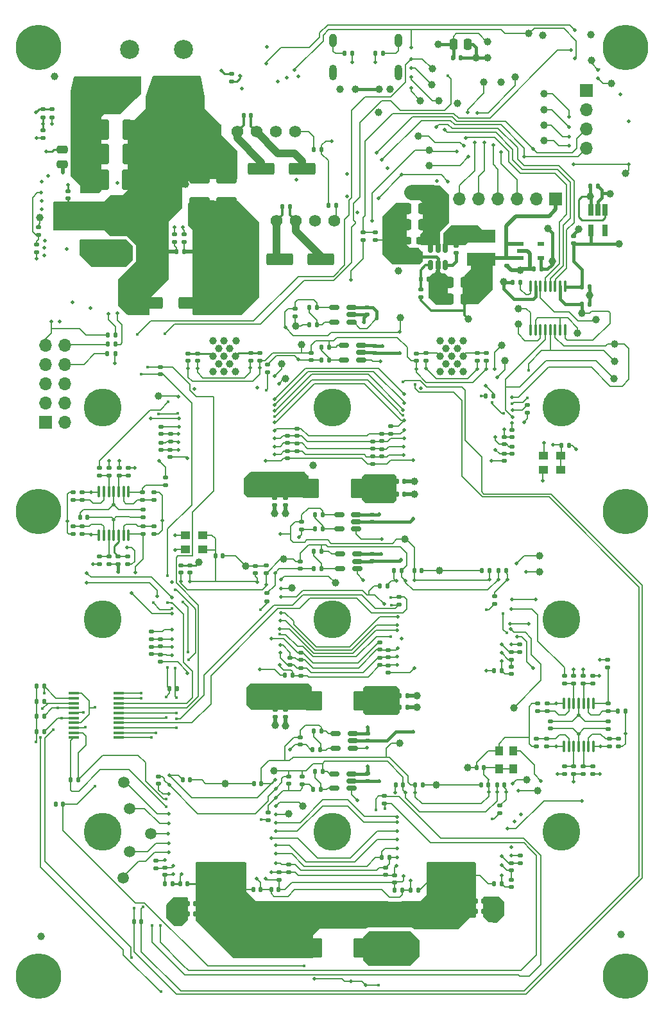
<source format=gbr>
%TF.GenerationSoftware,KiCad,Pcbnew,8.0.4*%
%TF.CreationDate,2024-08-30T10:45:38+02:00*%
%TF.ProjectId,bitaxeHex,62697461-7865-4486-9578-2e6b69636164,701*%
%TF.SameCoordinates,Original*%
%TF.FileFunction,Copper,L4,Bot*%
%TF.FilePolarity,Positive*%
%FSLAX46Y46*%
G04 Gerber Fmt 4.6, Leading zero omitted, Abs format (unit mm)*
G04 Created by KiCad (PCBNEW 8.0.4) date 2024-08-30 10:45:38*
%MOMM*%
%LPD*%
G01*
G04 APERTURE LIST*
G04 Aperture macros list*
%AMRoundRect*
0 Rectangle with rounded corners*
0 $1 Rounding radius*
0 $2 $3 $4 $5 $6 $7 $8 $9 X,Y pos of 4 corners*
0 Add a 4 corners polygon primitive as box body*
4,1,4,$2,$3,$4,$5,$6,$7,$8,$9,$2,$3,0*
0 Add four circle primitives for the rounded corners*
1,1,$1+$1,$2,$3*
1,1,$1+$1,$4,$5*
1,1,$1+$1,$6,$7*
1,1,$1+$1,$8,$9*
0 Add four rect primitives between the rounded corners*
20,1,$1+$1,$2,$3,$4,$5,0*
20,1,$1+$1,$4,$5,$6,$7,0*
20,1,$1+$1,$6,$7,$8,$9,0*
20,1,$1+$1,$8,$9,$2,$3,0*%
G04 Aperture macros list end*
%TA.AperFunction,ComponentPad*%
%ADD10C,0.800000*%
%TD*%
%TA.AperFunction,ComponentPad*%
%ADD11C,6.000000*%
%TD*%
%TA.AperFunction,ComponentPad*%
%ADD12C,2.520000*%
%TD*%
%TA.AperFunction,ComponentPad*%
%ADD13C,1.574800*%
%TD*%
%TA.AperFunction,ComponentPad*%
%ADD14C,5.000000*%
%TD*%
%TA.AperFunction,ComponentPad*%
%ADD15R,1.700000X1.700000*%
%TD*%
%TA.AperFunction,ComponentPad*%
%ADD16O,1.700000X1.700000*%
%TD*%
%TA.AperFunction,ComponentPad*%
%ADD17C,0.400000*%
%TD*%
%TA.AperFunction,ComponentPad*%
%ADD18O,1.000000X2.100000*%
%TD*%
%TA.AperFunction,ComponentPad*%
%ADD19O,1.000000X1.800000*%
%TD*%
%TA.AperFunction,SMDPad,CuDef*%
%ADD20RoundRect,0.140000X-0.170000X0.140000X-0.170000X-0.140000X0.170000X-0.140000X0.170000X0.140000X0*%
%TD*%
%TA.AperFunction,SMDPad,CuDef*%
%ADD21C,1.000000*%
%TD*%
%TA.AperFunction,SMDPad,CuDef*%
%ADD22RoundRect,0.140000X0.170000X-0.140000X0.170000X0.140000X-0.170000X0.140000X-0.170000X-0.140000X0*%
%TD*%
%TA.AperFunction,SMDPad,CuDef*%
%ADD23RoundRect,0.140000X0.140000X0.170000X-0.140000X0.170000X-0.140000X-0.170000X0.140000X-0.170000X0*%
%TD*%
%TA.AperFunction,SMDPad,CuDef*%
%ADD24RoundRect,0.135000X0.185000X-0.135000X0.185000X0.135000X-0.185000X0.135000X-0.185000X-0.135000X0*%
%TD*%
%TA.AperFunction,SMDPad,CuDef*%
%ADD25RoundRect,0.250000X0.250000X0.475000X-0.250000X0.475000X-0.250000X-0.475000X0.250000X-0.475000X0*%
%TD*%
%TA.AperFunction,SMDPad,CuDef*%
%ADD26RoundRect,0.250000X-0.875000X-1.025000X0.875000X-1.025000X0.875000X1.025000X-0.875000X1.025000X0*%
%TD*%
%TA.AperFunction,SMDPad,CuDef*%
%ADD27RoundRect,0.150000X0.512500X0.150000X-0.512500X0.150000X-0.512500X-0.150000X0.512500X-0.150000X0*%
%TD*%
%TA.AperFunction,SMDPad,CuDef*%
%ADD28RoundRect,0.135000X-0.135000X-0.185000X0.135000X-0.185000X0.135000X0.185000X-0.135000X0.185000X0*%
%TD*%
%TA.AperFunction,SMDPad,CuDef*%
%ADD29RoundRect,0.250000X-0.475000X0.250000X-0.475000X-0.250000X0.475000X-0.250000X0.475000X0.250000X0*%
%TD*%
%TA.AperFunction,SMDPad,CuDef*%
%ADD30R,0.650000X1.560000*%
%TD*%
%TA.AperFunction,SMDPad,CuDef*%
%ADD31RoundRect,0.135000X-0.185000X0.135000X-0.185000X-0.135000X0.185000X-0.135000X0.185000X0.135000X0*%
%TD*%
%TA.AperFunction,SMDPad,CuDef*%
%ADD32RoundRect,0.140000X-0.140000X-0.170000X0.140000X-0.170000X0.140000X0.170000X-0.140000X0.170000X0*%
%TD*%
%TA.AperFunction,SMDPad,CuDef*%
%ADD33RoundRect,0.135000X0.135000X0.185000X-0.135000X0.185000X-0.135000X-0.185000X0.135000X-0.185000X0*%
%TD*%
%TA.AperFunction,SMDPad,CuDef*%
%ADD34RoundRect,0.250000X1.100000X-0.325000X1.100000X0.325000X-1.100000X0.325000X-1.100000X-0.325000X0*%
%TD*%
%TA.AperFunction,SMDPad,CuDef*%
%ADD35C,1.500000*%
%TD*%
%TA.AperFunction,SMDPad,CuDef*%
%ADD36RoundRect,0.100000X0.100000X-0.637500X0.100000X0.637500X-0.100000X0.637500X-0.100000X-0.637500X0*%
%TD*%
%TA.AperFunction,SMDPad,CuDef*%
%ADD37R,1.384300X0.355600*%
%TD*%
%TA.AperFunction,SMDPad,CuDef*%
%ADD38RoundRect,0.250000X-0.325000X-1.100000X0.325000X-1.100000X0.325000X1.100000X-0.325000X1.100000X0*%
%TD*%
%TA.AperFunction,SMDPad,CuDef*%
%ADD39R,0.952500X0.558800*%
%TD*%
%TA.AperFunction,SMDPad,CuDef*%
%ADD40RoundRect,0.250000X1.500000X0.550000X-1.500000X0.550000X-1.500000X-0.550000X1.500000X-0.550000X0*%
%TD*%
%TA.AperFunction,SMDPad,CuDef*%
%ADD41RoundRect,0.150000X0.150000X-0.512500X0.150000X0.512500X-0.150000X0.512500X-0.150000X-0.512500X0*%
%TD*%
%TA.AperFunction,SMDPad,CuDef*%
%ADD42R,1.300000X1.100000*%
%TD*%
%TA.AperFunction,SMDPad,CuDef*%
%ADD43RoundRect,0.250000X-0.250000X-0.475000X0.250000X-0.475000X0.250000X0.475000X-0.250000X0.475000X0*%
%TD*%
%TA.AperFunction,SMDPad,CuDef*%
%ADD44R,1.100000X1.300000*%
%TD*%
%TA.AperFunction,SMDPad,CuDef*%
%ADD45R,3.700000X1.680000*%
%TD*%
%TA.AperFunction,SMDPad,CuDef*%
%ADD46RoundRect,0.225000X-0.225000X-0.250000X0.225000X-0.250000X0.225000X0.250000X-0.225000X0.250000X0*%
%TD*%
%TA.AperFunction,ViaPad*%
%ADD47C,0.500000*%
%TD*%
%TA.AperFunction,ViaPad*%
%ADD48C,1.000000*%
%TD*%
%TA.AperFunction,ViaPad*%
%ADD49C,0.450000*%
%TD*%
%TA.AperFunction,Conductor*%
%ADD50C,0.200000*%
%TD*%
%TA.AperFunction,Conductor*%
%ADD51C,0.300000*%
%TD*%
%TA.AperFunction,Conductor*%
%ADD52C,0.400000*%
%TD*%
%TA.AperFunction,Conductor*%
%ADD53C,0.254000*%
%TD*%
%TA.AperFunction,Conductor*%
%ADD54C,0.500000*%
%TD*%
%TA.AperFunction,Conductor*%
%ADD55C,1.000000*%
%TD*%
%TA.AperFunction,Conductor*%
%ADD56C,0.250000*%
%TD*%
%TA.AperFunction,Conductor*%
%ADD57C,2.000000*%
%TD*%
%TA.AperFunction,Conductor*%
%ADD58C,0.203200*%
%TD*%
G04 APERTURE END LIST*
D10*
%TO.P,H1,1,1*%
%TO.N,GND*%
X51250000Y-49500000D03*
X51909010Y-47909010D03*
X51909010Y-51090990D03*
X53500000Y-47250000D03*
D11*
X53500000Y-49500000D03*
D10*
X53500000Y-51750000D03*
X55090990Y-47909010D03*
X55090990Y-51090990D03*
X55750000Y-49500000D03*
%TD*%
D12*
%TO.P,J1,1*%
%TO.N,/VIN*%
X65500000Y-54864000D03*
X65500000Y-49784000D03*
%TD*%
D13*
%TO.P,J8,1,Pin_1*%
%TO.N,GND*%
X79700000Y-60650000D03*
%TO.P,J8,2,Pin_2*%
%TO.N,/VIN*%
X82240000Y-60650000D03*
%TO.P,J8,3,Pin_3*%
%TO.N,/Fan/FAN1_TACH*%
X84780000Y-60650000D03*
%TO.P,J8,4,Pin_4*%
%TO.N,/Fan/FAN1_PWM*%
X87320000Y-60650000D03*
%TD*%
D14*
%TO.P,H13,*%
%TO.N,*%
X92250000Y-97000000D03*
%TD*%
D10*
%TO.P,H4,1*%
%TO.N,N/C*%
X128750000Y-172000000D03*
X129409010Y-170409010D03*
X129409010Y-173590990D03*
X131000000Y-169750000D03*
D11*
X131000000Y-172000000D03*
D10*
X131000000Y-174250000D03*
X132590990Y-170409010D03*
X132590990Y-173590990D03*
X133250000Y-172000000D03*
%TD*%
D14*
%TO.P,H15,*%
%TO.N,*%
X92250000Y-153000000D03*
%TD*%
D15*
%TO.P,J6,1,Pin_1*%
%TO.N,/5V*%
X121760000Y-69500000D03*
D16*
%TO.P,J6,2,Pin_2*%
%TO.N,GND*%
X119220000Y-69500000D03*
%TO.P,J6,3,Pin_3*%
%TO.N,Net-(J6-Pin_3)*%
X116680000Y-69500000D03*
%TO.P,J6,4,Pin_4*%
%TO.N,Net-(J6-Pin_4)*%
X114140000Y-69500000D03*
%TO.P,J6,5,Pin_5*%
%TO.N,Net-(J6-Pin_5)*%
X111600000Y-69500000D03*
%TO.P,J6,6,Pin_6*%
%TO.N,Net-(J6-Pin_6)*%
X109060000Y-69500000D03*
%TD*%
D13*
%TO.P,J9,1,Pin_1*%
%TO.N,GND*%
X84910000Y-72375000D03*
%TO.P,J9,2,Pin_2*%
%TO.N,/VIN*%
X87450000Y-72375000D03*
%TO.P,J9,3,Pin_3*%
%TO.N,/Fan/FAN2_TACH*%
X89990000Y-72375000D03*
%TO.P,J9,4,Pin_4*%
%TO.N,/Fan/FAN2_PWM*%
X92530000Y-72375000D03*
%TD*%
D14*
%TO.P,H14,*%
%TO.N,*%
X92250000Y-125000000D03*
%TD*%
%TO.P,H10,*%
%TO.N,*%
X122500000Y-125000000D03*
%TD*%
%TO.P,H9,*%
%TO.N,*%
X62000000Y-125000000D03*
%TD*%
D17*
%TO.P,U3,41,PAD*%
%TO.N,GND*%
X57000000Y-73030000D03*
X58400000Y-73030000D03*
X59800000Y-73030000D03*
X56000000Y-71750000D03*
X57000000Y-71750000D03*
X58400000Y-71750000D03*
X59800000Y-71750000D03*
X60800000Y-71750000D03*
X57000000Y-70470000D03*
X58400000Y-70470000D03*
X59800000Y-70470000D03*
%TD*%
D14*
%TO.P,H12,*%
%TO.N,*%
X122500000Y-153000000D03*
%TD*%
%TO.P,H8,*%
%TO.N,*%
X122500000Y-97000000D03*
%TD*%
%TO.P,H7,*%
%TO.N,*%
X62000000Y-97000000D03*
%TD*%
D15*
%TO.P,J5,1,Pin_1*%
%TO.N,GND*%
X125800000Y-55200000D03*
D16*
%TO.P,J5,2,Pin_2*%
%TO.N,/3V3*%
X125800000Y-57740000D03*
%TO.P,J5,3,Pin_3*%
%TO.N,/SCL*%
X125800000Y-60280000D03*
%TO.P,J5,4,Pin_4*%
%TO.N,/SDA*%
X125800000Y-62820000D03*
%TD*%
D10*
%TO.P,H5,1*%
%TO.N,N/C*%
X51250000Y-110750000D03*
X51909010Y-109159010D03*
X51909010Y-112340990D03*
X53500000Y-108500000D03*
D11*
X53500000Y-110750000D03*
D10*
X53500000Y-113000000D03*
X55090990Y-109159010D03*
X55090990Y-112340990D03*
X55750000Y-110750000D03*
%TD*%
D18*
%TO.P,J7,S1,SHIELD*%
%TO.N,GND*%
X100990000Y-52800000D03*
D19*
X100990000Y-48620000D03*
D18*
X92350000Y-52800000D03*
D19*
X92350000Y-48620000D03*
%TD*%
D10*
%TO.P,H2,1,1*%
%TO.N,GND*%
X128750000Y-49500000D03*
X129409010Y-47909010D03*
X129409010Y-51090990D03*
X131000000Y-47250000D03*
D11*
X131000000Y-49500000D03*
D10*
X131000000Y-51750000D03*
X132590990Y-47909010D03*
X132590990Y-51090990D03*
X133250000Y-49500000D03*
%TD*%
%TO.P,H3,1*%
%TO.N,N/C*%
X51250000Y-172000000D03*
X51909010Y-170409010D03*
X51909010Y-173590990D03*
X53500000Y-169750000D03*
D11*
X53500000Y-172000000D03*
D10*
X53500000Y-174250000D03*
X55090990Y-170409010D03*
X55090990Y-173590990D03*
X55750000Y-172000000D03*
%TD*%
D14*
%TO.P,H11,*%
%TO.N,*%
X62000000Y-153000000D03*
%TD*%
D10*
%TO.P,H6,1*%
%TO.N,N/C*%
X128750000Y-110750000D03*
X129409010Y-109159010D03*
X129409010Y-112340990D03*
X131000000Y-108500000D03*
D11*
X131000000Y-110750000D03*
D10*
X131000000Y-113000000D03*
X132590990Y-109159010D03*
X132590990Y-112340990D03*
X133250000Y-110750000D03*
%TD*%
D12*
%TO.P,J2,1*%
%TO.N,GND*%
X72644000Y-54864000D03*
X72644000Y-49784000D03*
%TD*%
D20*
%TO.P,C12,1*%
%TO.N,Net-(U1-SW)*%
X108600000Y-75670000D03*
%TO.P,C12,2*%
%TO.N,Net-(U1-CB)*%
X108600000Y-76630000D03*
%TD*%
D21*
%TO.P,TP40,1,1*%
%TO.N,Net-(U12-CLKO)*%
X69325000Y-95475000D03*
%TD*%
D22*
%TO.P,C57,1*%
%TO.N,Net-(U12-VDD3_0)*%
X98825000Y-103450000D03*
%TO.P,C57,2*%
%TO.N,Net-(U12-VDD2_0)*%
X98825000Y-102490000D03*
%TD*%
%TO.P,C50,1*%
%TO.N,GND*%
X97837500Y-89855000D03*
%TO.P,C50,2*%
%TO.N,/5V*%
X97837500Y-88895000D03*
%TD*%
D21*
%TO.P,TP12,1,1*%
%TO.N,/ESP32/ALERT_TEMP*%
X105450000Y-52350000D03*
%TD*%
D20*
%TO.P,C155,1*%
%TO.N,/BM1368-2/TEMP_P4*%
X101050000Y-122020000D03*
%TO.P,C155,2*%
%TO.N,/BM1368-2/TEMP_N4*%
X101050000Y-122980000D03*
%TD*%
D22*
%TO.P,C113,1*%
%TO.N,/BM1368-2/0V8*%
X72300000Y-118780000D03*
%TO.P,C113,2*%
%TO.N,/BM1368-1/VDD1*%
X72300000Y-117820000D03*
%TD*%
D23*
%TO.P,C44,1*%
%TO.N,/VIN*%
X81505000Y-58475000D03*
%TO.P,C44,2*%
%TO.N,GND*%
X80545000Y-58475000D03*
%TD*%
D22*
%TO.P,C107,1*%
%TO.N,/BM1368-2/VDD2*%
X69590000Y-130550000D03*
%TO.P,C107,2*%
%TO.N,Net-(U13-VDD3_1)*%
X69590000Y-129590000D03*
%TD*%
D21*
%TO.P,TP51,1,1*%
%TO.N,Net-(U25-ROSC_SEL)*%
X119400000Y-147600000D03*
%TD*%
D24*
%TO.P,R20,1*%
%TO.N,GND*%
X97950000Y-74935000D03*
%TO.P,R20,2*%
%TO.N,/ESP32/VDD_SAMPLE*%
X97950000Y-73915000D03*
%TD*%
D25*
%TO.P,C18,1*%
%TO.N,/5V*%
X109700000Y-80500000D03*
%TO.P,C18,2*%
%TO.N,GND*%
X107800000Y-80500000D03*
%TD*%
D24*
%TO.P,R47,1*%
%TO.N,Net-(U15C--)*%
X58025000Y-109210000D03*
%TO.P,R47,2*%
%TO.N,/BM1368-1/VDD1*%
X58025000Y-108190000D03*
%TD*%
D26*
%TO.P,C140,1*%
%TO.N,/VDD*%
X89800000Y-168300000D03*
%TO.P,C140,2*%
%TO.N,/BM1368-2/VDD2*%
X96200000Y-168300000D03*
%TD*%
D23*
%TO.P,C132,1*%
%TO.N,/BM1368-2/VDD2*%
X112180000Y-162100000D03*
%TO.P,C132,2*%
%TO.N,/VDD*%
X111220000Y-162100000D03*
%TD*%
D22*
%TO.P,C129,1*%
%TO.N,Net-(U25-VDD2_1)*%
X100500000Y-159660000D03*
%TO.P,C129,2*%
%TO.N,Net-(U25-VDD1_1)*%
X100500000Y-158700000D03*
%TD*%
D27*
%TO.P,U23,1,VIN*%
%TO.N,/5V*%
X94837500Y-145350000D03*
%TO.P,U23,2,GND*%
%TO.N,/BM1368-2/VDD2*%
X94837500Y-146300000D03*
%TO.P,U23,3,EN*%
%TO.N,/5V*%
X94837500Y-147250000D03*
%TO.P,U23,4,ADJ*%
%TO.N,Net-(U23-ADJ)*%
X92562500Y-147250000D03*
%TO.P,U23,5,VOUT*%
%TO.N,/BM1368-3/0V8*%
X92562500Y-145350000D03*
%TD*%
D24*
%TO.P,R37,1*%
%TO.N,/BM1368-2/CI2*%
X67275000Y-113710000D03*
%TO.P,R37,2*%
%TO.N,Net-(U15A--)*%
X67275000Y-112690000D03*
%TD*%
D21*
%TO.P,TP54,1,1*%
%TO.N,/BM1368-3/0V8*%
X84600000Y-144900000D03*
%TD*%
D22*
%TO.P,C39,1*%
%TO.N,/3V3*%
X78950000Y-53980000D03*
%TO.P,C39,2*%
%TO.N,GND*%
X78950000Y-53020000D03*
%TD*%
D21*
%TO.P,TP22,1,1*%
%TO.N,Net-(U5-B4)*%
X127100000Y-85400000D03*
%TD*%
D28*
%TO.P,R39,1*%
%TO.N,/BM1368-1/VDD1*%
X89790000Y-118300000D03*
%TO.P,R39,2*%
%TO.N,Net-(U17-ADJ)*%
X90810000Y-118300000D03*
%TD*%
D25*
%TO.P,C3,1*%
%TO.N,/VIN*%
X104100000Y-70800000D03*
%TO.P,C3,2*%
%TO.N,GND*%
X102200000Y-70800000D03*
%TD*%
D22*
%TO.P,C94,1*%
%TO.N,Net-(U13-VDD2_0)*%
X86700000Y-130980000D03*
%TO.P,C94,2*%
%TO.N,Net-(U13-VDD1_0)*%
X86700000Y-130020000D03*
%TD*%
D29*
%TO.P,C15,1*%
%TO.N,/Power/AGND*%
X56600000Y-63000000D03*
%TO.P,C15,2*%
%TO.N,Net-(U3-AVIN)*%
X56600000Y-64900000D03*
%TD*%
D22*
%TO.P,C72,1*%
%TO.N,/BM1368-1/VDD1*%
X70850000Y-103550000D03*
%TO.P,C72,2*%
%TO.N,Net-(U12-VDD3_1)*%
X70850000Y-102590000D03*
%TD*%
D28*
%TO.P,R12,1*%
%TO.N,Net-(U1-FB)*%
X103940000Y-80100000D03*
%TO.P,R12,2*%
%TO.N,GND*%
X104960000Y-80100000D03*
%TD*%
D21*
%TO.P,TP30,1,1*%
%TO.N,Net-(U6-GPIO38{slash}FSPIWP{slash}SUBSPIWP)*%
X120200000Y-55650000D03*
%TD*%
D28*
%TO.P,R64,1*%
%TO.N,/BM1368-2/VDD2*%
X89640000Y-142180000D03*
%TO.P,R64,2*%
%TO.N,Net-(U24-ADJ)*%
X90660000Y-142180000D03*
%TD*%
D22*
%TO.P,C131,1*%
%TO.N,Net-(U25-VDD1_1)*%
X99300000Y-158660000D03*
%TO.P,C131,2*%
%TO.N,/BM1368-2/VDD2*%
X99300000Y-157700000D03*
%TD*%
D28*
%TO.P,R73,1*%
%TO.N,Net-(U21D--)*%
X129915000Y-137100000D03*
%TO.P,R73,2*%
%TO.N,/BM1368-2/VDD2*%
X130935000Y-137100000D03*
%TD*%
D21*
%TO.P,TP48,1,1*%
%TO.N,Net-(U13-ROSC_SEL)*%
X86925000Y-120825000D03*
%TD*%
D24*
%TO.P,R69,1*%
%TO.N,Net-(U21C--)*%
X119350000Y-137085000D03*
%TO.P,R69,2*%
%TO.N,/BM1368-2/VDD2*%
X119350000Y-136065000D03*
%TD*%
D21*
%TO.P,TP34,1,1*%
%TO.N,Net-(U28-INV_CLKO)*%
X114650000Y-88825000D03*
%TD*%
D30*
%TO.P,U4,1,VIN*%
%TO.N,/3V3*%
X126350000Y-70950000D03*
%TO.P,U4,2,GND*%
%TO.N,GND*%
X127300000Y-70950000D03*
%TO.P,U4,3,EN*%
%TO.N,/3V3*%
X128250000Y-70950000D03*
%TO.P,U4,4,NC*%
%TO.N,unconnected-(U4-NC-Pad4)*%
X128250000Y-73650000D03*
%TO.P,U4,5,VOUT*%
%TO.N,/1V2*%
X126350000Y-73650000D03*
%TD*%
D20*
%TO.P,C147,1*%
%TO.N,/BM1368-1/VDD1*%
X128680000Y-138440000D03*
%TO.P,C147,2*%
%TO.N,/VDD*%
X128680000Y-139400000D03*
%TD*%
D22*
%TO.P,C70,1*%
%TO.N,/BM1368-1/1V2*%
X81475000Y-90805000D03*
%TO.P,C70,2*%
%TO.N,GND*%
X81475000Y-89845000D03*
%TD*%
D31*
%TO.P,R49,1*%
%TO.N,/BM1368-1/BO*%
X61525000Y-104977500D03*
%TO.P,R49,2*%
%TO.N,Net-(U15C-+)*%
X61525000Y-105997500D03*
%TD*%
D24*
%TO.P,R4,1*%
%TO.N,Net-(U3-BP1V5)*%
X54075000Y-61435000D03*
%TO.P,R4,2*%
%TO.N,Net-(U3-VSEL)*%
X54075000Y-60415000D03*
%TD*%
D20*
%TO.P,C87,1*%
%TO.N,/BM1368-2/1V2*%
X88200000Y-112120000D03*
%TO.P,C87,2*%
%TO.N,/BM1368-1/VDD1*%
X88200000Y-113080000D03*
%TD*%
D23*
%TO.P,C92,1*%
%TO.N,/BM1368-2/0V8*%
X101380000Y-118500000D03*
%TO.P,C92,2*%
%TO.N,/BM1368-1/VDD1*%
X100420000Y-118500000D03*
%TD*%
D32*
%TO.P,C35,1*%
%TO.N,/3V3*%
X125220000Y-83400000D03*
%TO.P,C35,2*%
%TO.N,GND*%
X126180000Y-83400000D03*
%TD*%
D21*
%TO.P,TP33,1,1*%
%TO.N,Net-(U28-ROSC_SEL)*%
X115050000Y-90825000D03*
%TD*%
D20*
%TO.P,C52,1*%
%TO.N,Net-(U28-VDD3_0)*%
X114925000Y-103125000D03*
%TO.P,C52,2*%
%TO.N,/BM1368-1/VDD1*%
X114925000Y-104085000D03*
%TD*%
D28*
%TO.P,R38,1*%
%TO.N,/BM1368-1/VDD1*%
X90000000Y-113050000D03*
%TO.P,R38,2*%
%TO.N,Net-(U16-ADJ)*%
X91020000Y-113050000D03*
%TD*%
D21*
%TO.P,TP26,1,1*%
%TO.N,/ESP32/P_RX*%
X129100000Y-54300000D03*
%TD*%
D33*
%TO.P,R68,1*%
%TO.N,/BM1368-2/VDD2*%
X99810000Y-156400000D03*
%TO.P,R68,2*%
%TO.N,Net-(U25-NRSTO)*%
X98790000Y-156400000D03*
%TD*%
D22*
%TO.P,C59,1*%
%TO.N,Net-(U12-VDD2_0)*%
X97575000Y-102450000D03*
%TO.P,C59,2*%
%TO.N,Net-(U12-VDD1_0)*%
X97575000Y-101490000D03*
%TD*%
D34*
%TO.P,C28,1*%
%TO.N,/VDD*%
X78300000Y-69850000D03*
%TO.P,C28,2*%
%TO.N,GND*%
X78300000Y-66900000D03*
%TD*%
D21*
%TO.P,TP17,1,1*%
%TO.N,Net-(U6-GPIO9{slash}TOUCH9{slash}ADC1_CH8{slash}FSPIHD{slash}SUBSPIHD)*%
X116400000Y-53400000D03*
%TD*%
D22*
%TO.P,C114,1*%
%TO.N,Net-(U13-VDD1_1)*%
X68390000Y-127570000D03*
%TO.P,C114,2*%
%TO.N,/BM1368-1/VDD1*%
X68390000Y-126610000D03*
%TD*%
D35*
%TO.P,TP62,1,1*%
%TO.N,/BM1368-3/CLKO3*%
X65500000Y-149900000D03*
%TD*%
D21*
%TO.P,TP11,1,1*%
%TO.N,Net-(U5-A4)*%
X116800000Y-86000000D03*
%TD*%
D36*
%TO.P,U5,1,DIR1*%
%TO.N,/3V3*%
X122975000Y-86762500D03*
%TO.P,U5,2,DIR2*%
%TO.N,GND*%
X122325000Y-86762500D03*
%TO.P,U5,3,A1*%
%TO.N,/RO*%
X121675000Y-86762500D03*
%TO.P,U5,4,A2*%
%TO.N,/CI*%
X121025000Y-86762500D03*
%TO.P,U5,5,A3*%
%TO.N,/NRSTI*%
X120375000Y-86762500D03*
%TO.P,U5,6,A4*%
%TO.N,Net-(U5-A4)*%
X119725000Y-86762500D03*
%TO.P,U5,7,DIR3*%
%TO.N,GND*%
X119075000Y-86762500D03*
%TO.P,U5,8,DIR4*%
%TO.N,Net-(U5-DIR4)*%
X118425000Y-86762500D03*
%TO.P,U5,9,OE*%
%TO.N,Net-(U5-OE)*%
X118425000Y-81037500D03*
%TO.P,U5,10,GND*%
%TO.N,GND*%
X119075000Y-81037500D03*
%TO.P,U5,11,B4*%
%TO.N,Net-(U5-B4)*%
X119725000Y-81037500D03*
%TO.P,U5,12,B3*%
%TO.N,/ESP32/ASIC_RST*%
X120375000Y-81037500D03*
%TO.P,U5,13,B2*%
%TO.N,/ESP32/ESP32_TX*%
X121025000Y-81037500D03*
%TO.P,U5,14,B1*%
%TO.N,/ESP32/ESP32_RX*%
X121675000Y-81037500D03*
%TO.P,U5,15,VCCB*%
%TO.N,/3V3*%
X122325000Y-81037500D03*
%TO.P,U5,16,VCCA*%
%TO.N,/1V2*%
X122975000Y-81037500D03*
%TD*%
D23*
%TO.P,C144,1*%
%TO.N,Net-(U27-VDD3_1)*%
X71160000Y-159800000D03*
%TO.P,C144,2*%
%TO.N,Net-(U27-VDD2_1)*%
X70200000Y-159800000D03*
%TD*%
D20*
%TO.P,C111,1*%
%TO.N,GND*%
X67275000Y-110495000D03*
%TO.P,C111,2*%
%TO.N,/BM1368-2/VDD2*%
X67275000Y-111455000D03*
%TD*%
D22*
%TO.P,C91,1*%
%TO.N,Net-(U13-VDD3_0)*%
X88100000Y-132380000D03*
%TO.P,C91,2*%
%TO.N,Net-(U13-VDD2_0)*%
X88100000Y-131420000D03*
%TD*%
D27*
%TO.P,U11,1,VIN*%
%TO.N,/5V*%
X94775000Y-83825000D03*
%TO.P,U11,2,GND*%
%TO.N,GND*%
X94775000Y-84775000D03*
%TO.P,U11,3,EN*%
%TO.N,/5V*%
X94775000Y-85725000D03*
%TO.P,U11,4,ADJ*%
%TO.N,Net-(U11-ADJ)*%
X92500000Y-85725000D03*
%TO.P,U11,5,VOUT*%
%TO.N,/BM1368-1/1V2*%
X92500000Y-83825000D03*
%TD*%
D22*
%TO.P,C150,1*%
%TO.N,Net-(U27-VDD1_1)*%
X68980000Y-157780000D03*
%TO.P,C150,2*%
%TO.N,/BM1368-2/VDD2*%
X68980000Y-156820000D03*
%TD*%
D31*
%TO.P,R15,1*%
%TO.N,Net-(U3-GOSNS)*%
X71425000Y-74190000D03*
%TO.P,R15,2*%
%TO.N,GND*%
X71425000Y-75210000D03*
%TD*%
D22*
%TO.P,C84,1*%
%TO.N,/BM1368-1/VDD1*%
X97500000Y-117280000D03*
%TO.P,C84,2*%
%TO.N,/5V*%
X97500000Y-116320000D03*
%TD*%
%TO.P,C67,1*%
%TO.N,BM1368-1/0V8*%
X82725000Y-90805000D03*
%TO.P,C67,2*%
%TO.N,GND*%
X82725000Y-89845000D03*
%TD*%
D31*
%TO.P,R71,1*%
%TO.N,/BM1368-2/BO*%
X122880000Y-132400000D03*
%TO.P,R71,2*%
%TO.N,Net-(U21C-+)*%
X122880000Y-133420000D03*
%TD*%
%TO.P,R19,1*%
%TO.N,/ESP32/VDD_SAMPLE*%
X96325000Y-73940000D03*
%TO.P,R19,2*%
%TO.N,/VDD*%
X96325000Y-74960000D03*
%TD*%
D22*
%TO.P,C76,1*%
%TO.N,BM1368-1/0V8*%
X73200000Y-90830000D03*
%TO.P,C76,2*%
%TO.N,GND*%
X73200000Y-89870000D03*
%TD*%
D24*
%TO.P,R16,1*%
%TO.N,/VDD*%
X72700000Y-75210000D03*
%TO.P,R16,2*%
%TO.N,Net-(U3-VOSNS)*%
X72700000Y-74190000D03*
%TD*%
D21*
%TO.P,TP29,1,1*%
%TO.N,Net-(U6-SPIDQS{slash}GPIO37{slash}FSPIQ{slash}SUBSPIQ)*%
X120200000Y-57700000D03*
%TD*%
D22*
%TO.P,C108,1*%
%TO.N,Net-(U13-VDD3_1)*%
X68390000Y-129550000D03*
%TO.P,C108,2*%
%TO.N,Net-(U13-VDD2_1)*%
X68390000Y-128590000D03*
%TD*%
D21*
%TO.P,TP10,1,1*%
%TO.N,/SMB_ALRT*%
X105050000Y-63050000D03*
%TD*%
D23*
%TO.P,C152,1*%
%TO.N,/BM1368-1/TEMP_P1*%
X67050000Y-164840000D03*
%TO.P,C152,2*%
%TO.N,/BM1368-1/TEMP_N1*%
X66090000Y-164840000D03*
%TD*%
D22*
%TO.P,C156,1*%
%TO.N,/BM1368-3/TEMP_P5*%
X99150000Y-149230000D03*
%TO.P,C156,2*%
%TO.N,/BM1368-3/TEMP_N5*%
X99150000Y-148270000D03*
%TD*%
D20*
%TO.P,C88,1*%
%TO.N,/BM1368-2/0V8*%
X88000000Y-117320000D03*
%TO.P,C88,2*%
%TO.N,/BM1368-1/VDD1*%
X88000000Y-118280000D03*
%TD*%
D24*
%TO.P,R11,1*%
%TO.N,/5V*%
X103950000Y-82460000D03*
%TO.P,R11,2*%
%TO.N,Net-(U1-FB)*%
X103950000Y-81440000D03*
%TD*%
D20*
%TO.P,C126,1*%
%TO.N,/BM1368-3/1V2*%
X88000000Y-140520000D03*
%TO.P,C126,2*%
%TO.N,/BM1368-2/VDD2*%
X88000000Y-141480000D03*
%TD*%
%TO.P,C66,1*%
%TO.N,Net-(U12-VDD1_0)*%
X86350000Y-100735000D03*
%TO.P,C66,2*%
%TO.N,Net-(U12-VDD2_0)*%
X86350000Y-101695000D03*
%TD*%
D32*
%TO.P,C112,1*%
%TO.N,GND*%
X58995000Y-111500000D03*
%TO.P,C112,2*%
%TO.N,/BM1368-2/VDD2*%
X59955000Y-111500000D03*
%TD*%
D33*
%TO.P,R26,1*%
%TO.N,/Fan/FAN2_PWM*%
X92785000Y-70350000D03*
%TO.P,R26,2*%
%TO.N,/5V*%
X91765000Y-70350000D03*
%TD*%
D37*
%TO.P,U20,1,DXP1*%
%TO.N,/BM1368-1/TEMP_P1*%
X64060000Y-134710001D03*
%TO.P,U20,2,DXN1*%
%TO.N,/BM1368-1/TEMP_N1*%
X64060000Y-135360002D03*
%TO.P,U20,3,DXP2*%
%TO.N,/BM1368-1/TEMP_P2*%
X64060000Y-136010000D03*
%TO.P,U20,4,DXN2*%
%TO.N,/BM1368-1/TEMP_N2*%
X64060000Y-136660002D03*
%TO.P,U20,5,DXP3*%
%TO.N,/BM1368-2/TEMP_P3*%
X64060000Y-137310000D03*
%TO.P,U20,6,DXN3*%
%TO.N,/BM1368-2/TEMP_N3*%
X64060000Y-137959999D03*
%TO.P,U20,7,DXP4*%
%TO.N,/BM1368-2/TEMP_P4*%
X64060000Y-138610000D03*
%TO.P,U20,8,DXN4*%
%TO.N,/BM1368-2/TEMP_N4*%
X64060000Y-139259999D03*
%TO.P,U20,9,DXP5*%
%TO.N,/BM1368-3/TEMP_P5*%
X64060000Y-139910000D03*
%TO.P,U20,10,DXN5*%
%TO.N,/BM1368-3/TEMP_N5*%
X64060000Y-140559999D03*
%TO.P,U20,11,DXN6*%
%TO.N,/BM1368-3/TEMP_N6*%
X58179900Y-140560001D03*
%TO.P,U20,12,DXP6*%
%TO.N,/BM1368-3/TEMP_P6*%
X58179900Y-139910003D03*
%TO.P,U20,13,STBY*%
%TO.N,/3V3*%
X58179900Y-139260002D03*
%TO.P,U20,14,N.C.*%
%TO.N,GND*%
X58179900Y-138610003D03*
%TO.P,U20,15,OVERT*%
%TO.N,/ESP32/OVERT_TEMP*%
X58179900Y-137960002D03*
%TO.P,U20,16,VCC*%
%TO.N,/3V3*%
X58179900Y-137310003D03*
%TO.P,U20,17,ALERT*%
%TO.N,/ESP32/ALERT_TEMP*%
X58179900Y-136660002D03*
%TO.P,U20,18,SDA*%
%TO.N,/SDA*%
X58179900Y-136010003D03*
%TO.P,U20,19,SCL*%
%TO.N,/SCL*%
X58179900Y-135360002D03*
%TO.P,U20,20,GND*%
%TO.N,GND*%
X58179900Y-134710003D03*
%TD*%
D35*
%TO.P,TP60,1,1*%
%TO.N,/BM1368-3/BO3*%
X65500000Y-155600000D03*
%TD*%
D23*
%TO.P,C19,1*%
%TO.N,/3V3*%
X119852050Y-78760200D03*
%TO.P,C19,2*%
%TO.N,GND*%
X118892050Y-78760200D03*
%TD*%
D20*
%TO.P,C69,1*%
%TO.N,Net-(U12-VDD2_0)*%
X87600000Y-101775000D03*
%TO.P,C69,2*%
%TO.N,Net-(U12-VDD3_0)*%
X87600000Y-102735000D03*
%TD*%
D31*
%TO.P,R54,1*%
%TO.N,Net-(R54-Pad1)*%
X67250000Y-108190000D03*
%TO.P,R54,2*%
%TO.N,Net-(U15D--)*%
X67250000Y-109210000D03*
%TD*%
D38*
%TO.P,C8,1*%
%TO.N,/VIN*%
X62200000Y-60400000D03*
%TO.P,C8,2*%
%TO.N,GND*%
X65150000Y-60400000D03*
%TD*%
D33*
%TO.P,R66,1*%
%TO.N,/BM1368-3/1V2*%
X90800000Y-139660000D03*
%TO.P,R66,2*%
%TO.N,Net-(U24-ADJ)*%
X89780000Y-139660000D03*
%TD*%
D20*
%TO.P,C97,1*%
%TO.N,/BM1368-2/VDD2*%
X84700000Y-136870000D03*
%TO.P,C97,2*%
%TO.N,/BM1368-1/VDD1*%
X84700000Y-137830000D03*
%TD*%
D21*
%TO.P,FID2,*%
%TO.N,*%
X53800000Y-166825000D03*
%TD*%
D33*
%TO.P,R87,1*%
%TO.N,/ESP32/OVERT_TEMP*%
X54220000Y-139740000D03*
%TO.P,R87,2*%
%TO.N,/3V3*%
X53200000Y-139740000D03*
%TD*%
D20*
%TO.P,C149,1*%
%TO.N,/BM1368-3/0V8*%
X69350000Y-145695000D03*
%TO.P,C149,2*%
%TO.N,/BM1368-2/VDD2*%
X69350000Y-146655000D03*
%TD*%
D23*
%TO.P,C124,1*%
%TO.N,/VDD*%
X103580000Y-160700000D03*
%TO.P,C124,2*%
%TO.N,Net-(U25-VDD3_1)*%
X102620000Y-160700000D03*
%TD*%
%TO.P,C26,1*%
%TO.N,/VDD*%
X72680000Y-76450000D03*
%TO.P,C26,2*%
%TO.N,GND*%
X71720000Y-76450000D03*
%TD*%
%TO.P,C118,1*%
%TO.N,/BM1368-3/1V2*%
X112880000Y-146800000D03*
%TO.P,C118,2*%
%TO.N,/BM1368-2/VDD2*%
X111920000Y-146800000D03*
%TD*%
%TO.P,C138,1*%
%TO.N,Net-(U25-VDD2_1)*%
X85180000Y-160620000D03*
%TO.P,C138,2*%
%TO.N,Net-(U25-VDD3_1)*%
X84220000Y-160620000D03*
%TD*%
D22*
%TO.P,C60,1*%
%TO.N,GND*%
X86125000Y-109880000D03*
%TO.P,C60,2*%
%TO.N,/BM1368-1/VDD1*%
X86125000Y-108920000D03*
%TD*%
D20*
%TO.P,C100,1*%
%TO.N,Net-(U13-VDD1_0)*%
X99650000Y-129015000D03*
%TO.P,C100,2*%
%TO.N,Net-(U13-VDD2_0)*%
X99650000Y-129975000D03*
%TD*%
D33*
%TO.P,R86,1*%
%TO.N,/ESP32/ALERT_TEMP*%
X54220000Y-137750000D03*
%TO.P,R86,2*%
%TO.N,/3V3*%
X53200000Y-137750000D03*
%TD*%
D21*
%TO.P,TP2,1,1*%
%TO.N,/3V3*%
X120722050Y-73360200D03*
%TD*%
D36*
%TO.P,U21,1*%
%TO.N,/BM1368-3/CI3*%
X126730000Y-141762500D03*
%TO.P,U21,2,-*%
%TO.N,Net-(U21A--)*%
X126080000Y-141762500D03*
%TO.P,U21,3,+*%
%TO.N,Net-(U21A-+)*%
X125430000Y-141762500D03*
%TO.P,U21,4,V+*%
%TO.N,/VDD*%
X124780000Y-141762500D03*
%TO.P,U21,5,+*%
%TO.N,Net-(U21B-+)*%
X124130000Y-141762500D03*
%TO.P,U21,6,-*%
%TO.N,Net-(U21B--)*%
X123480000Y-141762500D03*
%TO.P,U21,7*%
%TO.N,/BM1368-3/NRSTI3*%
X122830000Y-141762500D03*
%TO.P,U21,8*%
%TO.N,/BM1368-3/BI3*%
X122830000Y-136037500D03*
%TO.P,U21,9,-*%
%TO.N,Net-(U21C--)*%
X123480000Y-136037500D03*
%TO.P,U21,10,+*%
%TO.N,Net-(U21C-+)*%
X124130000Y-136037500D03*
%TO.P,U21,11,V-*%
%TO.N,/BM1368-1/VDD1*%
X124780000Y-136037500D03*
%TO.P,U21,12,+*%
%TO.N,Net-(U21D-+)*%
X125430000Y-136037500D03*
%TO.P,U21,13,-*%
%TO.N,Net-(U21D--)*%
X126080000Y-136037500D03*
%TO.P,U21,14*%
%TO.N,Net-(R76-Pad1)*%
X126730000Y-136037500D03*
%TD*%
%TO.P,U15,1*%
%TO.N,/BM1368-2/CI2*%
X65375000Y-113850000D03*
%TO.P,U15,2,-*%
%TO.N,Net-(U15A--)*%
X64725000Y-113850000D03*
%TO.P,U15,3,+*%
%TO.N,Net-(U15A-+)*%
X64075000Y-113850000D03*
%TO.P,U15,4,V+*%
%TO.N,/BM1368-2/VDD2*%
X63425000Y-113850000D03*
%TO.P,U15,5,+*%
%TO.N,Net-(U15B-+)*%
X62775000Y-113850000D03*
%TO.P,U15,6,-*%
%TO.N,Net-(U15B--)*%
X62125000Y-113850000D03*
%TO.P,U15,7*%
%TO.N,/BM1368-2/NRSTI2*%
X61475000Y-113850000D03*
%TO.P,U15,8*%
%TO.N,/BM1368-2/BI2*%
X61475000Y-108125000D03*
%TO.P,U15,9,-*%
%TO.N,Net-(U15C--)*%
X62125000Y-108125000D03*
%TO.P,U15,10,+*%
%TO.N,Net-(U15C-+)*%
X62775000Y-108125000D03*
%TO.P,U15,11,V-*%
%TO.N,GND*%
X63425000Y-108125000D03*
%TO.P,U15,12,+*%
%TO.N,Net-(U15D-+)*%
X64075000Y-108125000D03*
%TO.P,U15,13,-*%
%TO.N,Net-(U15D--)*%
X64725000Y-108125000D03*
%TO.P,U15,14*%
%TO.N,Net-(R54-Pad1)*%
X65375000Y-108125000D03*
%TD*%
D21*
%TO.P,TP7,1,1*%
%TO.N,/RO*%
X129500000Y-88600000D03*
%TD*%
D39*
%TO.P,U2,1,VIN*%
%TO.N,/5V*%
X117044100Y-77300000D03*
%TO.P,U2,2,GND*%
%TO.N,GND*%
X117044100Y-76360200D03*
%TO.P,U2,3,EN*%
%TO.N,/5V*%
X117044100Y-75420400D03*
%TO.P,U2,4,NC*%
%TO.N,unconnected-(U2-NC-Pad4)*%
X119800000Y-75420400D03*
%TO.P,U2,5,VOUT*%
%TO.N,/3V3*%
X119800000Y-77300000D03*
%TD*%
D23*
%TO.P,C142,1*%
%TO.N,/BM1368-3/1V2*%
X112280000Y-144500000D03*
%TO.P,C142,2*%
%TO.N,/BM1368-2/VDD2*%
X111320000Y-144500000D03*
%TD*%
D21*
%TO.P,TP39,1,1*%
%TO.N,Net-(U12-INV_CLKO)*%
X85580000Y-91250000D03*
%TD*%
D20*
%TO.P,C63,1*%
%TO.N,/BM1368-1/VDD1*%
X84625000Y-108920000D03*
%TO.P,C63,2*%
%TO.N,GND*%
X84625000Y-109880000D03*
%TD*%
D32*
%TO.P,C130,1*%
%TO.N,/BM1368-2/VDD2*%
X73220000Y-162500000D03*
%TO.P,C130,2*%
%TO.N,/VDD*%
X74180000Y-162500000D03*
%TD*%
D33*
%TO.P,R3,1*%
%TO.N,/SMB_ALRT*%
X63610000Y-89900000D03*
%TO.P,R3,2*%
%TO.N,/Power/PMB_ALRT*%
X62590000Y-89900000D03*
%TD*%
D20*
%TO.P,C125,1*%
%TO.N,/BM1368-3/0V8*%
X88300000Y-145720000D03*
%TO.P,C125,2*%
%TO.N,/BM1368-2/VDD2*%
X88300000Y-146680000D03*
%TD*%
D28*
%TO.P,R30,1*%
%TO.N,GND*%
X89227500Y-86075000D03*
%TO.P,R30,2*%
%TO.N,Net-(U11-ADJ)*%
X90247500Y-86075000D03*
%TD*%
D20*
%TO.P,C133,1*%
%TO.N,/BM1368-2/VDD2*%
X86500000Y-157320000D03*
%TO.P,C133,2*%
%TO.N,Net-(U25-VDD1_1)*%
X86500000Y-158280000D03*
%TD*%
D23*
%TO.P,C143,1*%
%TO.N,/VDD*%
X73160000Y-159800000D03*
%TO.P,C143,2*%
%TO.N,Net-(U27-VDD3_1)*%
X72200000Y-159800000D03*
%TD*%
D20*
%TO.P,C116,1*%
%TO.N,Net-(U25-VDD1_0)*%
X115900000Y-157140000D03*
%TO.P,C116,2*%
%TO.N,Net-(U25-VDD2_0)*%
X115900000Y-158100000D03*
%TD*%
D32*
%TO.P,C81,1*%
%TO.N,/BM1368-2/0V8*%
X114220000Y-118500000D03*
%TO.P,C81,2*%
%TO.N,/BM1368-1/VDD1*%
X115180000Y-118500000D03*
%TD*%
D23*
%TO.P,C83,1*%
%TO.N,/BM1368-2/1V2*%
X112980000Y-118500000D03*
%TO.P,C83,2*%
%TO.N,/BM1368-1/VDD1*%
X112020000Y-118500000D03*
%TD*%
D28*
%TO.P,R23,1*%
%TO.N,GND*%
X93850000Y-50300000D03*
%TO.P,R23,2*%
%TO.N,Net-(J7-CC2)*%
X94870000Y-50300000D03*
%TD*%
D21*
%TO.P,TP52,1,1*%
%TO.N,Net-(U25-INV_CLKO)*%
X117900000Y-146100000D03*
%TD*%
D32*
%TO.P,C137,1*%
%TO.N,/VDD*%
X111220000Y-163500000D03*
%TO.P,C137,2*%
%TO.N,/BM1368-2/VDD2*%
X112180000Y-163500000D03*
%TD*%
D31*
%TO.P,R81,1*%
%TO.N,/BM1368-1/VDD1*%
X113670000Y-121940000D03*
%TO.P,R81,2*%
%TO.N,Net-(U18-LITE_PAD)*%
X113670000Y-122960000D03*
%TD*%
D15*
%TO.P,J3,1,Pin_1*%
%TO.N,unconnected-(J3-Pin_1-Pad1)*%
X54450000Y-98970000D03*
D16*
%TO.P,J3,2,Pin_2*%
%TO.N,unconnected-(J3-Pin_2-Pad2)*%
X56990000Y-98970000D03*
%TO.P,J3,3,Pin_3*%
%TO.N,unconnected-(J3-Pin_3-Pad3)*%
X54450000Y-96430000D03*
%TO.P,J3,4,Pin_4*%
%TO.N,unconnected-(J3-Pin_4-Pad4)*%
X56990000Y-96430000D03*
%TO.P,J3,5,Pin_5*%
%TO.N,unconnected-(J3-Pin_5-Pad5)*%
X54450000Y-93890000D03*
%TO.P,J3,6,Pin_6*%
%TO.N,GND*%
X56990000Y-93890000D03*
%TO.P,J3,7,Pin_7*%
%TO.N,unconnected-(J3-Pin_7-Pad7)*%
X54450000Y-91350000D03*
%TO.P,J3,8,Pin_8*%
%TO.N,/Power/PMB_ALRT*%
X56990000Y-91350000D03*
%TO.P,J3,9,Pin_9*%
%TO.N,/Power/PMB_SCL*%
X54450000Y-88810000D03*
%TO.P,J3,10,Pin_10*%
%TO.N,/Power/PMB_SDA*%
X56990000Y-88810000D03*
%TD*%
D40*
%TO.P,C41,1*%
%TO.N,/VIN*%
X90725000Y-77475000D03*
%TO.P,C41,2*%
%TO.N,GND*%
X85325000Y-77475000D03*
%TD*%
D21*
%TO.P,TP49,1,1*%
%TO.N,Net-(U13-INV_CLKO)*%
X92680000Y-120150000D03*
%TD*%
D24*
%TO.P,R28,1*%
%TO.N,GND*%
X118050000Y-97660000D03*
%TO.P,R28,2*%
%TO.N,/BM1368-1/BI1*%
X118050000Y-96640000D03*
%TD*%
D21*
%TO.P,FID8,*%
%TO.N,*%
X126375000Y-47850000D03*
%TD*%
D31*
%TO.P,R75,1*%
%TO.N,/BM1368-3/RO3*%
X126630000Y-132400000D03*
%TO.P,R75,2*%
%TO.N,Net-(U21D-+)*%
X126630000Y-133420000D03*
%TD*%
D26*
%TO.P,C68,1*%
%TO.N,/BM1368-1/VDD1*%
X89400000Y-107700000D03*
%TO.P,C68,2*%
%TO.N,GND*%
X95800000Y-107700000D03*
%TD*%
D21*
%TO.P,TP3,1,1*%
%TO.N,/5V*%
X110200000Y-85350000D03*
%TD*%
D20*
%TO.P,C17,1*%
%TO.N,Net-(U3-VDD5)*%
X57375000Y-68470000D03*
%TO.P,C17,2*%
%TO.N,GND*%
X57375000Y-69430000D03*
%TD*%
D41*
%TO.P,U1,1,CB*%
%TO.N,Net-(U1-CB)*%
X107150000Y-78237500D03*
%TO.P,U1,2,GND*%
%TO.N,GND*%
X106200000Y-78237500D03*
%TO.P,U1,3,FB*%
%TO.N,Net-(U1-FB)*%
X105250000Y-78237500D03*
%TO.P,U1,4,EN*%
%TO.N,/VIN*%
X105250000Y-75962500D03*
%TO.P,U1,5,VIN*%
X106200000Y-75962500D03*
%TO.P,U1,6,SW*%
%TO.N,Net-(U1-SW)*%
X107150000Y-75962500D03*
%TD*%
D22*
%TO.P,C96,1*%
%TO.N,Net-(U13-VDD1_0)*%
X88125000Y-130330000D03*
%TO.P,C96,2*%
%TO.N,/BM1368-1/VDD1*%
X88125000Y-129370000D03*
%TD*%
D20*
%TO.P,C45,1*%
%TO.N,GND*%
X116000000Y-99950000D03*
%TO.P,C45,2*%
%TO.N,Net-(U28-VDD1_0)*%
X116000000Y-100910000D03*
%TD*%
D24*
%TO.P,R59,1*%
%TO.N,/BM1368-3/CI3*%
X128850000Y-141760000D03*
%TO.P,R59,2*%
%TO.N,Net-(U21A--)*%
X128850000Y-140740000D03*
%TD*%
D22*
%TO.P,C109,1*%
%TO.N,Net-(U13-VDD2_1)*%
X69590000Y-128550000D03*
%TO.P,C109,2*%
%TO.N,Net-(U13-VDD1_1)*%
X69590000Y-127590000D03*
%TD*%
D35*
%TO.P,TP63,1,1*%
%TO.N,/BM1368-3/CO3*%
X64725000Y-146500000D03*
%TD*%
D23*
%TO.P,C99,1*%
%TO.N,/BM1368-2/VDD2*%
X102155000Y-136525000D03*
%TO.P,C99,2*%
%TO.N,/BM1368-1/VDD1*%
X101195000Y-136525000D03*
%TD*%
D38*
%TO.P,C4,1*%
%TO.N,/VIN*%
X62175000Y-66925000D03*
%TO.P,C4,2*%
%TO.N,GND*%
X65125000Y-66925000D03*
%TD*%
D31*
%TO.P,R48,1*%
%TO.N,/BM1368-2/VDD2*%
X62825000Y-104990000D03*
%TO.P,R48,2*%
%TO.N,Net-(U15C-+)*%
X62825000Y-106010000D03*
%TD*%
D22*
%TO.P,C145,1*%
%TO.N,Net-(U27-VDD2_1)*%
X70180000Y-158680000D03*
%TO.P,C145,2*%
%TO.N,Net-(U27-VDD1_1)*%
X70180000Y-157720000D03*
%TD*%
D20*
%TO.P,C64,1*%
%TO.N,GND*%
X87600000Y-99775000D03*
%TO.P,C64,2*%
%TO.N,Net-(U12-VDD1_0)*%
X87600000Y-100735000D03*
%TD*%
D24*
%TO.P,R7,1*%
%TO.N,Net-(U3-VSEL)*%
X54075000Y-58710000D03*
%TO.P,R7,2*%
%TO.N,/Power/AGND*%
X54075000Y-57690000D03*
%TD*%
D32*
%TO.P,C106,1*%
%TO.N,/BM1368-2/1V2*%
X76820000Y-116550000D03*
%TO.P,C106,2*%
%TO.N,/BM1368-1/VDD1*%
X77780000Y-116550000D03*
%TD*%
D21*
%TO.P,FID6,*%
%TO.N,*%
X55626000Y-53340000D03*
%TD*%
%TO.P,TP38,1,1*%
%TO.N,Net-(U12-ROSC_SEL)*%
X86070000Y-93210000D03*
%TD*%
D24*
%TO.P,R62,1*%
%TO.N,/BM1368-2/NRSTO*%
X122880000Y-145400000D03*
%TO.P,R62,2*%
%TO.N,Net-(U21B-+)*%
X122880000Y-144380000D03*
%TD*%
D42*
%TO.P,U14,1,EN*%
%TO.N,/BM1368-1/1V2*%
X122450000Y-105250000D03*
%TO.P,U14,2,GND*%
%TO.N,GND*%
X120150000Y-105250000D03*
%TO.P,U14,3,OUT*%
%TO.N,/BM1368-1/CLKI1*%
X120150000Y-103350000D03*
%TO.P,U14,4,VIN*%
%TO.N,/BM1368-1/1V2*%
X122450000Y-103350000D03*
%TD*%
D31*
%TO.P,R34,1*%
%TO.N,Net-(U15A--)*%
X68750000Y-112690000D03*
%TO.P,R34,2*%
%TO.N,/BM1368-1/VDD1*%
X68750000Y-113710000D03*
%TD*%
D21*
%TO.P,TP14,1,1*%
%TO.N,Net-(U6-GPIO6{slash}TOUCH6{slash}ADC1_CH5)*%
X106300000Y-56550000D03*
%TD*%
D22*
%TO.P,C51,1*%
%TO.N,GND*%
X96837500Y-84755000D03*
%TO.P,C51,2*%
%TO.N,/5V*%
X96837500Y-83795000D03*
%TD*%
D24*
%TO.P,R61,1*%
%TO.N,/VDD*%
X124130000Y-145400000D03*
%TO.P,R61,2*%
%TO.N,Net-(U21B-+)*%
X124130000Y-144380000D03*
%TD*%
D25*
%TO.P,C20,1*%
%TO.N,/5V*%
X109700000Y-82700000D03*
%TO.P,C20,2*%
%TO.N,GND*%
X107800000Y-82700000D03*
%TD*%
D23*
%TO.P,C157,1*%
%TO.N,/BM1368-3/TEMP_P6*%
X58710000Y-146160000D03*
%TO.P,C157,2*%
%TO.N,/BM1368-3/TEMP_N6*%
X57750000Y-146160000D03*
%TD*%
D24*
%TO.P,R51,1*%
%TO.N,Net-(U15D--)*%
X68750000Y-109210000D03*
%TO.P,R51,2*%
%TO.N,/BM1368-1/VDD1*%
X68750000Y-108190000D03*
%TD*%
D21*
%TO.P,TP16,1,1*%
%TO.N,Net-(U6-GPIO8{slash}TOUCH8{slash}ADC1_CH7{slash}SUBSPICS1)*%
X112250000Y-54100000D03*
%TD*%
D22*
%TO.P,C55,1*%
%TO.N,/BM1368-1/1V2*%
X104600000Y-90805000D03*
%TO.P,C55,2*%
%TO.N,GND*%
X104600000Y-89845000D03*
%TD*%
D31*
%TO.P,R79,1*%
%TO.N,GND*%
X83700000Y-91370000D03*
%TO.P,R79,2*%
%TO.N,Net-(U12-LITE_PAD)*%
X83700000Y-92390000D03*
%TD*%
D33*
%TO.P,R22,1*%
%TO.N,GND*%
X98970000Y-50300000D03*
%TO.P,R22,2*%
%TO.N,Net-(J7-CC1)*%
X97950000Y-50300000D03*
%TD*%
%TO.P,R32,1*%
%TO.N,/BM1368-1/1V2*%
X90247500Y-83775000D03*
%TO.P,R32,2*%
%TO.N,Net-(U11-ADJ)*%
X89227500Y-83775000D03*
%TD*%
D27*
%TO.P,U16,1,VIN*%
%TO.N,/5V*%
X95437500Y-111150000D03*
%TO.P,U16,2,GND*%
%TO.N,/BM1368-1/VDD1*%
X95437500Y-112100000D03*
%TO.P,U16,3,EN*%
%TO.N,/5V*%
X95437500Y-113050000D03*
%TO.P,U16,4,ADJ*%
%TO.N,Net-(U16-ADJ)*%
X93162500Y-113050000D03*
%TO.P,U16,5,VOUT*%
%TO.N,/BM1368-2/1V2*%
X93162500Y-111150000D03*
%TD*%
D22*
%TO.P,C122,1*%
%TO.N,/BM1368-2/VDD2*%
X96900000Y-140980000D03*
%TO.P,C122,2*%
%TO.N,/5V*%
X96900000Y-140020000D03*
%TD*%
D32*
%TO.P,C117,1*%
%TO.N,/BM1368-3/0V8*%
X114020000Y-146800000D03*
%TO.P,C117,2*%
%TO.N,/BM1368-2/VDD2*%
X114980000Y-146800000D03*
%TD*%
D33*
%TO.P,R78,1*%
%TO.N,GND*%
X113500000Y-95470000D03*
%TO.P,R78,2*%
%TO.N,Net-(U28-LITE_PAD)*%
X112480000Y-95470000D03*
%TD*%
D28*
%TO.P,R31,1*%
%TO.N,Net-(U10-ADJ)*%
X90827500Y-89075000D03*
%TO.P,R31,2*%
%TO.N,BM1368-1/0V8*%
X91847500Y-89075000D03*
%TD*%
D43*
%TO.P,C31,1*%
%TO.N,/3V3*%
X108250000Y-49100000D03*
%TO.P,C31,2*%
%TO.N,GND*%
X110150000Y-49100000D03*
%TD*%
D21*
%TO.P,TP36,1,1*%
%TO.N,/BM1368-1/1V2*%
X101237500Y-85175000D03*
%TD*%
D31*
%TO.P,R55,1*%
%TO.N,/BM1368-1/RI*%
X70250000Y-106265000D03*
%TO.P,R55,2*%
%TO.N,Net-(R54-Pad1)*%
X70250000Y-107285000D03*
%TD*%
D21*
%TO.P,TP43,1,1*%
%TO.N,Net-(U18-ROSC_SEL)*%
X119600000Y-118700000D03*
%TD*%
D22*
%TO.P,C48,1*%
%TO.N,/BM1368-1/1V2*%
X111425000Y-90805000D03*
%TO.P,C48,2*%
%TO.N,GND*%
X111425000Y-89845000D03*
%TD*%
D21*
%TO.P,TP31,1,1*%
%TO.N,/ESP32/IO0*%
X131000000Y-66100000D03*
%TD*%
D22*
%TO.P,C78,1*%
%TO.N,Net-(U12-VDD1_1)*%
X69700000Y-100505000D03*
%TO.P,C78,2*%
%TO.N,GND*%
X69700000Y-99545000D03*
%TD*%
D27*
%TO.P,U24,1,VIN*%
%TO.N,/5V*%
X94937500Y-140050000D03*
%TO.P,U24,2,GND*%
%TO.N,/BM1368-2/VDD2*%
X94937500Y-141000000D03*
%TO.P,U24,3,EN*%
%TO.N,/5V*%
X94937500Y-141950000D03*
%TO.P,U24,4,ADJ*%
%TO.N,Net-(U24-ADJ)*%
X92662500Y-141950000D03*
%TO.P,U24,5,VOUT*%
%TO.N,/BM1368-3/1V2*%
X92662500Y-140050000D03*
%TD*%
D28*
%TO.P,R21,1*%
%TO.N,GND*%
X116090000Y-80500000D03*
%TO.P,R21,2*%
%TO.N,Net-(U5-OE)*%
X117110000Y-80500000D03*
%TD*%
D21*
%TO.P,TP23,1,1*%
%TO.N,Net-(U5-DIR4)*%
X116800000Y-83950000D03*
%TD*%
D22*
%TO.P,C102,1*%
%TO.N,/BM1368-2/0V8*%
X83550000Y-118830000D03*
%TO.P,C102,2*%
%TO.N,/BM1368-1/VDD1*%
X83550000Y-117870000D03*
%TD*%
D32*
%TO.P,C90,1*%
%TO.N,/BM1368-2/VDD2*%
X86020000Y-132300000D03*
%TO.P,C90,2*%
%TO.N,Net-(U13-VDD3_0)*%
X86980000Y-132300000D03*
%TD*%
D22*
%TO.P,C110,1*%
%TO.N,/BM1368-2/1V2*%
X73500000Y-118780000D03*
%TO.P,C110,2*%
%TO.N,/BM1368-1/VDD1*%
X73500000Y-117820000D03*
%TD*%
D42*
%TO.P,U19,1,EN*%
%TO.N,/BM1368-2/1V2*%
X75150000Y-115750000D03*
%TO.P,U19,2,GND*%
%TO.N,/BM1368-1/VDD1*%
X72850000Y-115750000D03*
%TO.P,U19,3,OUT*%
%TO.N,/BM1368-2/CLKI2*%
X72850000Y-113850000D03*
%TO.P,U19,4,VIN*%
%TO.N,/BM1368-2/1V2*%
X75150000Y-113850000D03*
%TD*%
D21*
%TO.P,FID4,*%
%TO.N,*%
X130350000Y-166550000D03*
%TD*%
D31*
%TO.P,R52,1*%
%TO.N,GND*%
X64125000Y-104977500D03*
%TO.P,R52,2*%
%TO.N,Net-(U15D-+)*%
X64125000Y-105997500D03*
%TD*%
%TO.P,R72,1*%
%TO.N,/BM1368-3/BI3*%
X120625000Y-136065000D03*
%TO.P,R72,2*%
%TO.N,Net-(U21C--)*%
X120625000Y-137085000D03*
%TD*%
D24*
%TO.P,R58,1*%
%TO.N,/BM1368-2/CO*%
X126630000Y-145400000D03*
%TO.P,R58,2*%
%TO.N,Net-(U21A-+)*%
X126630000Y-144380000D03*
%TD*%
D31*
%TO.P,R56,1*%
%TO.N,Net-(U21A--)*%
X130050000Y-140740000D03*
%TO.P,R56,2*%
%TO.N,/BM1368-2/VDD2*%
X130050000Y-141760000D03*
%TD*%
D22*
%TO.P,C61,1*%
%TO.N,Net-(U12-VDD1_0)*%
X98825000Y-101450000D03*
%TO.P,C61,2*%
%TO.N,GND*%
X98825000Y-100490000D03*
%TD*%
D32*
%TO.P,C146,1*%
%TO.N,/BM1368-3/1V2*%
X72520000Y-146150000D03*
%TO.P,C146,2*%
%TO.N,/BM1368-2/VDD2*%
X73480000Y-146150000D03*
%TD*%
D21*
%TO.P,TP20,1,1*%
%TO.N,/3V3*%
X112800000Y-48800000D03*
%TD*%
D33*
%TO.P,R85,1*%
%TO.N,/SDA*%
X54220000Y-135760000D03*
%TO.P,R85,2*%
%TO.N,/3V3*%
X53200000Y-135760000D03*
%TD*%
D22*
%TO.P,C77,1*%
%TO.N,Net-(U12-VDD2_1)*%
X70900000Y-101475000D03*
%TO.P,C77,2*%
%TO.N,Net-(U12-VDD1_1)*%
X70900000Y-100515000D03*
%TD*%
D21*
%TO.P,TP19,1,1*%
%TO.N,Net-(U6-GPIO14{slash}TOUCH14{slash}ADC2_CH3{slash}FSPIWP{slash}FSPIDQS{slash}SUBSPIWP)*%
X103650000Y-61200000D03*
%TD*%
D23*
%TO.P,C127,1*%
%TO.N,Net-(U25-VDD3_1)*%
X101480000Y-160700000D03*
%TO.P,C127,2*%
%TO.N,Net-(U25-VDD2_1)*%
X100520000Y-160700000D03*
%TD*%
D21*
%TO.P,TP18,1,1*%
%TO.N,Net-(U6-GPIO12{slash}TOUCH12{slash}ADC2_CH1{slash}FSPICLK{slash}FSPIIO6{slash}SUBSPICLK)*%
X105050000Y-65100000D03*
%TD*%
%TO.P,TP55,1,1*%
%TO.N,/BM1368-3/1V2*%
X101200000Y-141300000D03*
%TD*%
D22*
%TO.P,C47,1*%
%TO.N,BM1368-1/0V8*%
X112625000Y-90805000D03*
%TO.P,C47,2*%
%TO.N,GND*%
X112625000Y-89845000D03*
%TD*%
D20*
%TO.P,C54,1*%
%TO.N,/BM1368-1/1V2*%
X87337500Y-83995000D03*
%TO.P,C54,2*%
%TO.N,GND*%
X87337500Y-84955000D03*
%TD*%
D21*
%TO.P,TP45,1,1*%
%TO.N,/BM1368-2/1V2*%
X101800000Y-114400000D03*
%TD*%
%TO.P,TP46,1,1*%
%TO.N,/BM1368-2/0V8*%
X85850000Y-117000000D03*
%TD*%
%TO.P,TP24,1,1*%
%TO.N,/ESP32/EN*%
X118200000Y-47700000D03*
%TD*%
D20*
%TO.P,C79,1*%
%TO.N,/BM1368-1/VDD1*%
X117000000Y-128300000D03*
%TO.P,C79,2*%
%TO.N,Net-(U18-VDD1_0)*%
X117000000Y-129260000D03*
%TD*%
D31*
%TO.P,R83,1*%
%TO.N,/BM1368-2/VDD2*%
X114380000Y-149540000D03*
%TO.P,R83,2*%
%TO.N,Net-(U25-LITE_PAD)*%
X114380000Y-150560000D03*
%TD*%
D20*
%TO.P,C135,1*%
%TO.N,Net-(U25-VDD1_1)*%
X85200000Y-158340000D03*
%TO.P,C135,2*%
%TO.N,Net-(U25-VDD2_1)*%
X85200000Y-159300000D03*
%TD*%
D21*
%TO.P,TP35,1,1*%
%TO.N,BM1368-1/0V8*%
X88187500Y-88715000D03*
%TD*%
D24*
%TO.P,R43,1*%
%TO.N,/BM1368-2/VDD2*%
X62775000Y-117700000D03*
%TO.P,R43,2*%
%TO.N,Net-(U15B-+)*%
X62775000Y-116680000D03*
%TD*%
D23*
%TO.P,C43,1*%
%TO.N,/VIN*%
X86655000Y-70550000D03*
%TO.P,C43,2*%
%TO.N,GND*%
X85695000Y-70550000D03*
%TD*%
D31*
%TO.P,R82,1*%
%TO.N,/BM1368-2/VDD2*%
X83780000Y-150410000D03*
%TO.P,R82,2*%
%TO.N,Net-(U27-LITE_PAD)*%
X83780000Y-151430000D03*
%TD*%
D20*
%TO.P,C85,1*%
%TO.N,Net-(U18-VDD2_0)*%
X115900000Y-131220000D03*
%TO.P,C85,2*%
%TO.N,Net-(U18-VDD3_0)*%
X115900000Y-132180000D03*
%TD*%
D22*
%TO.P,C121,1*%
%TO.N,/BM1368-2/VDD2*%
X96900000Y-146280000D03*
%TO.P,C121,2*%
%TO.N,/5V*%
X96900000Y-145320000D03*
%TD*%
%TO.P,C58,1*%
%TO.N,BM1368-1/0V8*%
X103375000Y-90830000D03*
%TO.P,C58,2*%
%TO.N,GND*%
X103375000Y-89870000D03*
%TD*%
D23*
%TO.P,C141,1*%
%TO.N,Net-(U25-VDD3_1)*%
X82780000Y-160600000D03*
%TO.P,C141,2*%
%TO.N,/VDD*%
X81820000Y-160600000D03*
%TD*%
D21*
%TO.P,TP15,1,1*%
%TO.N,Net-(U6-GPIO7{slash}TOUCH7{slash}ADC1_CH6)*%
X103900000Y-56550000D03*
%TD*%
D20*
%TO.P,C105,1*%
%TO.N,Net-(U13-VDD3_0)*%
X99650000Y-131015000D03*
%TO.P,C105,2*%
%TO.N,/BM1368-2/VDD2*%
X99650000Y-131975000D03*
%TD*%
D24*
%TO.P,R36,1*%
%TO.N,/BM1368-1/CO*%
X65275000Y-117700000D03*
%TO.P,R36,2*%
%TO.N,Net-(U15A-+)*%
X65275000Y-116680000D03*
%TD*%
D32*
%TO.P,C62,1*%
%TO.N,GND*%
X100820000Y-106750000D03*
%TO.P,C62,2*%
%TO.N,/BM1368-1/VDD1*%
X101780000Y-106750000D03*
%TD*%
D31*
%TO.P,R80,1*%
%TO.N,/BM1368-1/VDD1*%
X83600000Y-121530000D03*
%TO.P,R80,2*%
%TO.N,Net-(U13-LITE_PAD)*%
X83600000Y-122550000D03*
%TD*%
%TO.P,R76,1*%
%TO.N,Net-(R76-Pad1)*%
X128675000Y-136065000D03*
%TO.P,R76,2*%
%TO.N,Net-(U21D--)*%
X128675000Y-137085000D03*
%TD*%
D20*
%TO.P,C148,1*%
%TO.N,/BM1368-1/VDD1*%
X121030000Y-138420000D03*
%TO.P,C148,2*%
%TO.N,/VDD*%
X121030000Y-139380000D03*
%TD*%
D24*
%TO.P,R10,1*%
%TO.N,Net-(U3-MSEL1)*%
X53475000Y-74260000D03*
%TO.P,R10,2*%
%TO.N,/Power/AGND*%
X53475000Y-73240000D03*
%TD*%
D27*
%TO.P,U10,1,VIN*%
%TO.N,/5V*%
X96075000Y-88825000D03*
%TO.P,U10,2,GND*%
%TO.N,GND*%
X96075000Y-89775000D03*
%TO.P,U10,3,EN*%
%TO.N,/5V*%
X96075000Y-90725000D03*
%TO.P,U10,4,ADJ*%
%TO.N,Net-(U10-ADJ)*%
X93800000Y-90725000D03*
%TO.P,U10,5,VOUT*%
%TO.N,BM1368-1/0V8*%
X93800000Y-88825000D03*
%TD*%
D21*
%TO.P,TP28,1,1*%
%TO.N,Net-(U6-SPIIO7{slash}GPIO36{slash}FSPICLK{slash}SUBSPICLK)*%
X120200000Y-59750000D03*
%TD*%
D44*
%TO.P,U26,1,EN*%
%TO.N,/BM1368-3/1V2*%
X114250000Y-144650000D03*
%TO.P,U26,2,GND*%
%TO.N,/BM1368-2/VDD2*%
X114250000Y-142350000D03*
%TO.P,U26,3,OUT*%
%TO.N,/BM1368-3/CLKI3*%
X116150000Y-142350000D03*
%TO.P,U26,4,VIN*%
%TO.N,/BM1368-3/1V2*%
X116150000Y-144650000D03*
%TD*%
D24*
%TO.P,R33,1*%
%TO.N,GND*%
X100000000Y-100510000D03*
%TO.P,R33,2*%
%TO.N,Net-(U12-NRSTI)*%
X100000000Y-99490000D03*
%TD*%
D22*
%TO.P,C25,1*%
%TO.N,/1V2*%
X124100000Y-75380000D03*
%TO.P,C25,2*%
%TO.N,GND*%
X124100000Y-74420000D03*
%TD*%
D23*
%TO.P,C134,1*%
%TO.N,/VDD*%
X74180000Y-163800000D03*
%TO.P,C134,2*%
%TO.N,/BM1368-2/VDD2*%
X73220000Y-163800000D03*
%TD*%
D33*
%TO.P,R2,1*%
%TO.N,/SCL*%
X63635000Y-87425000D03*
%TO.P,R2,2*%
%TO.N,/Power/PMB_SCL*%
X62615000Y-87425000D03*
%TD*%
D28*
%TO.P,R41,1*%
%TO.N,Net-(U17-ADJ)*%
X89790000Y-116000000D03*
%TO.P,R41,2*%
%TO.N,/BM1368-2/0V8*%
X90810000Y-116000000D03*
%TD*%
D22*
%TO.P,C56,1*%
%TO.N,/BM1368-1/VDD1*%
X97575000Y-104450000D03*
%TO.P,C56,2*%
%TO.N,Net-(U12-VDD3_0)*%
X97575000Y-103490000D03*
%TD*%
D20*
%TO.P,C103,1*%
%TO.N,Net-(U13-VDD2_0)*%
X98550000Y-130015000D03*
%TO.P,C103,2*%
%TO.N,Net-(U13-VDD3_0)*%
X98550000Y-130975000D03*
%TD*%
%TO.P,C46,1*%
%TO.N,Net-(U28-VDD1_0)*%
X114925000Y-100925000D03*
%TO.P,C46,2*%
%TO.N,Net-(U28-VDD2_0)*%
X114925000Y-101885000D03*
%TD*%
%TO.P,C115,1*%
%TO.N,/BM1368-2/VDD2*%
X117100000Y-156140000D03*
%TO.P,C115,2*%
%TO.N,Net-(U25-VDD1_0)*%
X117100000Y-157100000D03*
%TD*%
D21*
%TO.P,TP56,1,1*%
%TO.N,Net-(U27-ROSC_SEL)*%
X86475000Y-150625000D03*
%TD*%
D22*
%TO.P,C104,1*%
%TO.N,/BM1368-2/1V2*%
X82100000Y-118855000D03*
%TO.P,C104,2*%
%TO.N,/BM1368-1/VDD1*%
X82100000Y-117895000D03*
%TD*%
D21*
%TO.P,TP42,1,1*%
%TO.N,Net-(U18-CLKO)*%
X116200000Y-136625000D03*
%TD*%
D22*
%TO.P,C75,1*%
%TO.N,Net-(U12-VDD3_1)*%
X69700000Y-102600000D03*
%TO.P,C75,2*%
%TO.N,Net-(U12-VDD2_1)*%
X69700000Y-101640000D03*
%TD*%
D20*
%TO.P,C53,1*%
%TO.N,BM1368-1/0V8*%
X89437500Y-89795000D03*
%TO.P,C53,2*%
%TO.N,GND*%
X89437500Y-90755000D03*
%TD*%
D31*
%TO.P,R74,1*%
%TO.N,/BM1368-1/VDD1*%
X125380000Y-132400000D03*
%TO.P,R74,2*%
%TO.N,Net-(U21D-+)*%
X125380000Y-133420000D03*
%TD*%
D21*
%TO.P,TP25,1,1*%
%TO.N,/ESP32/P_TX*%
X126450000Y-51225000D03*
%TD*%
D27*
%TO.P,U17,1,VIN*%
%TO.N,/5V*%
X95537500Y-116350000D03*
%TO.P,U17,2,GND*%
%TO.N,/BM1368-1/VDD1*%
X95537500Y-117300000D03*
%TO.P,U17,3,EN*%
%TO.N,/5V*%
X95537500Y-118250000D03*
%TO.P,U17,4,ADJ*%
%TO.N,Net-(U17-ADJ)*%
X93262500Y-118250000D03*
%TO.P,U17,5,VOUT*%
%TO.N,/BM1368-2/0V8*%
X93262500Y-116350000D03*
%TD*%
D31*
%TO.P,R77,1*%
%TO.N,/BM1368-2/RI*%
X128600000Y-130290000D03*
%TO.P,R77,2*%
%TO.N,Net-(R76-Pad1)*%
X128600000Y-131310000D03*
%TD*%
D38*
%TO.P,C7,1*%
%TO.N,/VIN*%
X62225000Y-63600000D03*
%TO.P,C7,2*%
%TO.N,GND*%
X65175000Y-63600000D03*
%TD*%
D35*
%TO.P,TP59,1,1*%
%TO.N,/BM1368-3/NRSTO3*%
X64700000Y-159100000D03*
%TD*%
D31*
%TO.P,R50,1*%
%TO.N,/BM1368-2/BI2*%
X59250000Y-108190000D03*
%TO.P,R50,2*%
%TO.N,Net-(U15C--)*%
X59250000Y-109210000D03*
%TD*%
D28*
%TO.P,R63,1*%
%TO.N,/BM1368-2/VDD2*%
X89690000Y-147400000D03*
%TO.P,R63,2*%
%TO.N,Net-(U23-ADJ)*%
X90710000Y-147400000D03*
%TD*%
D24*
%TO.P,R5,1*%
%TO.N,Net-(U3-BP1V5)*%
X53225000Y-76535000D03*
%TO.P,R5,2*%
%TO.N,Net-(U3-MSEL1)*%
X53225000Y-75515000D03*
%TD*%
D22*
%TO.P,C74,1*%
%TO.N,/BM1368-1/1V2*%
X74450000Y-90830000D03*
%TO.P,C74,2*%
%TO.N,GND*%
X74450000Y-89870000D03*
%TD*%
D32*
%TO.P,C89,1*%
%TO.N,/BM1368-2/1V2*%
X103120000Y-118500000D03*
%TO.P,C89,2*%
%TO.N,/BM1368-1/VDD1*%
X104080000Y-118500000D03*
%TD*%
%TO.P,C33,1*%
%TO.N,/3V3*%
X108220000Y-50900000D03*
%TO.P,C33,2*%
%TO.N,GND*%
X109180000Y-50900000D03*
%TD*%
D22*
%TO.P,C93,1*%
%TO.N,/BM1368-1/VDD1*%
X86100000Y-137825000D03*
%TO.P,C93,2*%
%TO.N,/BM1368-2/VDD2*%
X86100000Y-136865000D03*
%TD*%
D31*
%TO.P,R42,1*%
%TO.N,Net-(U15B--)*%
X58050000Y-112690000D03*
%TO.P,R42,2*%
%TO.N,/BM1368-1/VDD1*%
X58050000Y-113710000D03*
%TD*%
D20*
%TO.P,C98,1*%
%TO.N,/BM1368-1/VDD1*%
X98550000Y-128015000D03*
%TO.P,C98,2*%
%TO.N,Net-(U13-VDD1_0)*%
X98550000Y-128975000D03*
%TD*%
D40*
%TO.P,C42,1*%
%TO.N,/VIN*%
X88300000Y-65500000D03*
%TO.P,C42,2*%
%TO.N,GND*%
X82900000Y-65500000D03*
%TD*%
D32*
%TO.P,C123,1*%
%TO.N,/BM1368-3/1V2*%
X103220000Y-146800000D03*
%TO.P,C123,2*%
%TO.N,/BM1368-2/VDD2*%
X104180000Y-146800000D03*
%TD*%
D45*
%TO.P,L1,1,1*%
%TO.N,Net-(U1-SW)*%
X111950000Y-74415000D03*
%TO.P,L1,2,2*%
%TO.N,/5V*%
X111950000Y-77485000D03*
%TD*%
D21*
%TO.P,TP13,1,1*%
%TO.N,/ESP32/OVERT_TEMP*%
X105400000Y-54400000D03*
%TD*%
D28*
%TO.P,R29,1*%
%TO.N,GND*%
X90827500Y-90775000D03*
%TO.P,R29,2*%
%TO.N,Net-(U10-ADJ)*%
X91847500Y-90775000D03*
%TD*%
%TO.P,R65,1*%
%TO.N,Net-(U23-ADJ)*%
X89990000Y-145000000D03*
%TO.P,R65,2*%
%TO.N,/BM1368-3/0V8*%
X91010000Y-145000000D03*
%TD*%
D20*
%TO.P,C11,1*%
%TO.N,/5V*%
X115272050Y-77330200D03*
%TO.P,C11,2*%
%TO.N,GND*%
X115272050Y-78290200D03*
%TD*%
D46*
%TO.P,C6,1*%
%TO.N,GND*%
X102225000Y-75000000D03*
%TO.P,C6,2*%
%TO.N,/VIN*%
X103775000Y-75000000D03*
%TD*%
D21*
%TO.P,TP44,1,1*%
%TO.N,Net-(U18-INV_CLKO)*%
X119600000Y-116600000D03*
%TD*%
D33*
%TO.P,R84,1*%
%TO.N,/SCL*%
X54220000Y-133770000D03*
%TO.P,R84,2*%
%TO.N,/3V3*%
X53200000Y-133770000D03*
%TD*%
D31*
%TO.P,R60,1*%
%TO.N,Net-(U21B--)*%
X119200000Y-140715000D03*
%TO.P,R60,2*%
%TO.N,/BM1368-2/VDD2*%
X119200000Y-141735000D03*
%TD*%
%TO.P,R6,1*%
%TO.N,/Power/AGND*%
X55275000Y-57690000D03*
%TO.P,R6,2*%
%TO.N,Net-(U3-MSEL2)*%
X55275000Y-58710000D03*
%TD*%
D21*
%TO.P,TP4,1,1*%
%TO.N,/1V2*%
X130100000Y-75400000D03*
%TD*%
D23*
%TO.P,C139,1*%
%TO.N,/BM1368-3/1V2*%
X82880000Y-146600000D03*
%TO.P,C139,2*%
%TO.N,/BM1368-2/VDD2*%
X81920000Y-146600000D03*
%TD*%
D20*
%TO.P,C71,1*%
%TO.N,Net-(U12-VDD3_0)*%
X86350000Y-102775000D03*
%TO.P,C71,2*%
%TO.N,/BM1368-1/VDD1*%
X86350000Y-103735000D03*
%TD*%
D24*
%TO.P,R67,1*%
%TO.N,/BM1368-3/NRSTI3*%
X120550000Y-141735000D03*
%TO.P,R67,2*%
%TO.N,Net-(U21B--)*%
X120550000Y-140715000D03*
%TD*%
D33*
%TO.P,R1,1*%
%TO.N,/SDA*%
X63635000Y-88675000D03*
%TO.P,R1,2*%
%TO.N,/Power/PMB_SDA*%
X62615000Y-88675000D03*
%TD*%
%TO.P,R46,1*%
%TO.N,/BM1368-1/VDD1*%
X99560000Y-120525000D03*
%TO.P,R46,2*%
%TO.N,Net-(U13-NRSTO)*%
X98540000Y-120525000D03*
%TD*%
D23*
%TO.P,C128,1*%
%TO.N,/BM1368-3/0V8*%
X101580000Y-146800000D03*
%TO.P,C128,2*%
%TO.N,/BM1368-2/VDD2*%
X100620000Y-146800000D03*
%TD*%
D35*
%TO.P,TP61,1,1*%
%TO.N,/BM1368-3/RI3*%
X68300000Y-153200000D03*
%TD*%
D21*
%TO.P,TP21,1,1*%
%TO.N,GND*%
X112800000Y-50900000D03*
%TD*%
D24*
%TO.P,R57,1*%
%TO.N,/VDD*%
X125380000Y-145400000D03*
%TO.P,R57,2*%
%TO.N,Net-(U21A-+)*%
X125380000Y-144380000D03*
%TD*%
D23*
%TO.P,C154,1*%
%TO.N,/BM1368-2/TEMP_P3*%
X71760000Y-134140000D03*
%TO.P,C154,2*%
%TO.N,/BM1368-2/TEMP_N3*%
X70800000Y-134140000D03*
%TD*%
D34*
%TO.P,C29,1*%
%TO.N,/VDD*%
X74750000Y-69825000D03*
%TO.P,C29,2*%
%TO.N,GND*%
X74750000Y-66875000D03*
%TD*%
D20*
%TO.P,C119,1*%
%TO.N,Net-(U25-VDD2_0)*%
X115900000Y-159340000D03*
%TO.P,C119,2*%
%TO.N,Net-(U25-VDD3_0)*%
X115900000Y-160300000D03*
%TD*%
%TO.P,C80,1*%
%TO.N,Net-(U18-VDD1_0)*%
X115900000Y-129300000D03*
%TO.P,C80,2*%
%TO.N,Net-(U18-VDD2_0)*%
X115900000Y-130260000D03*
%TD*%
D23*
%TO.P,C120,1*%
%TO.N,Net-(U25-VDD3_0)*%
X114600000Y-159820000D03*
%TO.P,C120,2*%
%TO.N,/VDD*%
X113640000Y-159820000D03*
%TD*%
D21*
%TO.P,TP9,1,1*%
%TO.N,/NRSTI*%
X129400000Y-93200000D03*
%TD*%
%TO.P,TP27,1,1*%
%TO.N,Net-(U6-SPIIO6{slash}GPIO35{slash}FSPID{slash}SUBSPID)*%
X120200000Y-61800000D03*
%TD*%
%TO.P,TP8,1,1*%
%TO.N,/CI*%
X129500000Y-90900000D03*
%TD*%
D23*
%TO.P,C34,1*%
%TO.N,GND*%
X126180000Y-81100000D03*
%TO.P,C34,2*%
%TO.N,/1V2*%
X125220000Y-81100000D03*
%TD*%
D25*
%TO.P,C1,1*%
%TO.N,/VIN*%
X104100000Y-72900000D03*
%TO.P,C1,2*%
%TO.N,GND*%
X102200000Y-72900000D03*
%TD*%
D24*
%TO.P,R45,1*%
%TO.N,/BM1368-2/NRSTI2*%
X59275000Y-113720000D03*
%TO.P,R45,2*%
%TO.N,Net-(U15B--)*%
X59275000Y-112700000D03*
%TD*%
D31*
%TO.P,R70,1*%
%TO.N,/VDD*%
X124130000Y-132400000D03*
%TO.P,R70,2*%
%TO.N,Net-(U21C-+)*%
X124130000Y-133420000D03*
%TD*%
D21*
%TO.P,TP57,1,1*%
%TO.N,Net-(U27-INV_CLKO)*%
X88350000Y-149600000D03*
%TD*%
D33*
%TO.P,R40,1*%
%TO.N,/BM1368-2/1V2*%
X91000000Y-111120000D03*
%TO.P,R40,2*%
%TO.N,Net-(U16-ADJ)*%
X89980000Y-111120000D03*
%TD*%
D31*
%TO.P,R35,1*%
%TO.N,Net-(U15A-+)*%
X64025000Y-116690000D03*
%TO.P,R35,2*%
%TO.N,/BM1368-2/VDD2*%
X64025000Y-117710000D03*
%TD*%
D26*
%TO.P,C101,1*%
%TO.N,/BM1368-2/VDD2*%
X89800000Y-135700000D03*
%TO.P,C101,2*%
%TO.N,/BM1368-1/VDD1*%
X96200000Y-135700000D03*
%TD*%
D20*
%TO.P,C49,1*%
%TO.N,Net-(U28-VDD2_0)*%
X116000000Y-102150000D03*
%TO.P,C49,2*%
%TO.N,Net-(U28-VDD3_0)*%
X116000000Y-103110000D03*
%TD*%
D23*
%TO.P,C65,1*%
%TO.N,/BM1368-1/VDD1*%
X101780000Y-108450000D03*
%TO.P,C65,2*%
%TO.N,GND*%
X100820000Y-108450000D03*
%TD*%
D31*
%TO.P,R53,1*%
%TO.N,/BM1368-2/RO2*%
X65375000Y-104977500D03*
%TO.P,R53,2*%
%TO.N,Net-(U15D-+)*%
X65375000Y-105997500D03*
%TD*%
D32*
%TO.P,C95,1*%
%TO.N,/BM1368-1/VDD1*%
X101195000Y-135050000D03*
%TO.P,C95,2*%
%TO.N,/BM1368-2/VDD2*%
X102155000Y-135050000D03*
%TD*%
D40*
%TO.P,C30,1*%
%TO.N,/VDD*%
X73700000Y-83250000D03*
%TO.P,C30,2*%
%TO.N,GND*%
X68100000Y-83250000D03*
%TD*%
D32*
%TO.P,C151,1*%
%TO.N,/3V3*%
X55760000Y-149370000D03*
%TO.P,C151,2*%
%TO.N,GND*%
X56720000Y-149370000D03*
%TD*%
D23*
%TO.P,C86,1*%
%TO.N,Net-(U18-VDD3_0)*%
X114580000Y-131700000D03*
%TO.P,C86,2*%
%TO.N,/BM1368-2/VDD2*%
X113620000Y-131700000D03*
%TD*%
D24*
%TO.P,R44,1*%
%TO.N,/BM1368-1/NRSTO*%
X61525000Y-117700000D03*
%TO.P,R44,2*%
%TO.N,Net-(U15B-+)*%
X61525000Y-116680000D03*
%TD*%
D32*
%TO.P,C21,1*%
%TO.N,/3V3*%
X126320000Y-67800000D03*
%TO.P,C21,2*%
%TO.N,GND*%
X127280000Y-67800000D03*
%TD*%
D20*
%TO.P,C136,1*%
%TO.N,/BM1368-3/0V8*%
X86500000Y-145695000D03*
%TO.P,C136,2*%
%TO.N,/BM1368-2/VDD2*%
X86500000Y-146655000D03*
%TD*%
D22*
%TO.P,C82,1*%
%TO.N,/BM1368-1/VDD1*%
X97500000Y-112080000D03*
%TO.P,C82,2*%
%TO.N,/5V*%
X97500000Y-111120000D03*
%TD*%
D28*
%TO.P,R27,1*%
%TO.N,/Fan/FAN1_PWM*%
X89840000Y-63025000D03*
%TO.P,R27,2*%
%TO.N,/5V*%
X90860000Y-63025000D03*
%TD*%
D32*
%TO.P,C73,1*%
%TO.N,/BM1368-1/1V2*%
X122520000Y-102000000D03*
%TO.P,C73,2*%
%TO.N,GND*%
X123480000Y-102000000D03*
%TD*%
D22*
%TO.P,C153,1*%
%TO.N,/BM1368-1/TEMP_P2*%
X69600000Y-92640000D03*
%TO.P,C153,2*%
%TO.N,/BM1368-1/TEMP_N2*%
X69600000Y-91680000D03*
%TD*%
D47*
%TO.N,GND*%
X82350000Y-94425000D03*
D48*
X106200000Y-81550000D03*
D49*
X60960000Y-146950000D03*
D48*
X103500000Y-77100000D03*
D47*
X65825000Y-83275000D03*
D48*
X74422000Y-57404000D03*
D49*
X88565000Y-170715000D03*
D48*
X66800000Y-65150000D03*
X108750000Y-56900000D03*
X99850000Y-55000000D03*
X66800000Y-67625000D03*
D47*
X63200000Y-73600000D03*
D48*
X78000000Y-88180000D03*
X108750000Y-89250000D03*
D47*
X63200000Y-71200000D03*
D48*
X109500000Y-88250000D03*
X114500000Y-54100000D03*
X109500000Y-90250000D03*
D47*
X64200000Y-72800000D03*
D48*
X128900000Y-68800000D03*
X124800000Y-73450000D03*
X98025000Y-107000000D03*
D47*
X64200000Y-71800000D03*
D48*
X73152000Y-57404000D03*
X78000000Y-90250000D03*
D47*
X74025000Y-94527200D03*
X64125000Y-104050000D03*
X64200000Y-69800000D03*
D48*
X108000000Y-88250000D03*
D47*
X95600000Y-71250000D03*
X63900000Y-67425000D03*
D48*
X120000000Y-47900000D03*
X106500000Y-88250000D03*
X78740000Y-64516000D03*
D47*
X84675000Y-100025000D03*
D48*
X100800000Y-73050000D03*
X79500000Y-90250000D03*
D47*
X77600000Y-52550000D03*
X83600000Y-49400000D03*
D48*
X117072050Y-78910200D03*
X106500000Y-90250000D03*
D47*
X96400000Y-85800000D03*
D48*
X99625000Y-108500000D03*
X89750000Y-104650000D03*
X126200000Y-82200000D03*
X76500000Y-92250000D03*
X78750000Y-89250000D03*
X72898000Y-67564000D03*
D47*
X69700000Y-78875000D03*
D48*
X107250000Y-89250000D03*
X77250000Y-91250000D03*
X73406000Y-59200000D03*
D47*
X63200000Y-70000000D03*
D48*
X98025000Y-108500000D03*
D47*
X103969851Y-94471388D03*
X117575000Y-98975000D03*
X124425000Y-102500000D03*
D48*
X106200000Y-80100000D03*
X114850000Y-80450000D03*
X111200000Y-50900000D03*
D47*
X116000000Y-99020000D03*
X101175000Y-89850000D03*
D48*
X107250000Y-91250000D03*
X78750000Y-91250000D03*
X106500000Y-92250000D03*
X71882000Y-57404000D03*
D47*
X72000000Y-99550000D03*
D48*
X108000000Y-92250000D03*
X78000000Y-92250000D03*
X78950000Y-65600000D03*
X71375000Y-67600000D03*
X69075000Y-67625000D03*
D47*
X65800000Y-82325000D03*
D48*
X74422000Y-59182000D03*
X77250000Y-89250000D03*
D47*
X69700000Y-80000000D03*
D48*
X66825000Y-66400000D03*
X99625000Y-107000000D03*
D47*
X112498672Y-94158672D03*
D48*
X87437500Y-86275000D03*
D47*
X65825000Y-84225000D03*
D48*
X71374000Y-59182000D03*
D47*
X63200000Y-72400000D03*
X64200000Y-70800000D03*
D48*
X72390000Y-59182000D03*
X76500000Y-90250000D03*
X84625000Y-111025000D03*
X93250000Y-55000000D03*
X79550000Y-88220000D03*
X100775000Y-70975000D03*
D47*
X94225000Y-66175000D03*
D49*
X60940000Y-136530000D03*
D48*
X76530000Y-88210000D03*
D47*
X131400000Y-59300000D03*
X85100000Y-54050000D03*
D48*
X108000000Y-90250000D03*
D47*
X120000000Y-106700000D03*
D48*
X70612000Y-57404000D03*
D47*
X65850000Y-78850000D03*
X87750000Y-90650000D03*
D48*
X98400000Y-58100000D03*
D47*
X101725000Y-100000000D03*
D48*
X124600000Y-87200000D03*
D47*
X64200000Y-73800000D03*
D48*
X108750000Y-91250000D03*
X68072000Y-60198000D03*
X109500000Y-92250000D03*
D47*
X63425000Y-109800000D03*
D48*
X86125000Y-111025000D03*
X79500000Y-92250000D03*
D47*
%TO.N,/VDD*%
X75975000Y-82300000D03*
D48*
X108000000Y-157750000D03*
X77825000Y-84200000D03*
X78750000Y-158750000D03*
X108750000Y-158750000D03*
X105750000Y-158750000D03*
X76454000Y-72390000D03*
X109500000Y-159750000D03*
X80025000Y-84175000D03*
X81475000Y-78325000D03*
X108000000Y-159750000D03*
X79225000Y-79175000D03*
X76500000Y-159750000D03*
X81475000Y-76050000D03*
X107250000Y-160750000D03*
X78925000Y-84175000D03*
X78750000Y-160750000D03*
X81975000Y-81400000D03*
D47*
X124780000Y-140100000D03*
D48*
X81475000Y-73725000D03*
X78000000Y-159750000D03*
D47*
X124080000Y-131600000D03*
D48*
X109500000Y-157750000D03*
D47*
X124130000Y-146370000D03*
D48*
X106500000Y-159750000D03*
X76500000Y-157750000D03*
X106500000Y-157750000D03*
X110250000Y-158750000D03*
X108750000Y-160750000D03*
X77250000Y-160750000D03*
X79250000Y-75000000D03*
X79150000Y-81725000D03*
X79500000Y-159750000D03*
D47*
X74875000Y-78875000D03*
D48*
X75750000Y-158750000D03*
X79500000Y-157750000D03*
X77000000Y-78350000D03*
D47*
X74900000Y-80000000D03*
X75975000Y-84175000D03*
D48*
X80850000Y-83375000D03*
X77550000Y-71150000D03*
X78000000Y-157750000D03*
X75050000Y-72050000D03*
X77400000Y-73350000D03*
X77250000Y-158750000D03*
X107250000Y-158750000D03*
X81625000Y-82525000D03*
X79000000Y-71150000D03*
D47*
X94725000Y-80150000D03*
D48*
X75200000Y-73950000D03*
X77000000Y-76150000D03*
D47*
X75975000Y-83225000D03*
D48*
X73850000Y-72100000D03*
X80250000Y-158750000D03*
D47*
%TO.N,/ESP32/EN*%
X102650000Y-49550000D03*
X124275000Y-50938100D03*
X87300000Y-52450000D03*
%TO.N,/5V*%
X96350000Y-119800000D03*
X96900000Y-139175000D03*
X98150000Y-85225000D03*
X98725000Y-116325000D03*
X96850000Y-141925000D03*
X98425000Y-111100000D03*
X98900000Y-88895000D03*
D48*
X111050000Y-82800000D03*
X111050000Y-81550000D03*
X112400000Y-81550000D03*
D47*
X95600000Y-148800000D03*
X98587500Y-90900000D03*
X98775000Y-114348100D03*
X92175000Y-61850000D03*
X96900000Y-144325000D03*
%TO.N,/3V3*%
X80050000Y-53250000D03*
D48*
X106200000Y-49100000D03*
X126300000Y-69200000D03*
D47*
X130300000Y-55700000D03*
D49*
X59670000Y-139220000D03*
D47*
X87550000Y-66925000D03*
D49*
X55770000Y-149400000D03*
D48*
X125200000Y-84600000D03*
D49*
X59430000Y-137270000D03*
D47*
X99550000Y-65425000D03*
D49*
X53120000Y-141130000D03*
D48*
X121322050Y-77710200D03*
D47*
X106100000Y-67100000D03*
X87775000Y-53350000D03*
X94200000Y-69125000D03*
D48*
X100975000Y-79025000D03*
D49*
%TO.N,/SCL*%
X65770000Y-169560000D03*
D47*
X96700000Y-173200000D03*
D49*
X54230000Y-134680000D03*
D47*
X94700000Y-172700000D03*
X62725000Y-84650000D03*
X89900000Y-172400000D03*
X118800000Y-62900000D03*
X98126900Y-63401537D03*
X86250000Y-53525000D03*
D49*
X98340000Y-173230000D03*
X55470000Y-139510000D03*
D47*
%TO.N,Net-(U3-BP1V5)*%
X53250000Y-61450000D03*
X53225000Y-77375000D03*
%TO.N,Net-(U3-AVIN)*%
X56725000Y-66050000D03*
%TO.N,Net-(U3-VDD5)*%
X57350000Y-67675000D03*
%TO.N,Net-(U3-VOSNS)*%
X53900000Y-69725000D03*
X72500000Y-73250000D03*
%TO.N,/ESP32/P_TX*%
X127350000Y-52450000D03*
%TO.N,/ESP32/P_RX*%
X127300000Y-53600000D03*
%TO.N,/ESP32/IO0*%
X83550000Y-51650000D03*
X124250000Y-47200000D03*
X124100000Y-64900000D03*
X131400000Y-64900000D03*
%TO.N,/Power/PGOOD*%
X60325000Y-83875000D03*
X107550000Y-67250000D03*
X98325000Y-69400000D03*
X101450000Y-66275000D03*
X54300000Y-75025000D03*
%TO.N,Net-(U3-GOSNS)*%
X53875000Y-70825000D03*
X71425000Y-73250000D03*
%TO.N,/SDA*%
X63900000Y-84600000D03*
D49*
X53750000Y-140560000D03*
X53970000Y-136760000D03*
D47*
X98775000Y-64375000D03*
X80300000Y-54897600D03*
X117600000Y-63900000D03*
D49*
X69630000Y-174100000D03*
D47*
%TO.N,Net-(U12-VDD3_0)*%
X101700000Y-103275000D03*
X84625000Y-103175000D03*
%TO.N,Net-(U13-INV_CLKO)*%
X85475000Y-119725000D03*
%TO.N,Net-(U13-CLKO)*%
X85365000Y-126220000D03*
X100827160Y-126423085D03*
%TO.N,Net-(U12-VDD2_0)*%
X101700000Y-102200000D03*
X84650000Y-102150000D03*
%TO.N,/NRSTI*%
X116046777Y-98318355D03*
%TO.N,/RO*%
X115975000Y-95675000D03*
D49*
%TO.N,/CI*%
X116000000Y-96510000D03*
X118160000Y-92080000D03*
X118000000Y-95750000D03*
D47*
%TO.N,Net-(U12-VDD1_0)*%
X84676432Y-101098465D03*
X101725000Y-101100000D03*
%TO.N,Net-(U12-VDD1_1)*%
X71975000Y-100530000D03*
%TO.N,Net-(U12-VDD2_1)*%
X71975000Y-101600000D03*
%TO.N,Net-(U12-VDD3_1)*%
X71950000Y-102590000D03*
%TO.N,Net-(U18-VDD1_0)*%
X114600000Y-128300000D03*
%TO.N,Net-(U18-VDD2_0)*%
X114600000Y-129400000D03*
%TO.N,Net-(U18-VDD3_0)*%
X114600000Y-130500000D03*
D48*
%TO.N,/VIN*%
X60725000Y-61300000D03*
X59475000Y-67350000D03*
X102800000Y-68675000D03*
X60725000Y-67300000D03*
X58400000Y-59300000D03*
X58400000Y-65300000D03*
X58400000Y-63300000D03*
X103900000Y-68675000D03*
X105000000Y-68675000D03*
X60725000Y-59300000D03*
X60725000Y-65300000D03*
X58400000Y-61300000D03*
X60725000Y-63300000D03*
D47*
%TO.N,Net-(U3-VSEL)*%
X53875000Y-67225000D03*
X54075000Y-59575000D03*
%TO.N,Net-(J6-Pin_4)*%
X113500000Y-62350000D03*
%TO.N,Net-(J6-Pin_6)*%
X111050000Y-62047600D03*
%TO.N,Net-(J6-Pin_3)*%
X114550000Y-63300000D03*
%TO.N,Net-(J6-Pin_5)*%
X112350000Y-62047600D03*
%TO.N,Net-(U25-VDD1_1)*%
X100700000Y-157500000D03*
X84200000Y-158300000D03*
%TO.N,Net-(U25-VDD2_1)*%
X83500000Y-159200000D03*
X101700000Y-158800000D03*
%TO.N,Net-(U25-VDD3_1)*%
X82300000Y-159200000D03*
X102600000Y-159400000D03*
%TO.N,Net-(U6-GPIO6{slash}TOUCH6{slash}ADC1_CH5)*%
X102700000Y-53450000D03*
%TO.N,/ESP32/ASIC_RST*%
X109900000Y-61450000D03*
%TO.N,/ESP32/ESP32_TX*%
X107100000Y-60400000D03*
%TO.N,/ESP32/ESP32_RX*%
X106000000Y-60000000D03*
%TO.N,Net-(U6-GPIO7{slash}TOUCH7{slash}ADC1_CH6)*%
X102650000Y-54850000D03*
%TO.N,Net-(U6-GPIO8{slash}TOUCH8{slash}ADC1_CH7{slash}SUBSPICS1)*%
X110100000Y-58100000D03*
%TO.N,Net-(J7-CC1)*%
X97920000Y-51460000D03*
%TO.N,Net-(J7-CC2)*%
X94860000Y-51500000D03*
%TO.N,/Power/PMB_ALRT*%
X57245199Y-76145199D03*
X57975000Y-83125000D03*
%TO.N,Net-(U6-GPIO9{slash}TOUCH9{slash}ADC1_CH8{slash}FSPIHD{slash}SUBSPIHD)*%
X111400000Y-58147600D03*
%TO.N,Net-(U18-CLKO)*%
X115790000Y-126220000D03*
%TO.N,Net-(U12-INV_CLKO)*%
X84625000Y-92875000D03*
%TO.N,Net-(U12-CLKO)*%
X71950000Y-95550000D03*
%TO.N,Net-(U18-INV_CLKO)*%
X116600000Y-117600000D03*
%TO.N,Net-(U25-INV_CLKO)*%
X116100000Y-146600000D03*
%TO.N,Net-(U6-GPIO12{slash}TOUCH12{slash}ADC2_CH1{slash}FSPICLK{slash}FSPIIO6{slash}SUBSPICLK)*%
X110250000Y-63950000D03*
%TO.N,Net-(U6-GPIO14{slash}TOUCH14{slash}ADC2_CH3{slash}FSPIWP{slash}FSPIDQS{slash}SUBSPIWP)*%
X109600000Y-62500000D03*
%TO.N,Net-(U6-SPIIO6{slash}GPIO35{slash}FSPID{slash}SUBSPID)*%
X123500000Y-62448100D03*
%TO.N,Net-(U6-SPIIO7{slash}GPIO36{slash}FSPICLK{slash}SUBSPICLK)*%
X123500000Y-61300000D03*
%TO.N,Net-(U6-SPIDQS{slash}GPIO37{slash}FSPIQ{slash}SUBSPIQ)*%
X123500000Y-60000000D03*
%TO.N,Net-(U6-GPIO38{slash}FSPIWP{slash}SUBSPIWP)*%
X123500000Y-58700000D03*
D48*
%TO.N,Net-(J7-VBUS-PadA4)*%
X98450000Y-55000000D03*
X95300000Y-55000000D03*
D47*
%TO.N,Net-(U13-VDD3_1)*%
X71100000Y-129700000D03*
%TO.N,Net-(U13-VDD2_1)*%
X71100000Y-128600000D03*
%TO.N,Net-(U13-VDD1_1)*%
X71090000Y-127590000D03*
%TO.N,Net-(U3-MSEL1)*%
X53850000Y-68675000D03*
%TO.N,/ESP32/VDD_SAMPLE*%
X123800000Y-49900000D03*
%TO.N,/Power/SW*%
X65025000Y-75575000D03*
X65075000Y-77500000D03*
X61675000Y-76675000D03*
X65050000Y-76550000D03*
X59650000Y-75775000D03*
X61025000Y-75750000D03*
X60300000Y-76675000D03*
%TO.N,Net-(U3-MSEL2)*%
X55275000Y-59575000D03*
X54750000Y-66475000D03*
D48*
%TO.N,/Power/AGND*%
X53700000Y-72000000D03*
D47*
X53175000Y-58075000D03*
X54550000Y-63250000D03*
%TO.N,/Power/PMB_SCL*%
X54250718Y-76926555D03*
X55175000Y-85675000D03*
%TO.N,/Power/PMB_SDA*%
X54225000Y-75975000D03*
X56325000Y-85675000D03*
%TO.N,/SMB_ALRT*%
X108700000Y-63200000D03*
X97550000Y-72350000D03*
X63600000Y-91175000D03*
%TO.N,Net-(U28-VDD1_0)*%
X114925000Y-99875000D03*
%TO.N,Net-(U28-VDD2_0)*%
X113800000Y-100875000D03*
%TO.N,/BM1368-1/1V2*%
X74450000Y-91825000D03*
X121375000Y-101950000D03*
X111400000Y-91950000D03*
X101200000Y-87050000D03*
X86050000Y-86475000D03*
X104625000Y-91875000D03*
X81450000Y-91750000D03*
%TO.N,Net-(U28-VDD3_0)*%
X113800000Y-102600000D03*
D48*
%TO.N,/BM1368-1/VDD1*%
X83075000Y-108175000D03*
D47*
X101430000Y-127470000D03*
X84700000Y-118825000D03*
X102900000Y-111700000D03*
X125400000Y-131600000D03*
X71100000Y-126350000D03*
X84220000Y-127510000D03*
X57300000Y-112025000D03*
X69825000Y-111950000D03*
D48*
X80825000Y-117895000D03*
X81525000Y-108175000D03*
D47*
X100700000Y-119900000D03*
D48*
X100050000Y-136500000D03*
X83075000Y-106700000D03*
D47*
X73150000Y-103675000D03*
D48*
X74650000Y-117400000D03*
X86100000Y-138975000D03*
D47*
X71550000Y-115775000D03*
X113225000Y-104050000D03*
D48*
X100050000Y-135000000D03*
X84725000Y-138950000D03*
D47*
X115400000Y-119700000D03*
X102900000Y-103950000D03*
D48*
X103125000Y-106750000D03*
X98450000Y-136500000D03*
D47*
X115900000Y-128300000D03*
D48*
X98450000Y-135000000D03*
D47*
X87900000Y-114100000D03*
X71100000Y-120050000D03*
X101350000Y-117075000D03*
D48*
X103125000Y-108425000D03*
X106425000Y-118500000D03*
X81525000Y-106700000D03*
D47*
X83430000Y-104050000D03*
X124780000Y-137600000D03*
%TO.N,/BM1368-2/0V8*%
X72300000Y-120000000D03*
X114200000Y-119700000D03*
X83575000Y-120350000D03*
X101900000Y-119900000D03*
%TO.N,/BM1368-2/1V2*%
X82375000Y-120025000D03*
X73500000Y-119950000D03*
X113000000Y-119700000D03*
X85450000Y-113700000D03*
X103100000Y-119800000D03*
%TO.N,/BM1368-2/VDD2*%
X115200000Y-147700000D03*
X115920000Y-156140000D03*
D48*
X81750000Y-134700000D03*
D47*
X102900000Y-139775000D03*
X73175000Y-132050000D03*
D48*
X99600000Y-167700000D03*
D47*
X100600000Y-147800000D03*
X103100000Y-131400000D03*
X84800000Y-157100000D03*
D48*
X106025000Y-146800000D03*
D47*
X62825000Y-104050000D03*
D48*
X101100000Y-167700000D03*
D47*
X70200000Y-156700000D03*
D48*
X99600000Y-169000000D03*
X101100000Y-169000000D03*
D47*
X100800000Y-156400000D03*
D48*
X110175000Y-144475000D03*
X83150000Y-136000000D03*
D47*
X130925000Y-140000000D03*
X112600000Y-131700000D03*
D48*
X103450000Y-136525000D03*
X113350000Y-162125000D03*
D47*
X63425000Y-111800000D03*
X86675000Y-142175000D03*
D48*
X103450000Y-135075000D03*
X72075000Y-163825000D03*
X102500000Y-168300000D03*
D47*
X98425000Y-146275000D03*
D48*
X81750000Y-136000000D03*
D47*
X82700000Y-131550000D03*
D48*
X78150000Y-146600000D03*
X72025000Y-162475000D03*
X113325000Y-163525000D03*
X83150000Y-134700000D03*
D47*
X70700000Y-148000000D03*
X64025000Y-118700000D03*
X84800000Y-148500000D03*
%TO.N,Net-(U13-VDD3_0)*%
X100825000Y-131000000D03*
X85325000Y-130950000D03*
%TO.N,Net-(U13-VDD2_0)*%
X100825000Y-129875000D03*
X85400000Y-129400000D03*
%TO.N,Net-(U13-VDD1_0)*%
X85400000Y-128350000D03*
X100875000Y-128800000D03*
%TO.N,Net-(U25-VDD1_0)*%
X114600000Y-156200000D03*
%TO.N,Net-(U25-VDD2_0)*%
X114600000Y-157400000D03*
%TO.N,/BM1368-3/0V8*%
X114000000Y-147700000D03*
X70725000Y-146800000D03*
X84800000Y-147300000D03*
X101900000Y-147800000D03*
%TO.N,/BM1368-3/1V2*%
X103200000Y-147800000D03*
X70800000Y-145575000D03*
X84775000Y-146125000D03*
X112900000Y-147700000D03*
%TO.N,Net-(U25-VDD3_0)*%
X114620000Y-158700000D03*
%TO.N,Net-(U27-VDD3_1)*%
X72400000Y-158600000D03*
%TO.N,Net-(U27-VDD2_1)*%
X71300000Y-158600000D03*
%TO.N,Net-(U27-VDD1_1)*%
X71300000Y-157500000D03*
D49*
%TO.N,/BM1368-1/TEMP_N1*%
X67030089Y-135352894D03*
X101620000Y-93650000D03*
X66110000Y-163080000D03*
%TO.N,/BM1368-1/TEMP_P1*%
X67260000Y-162910000D03*
X103150000Y-93990000D03*
X67010000Y-134700000D03*
%TO.N,/BM1368-1/TEMP_P2*%
X67040000Y-92640000D03*
X70550000Y-119170000D03*
X70530000Y-122800000D03*
%TO.N,/BM1368-1/TEMP_N2*%
X67870000Y-91650000D03*
%TO.N,/BM1368-2/TEMP_P3*%
X71490000Y-131370000D03*
X71680000Y-135290000D03*
X73300000Y-130260000D03*
X71720000Y-137320000D03*
X71566506Y-121063494D03*
%TO.N,/BM1368-2/TEMP_N3*%
X70520000Y-131290000D03*
X70350000Y-137940000D03*
X72550000Y-122640000D03*
X70330000Y-135200000D03*
X73245963Y-129252200D03*
%TO.N,/BM1368-2/TEMP_P4*%
X99990000Y-122040000D03*
%TO.N,/BM1368-2/TEMP_N4*%
X71730000Y-139250000D03*
X100070000Y-123070000D03*
X71710000Y-138050000D03*
%TO.N,/BM1368-3/TEMP_P5*%
X99190000Y-149931800D03*
X69010000Y-139930000D03*
X69540000Y-165350000D03*
%TO.N,/BM1368-3/TEMP_N5*%
X68480000Y-165370000D03*
X98030000Y-150120000D03*
X68420000Y-140540000D03*
%TO.N,/BM1368-3/TEMP_N6*%
X70380000Y-149680000D03*
%TO.N,/BM1368-3/TEMP_P6*%
X70320000Y-148670000D03*
%TO.N,/BM1368-1/BI1*%
X114844000Y-97790989D03*
X113338901Y-96318901D03*
D47*
X116050000Y-97400000D03*
%TO.N,Net-(U12-NRSTI)*%
X84675000Y-98975000D03*
X101725000Y-98750000D03*
%TO.N,/BM1368-1/CO*%
X65200000Y-115500000D03*
D49*
X71882000Y-97790000D03*
X69342000Y-97853200D03*
%TO.N,/BM1368-2/CI2*%
X68610000Y-122760000D03*
D47*
X66300000Y-118747600D03*
D49*
X71074899Y-123522262D03*
D47*
%TO.N,/BM1368-1/NRSTO*%
X72000000Y-98500000D03*
X60675000Y-117700000D03*
X68300000Y-98500000D03*
%TO.N,/BM1368-2/NRSTI2*%
X59850000Y-118850000D03*
X60450000Y-113750000D03*
X71100000Y-122100000D03*
%TO.N,Net-(U13-NRSTO)*%
X85500000Y-122025000D03*
X99140000Y-122950000D03*
D49*
%TO.N,/BM1368-1/BO*%
X70612000Y-96266000D03*
D47*
%TO.N,/BM1368-2/BI2*%
X69130000Y-121910000D03*
X59850000Y-120150000D03*
X60450000Y-108200000D03*
%TO.N,/BM1368-2/RO2*%
X66225000Y-104975000D03*
X65800000Y-121500000D03*
X71100000Y-124200000D03*
%TO.N,/BM1368-1/RI*%
X69375000Y-104025000D03*
%TO.N,/BM1368-2/CO*%
X127600000Y-145400000D03*
X118800000Y-131400000D03*
X116640000Y-127243200D03*
%TO.N,/BM1368-3/CI3*%
X127680000Y-141700000D03*
%TO.N,/BM1368-2/NRSTO*%
X119100000Y-122300000D03*
X116000000Y-122300000D03*
X122000000Y-145400000D03*
%TO.N,/BM1368-3/NRSTI3*%
X115900000Y-155000000D03*
X121780000Y-141700000D03*
%TO.N,Net-(U25-NRSTO)*%
X100800000Y-155200000D03*
X84800000Y-155900000D03*
%TO.N,/BM1368-2/BO*%
X115910000Y-123600000D03*
D49*
X115270000Y-126760000D03*
X114808494Y-124238494D03*
D47*
%TO.N,/BM1368-3/BI3*%
X121842500Y-136037500D03*
X117200000Y-150720000D03*
%TO.N,/BM1368-3/RO3*%
X127500000Y-132400000D03*
X125200000Y-148900000D03*
X115400000Y-152600000D03*
%TO.N,/BM1368-2/RI*%
X127600000Y-130300000D03*
X118140000Y-125550000D03*
X115744726Y-125518256D03*
D49*
%TO.N,Net-(U28-LITE_PAD)*%
X111900000Y-95506200D03*
%TO.N,Net-(U12-LITE_PAD)*%
X83557165Y-94747166D03*
%TO.N,Net-(U13-LITE_PAD)*%
X82790000Y-123670000D03*
%TO.N,Net-(U18-LITE_PAD)*%
X112605237Y-123668766D03*
%TO.N,Net-(U27-LITE_PAD)*%
X82900000Y-151407800D03*
%TO.N,Net-(U25-LITE_PAD)*%
X113340000Y-151320000D03*
%TO.N,/ESP32/ALERT_TEMP*%
X66550000Y-87380000D03*
X56010000Y-136660002D03*
D47*
X102650000Y-51050000D03*
D49*
%TO.N,/ESP32/OVERT_TEMP*%
X70180000Y-87270000D03*
X56520000Y-137960002D03*
X107520000Y-53270000D03*
D47*
X102650000Y-52200000D03*
%TO.N,Net-(U28-ROSC_SEL)*%
X114025000Y-93025000D03*
%TO.N,Net-(U28-INV_CLKO)*%
X113725000Y-91950000D03*
%TO.N,Net-(U12-ROSC_SEL)*%
X85200000Y-93875000D03*
%TO.N,Net-(U18-ROSC_SEL)*%
X117800000Y-118700000D03*
%TO.N,Net-(U13-ROSC_SEL)*%
X85500000Y-120875000D03*
%TO.N,Net-(U25-ROSC_SEL)*%
X116800000Y-147600000D03*
%TO.N,Net-(U27-ROSC_SEL)*%
X84800000Y-150700000D03*
%TO.N,Net-(U27-INV_CLKO)*%
X84800000Y-149600000D03*
%TO.N,/BM1368-3/NRSTO3*%
X70700000Y-155700000D03*
%TO.N,/BM1368-3/BO3*%
X70700000Y-154500000D03*
%TO.N,/BM1368-3/RI3*%
X70610000Y-153200000D03*
%TO.N,/BM1368-3/CLKO3*%
X70700000Y-151900000D03*
%TO.N,/BM1368-3/CO3*%
X70700000Y-150600000D03*
%TO.N,Net-(U12-BI)*%
X84650000Y-95900000D03*
X101725000Y-95225000D03*
%TO.N,Net-(U12-CLKI)*%
X84675000Y-96665000D03*
X101725000Y-96400000D03*
%TO.N,Net-(U12-RO)*%
X101622500Y-97320000D03*
X84660000Y-97480000D03*
D49*
%TO.N,Net-(U12-CI)*%
X84650000Y-98190000D03*
X101580000Y-98000000D03*
D47*
%TO.N,/BM1368-2/CLKI2*%
X71550000Y-113850000D03*
D49*
%TO.N,Net-(U13-BO)*%
X100010000Y-127210000D03*
X85336289Y-126897594D03*
D47*
%TO.N,Net-(U13-RI)*%
X100840000Y-125720000D03*
X85450000Y-125150000D03*
%TO.N,Net-(U13-CO)*%
X85475000Y-124075000D03*
X100900000Y-124625000D03*
%TO.N,/BM1368-1/CLKI1*%
X120200000Y-101700000D03*
%TO.N,/BM1368-3/CLKI3*%
X116300000Y-151600000D03*
X119800000Y-146300000D03*
%TO.N,Net-(U25-CLKO)*%
X84800000Y-152900000D03*
X100800000Y-151700000D03*
%TO.N,Net-(U25-CO)*%
X84800000Y-154800000D03*
X100800000Y-154000000D03*
%TO.N,Net-(U25-RI)*%
X100800000Y-152900000D03*
X84200000Y-153800000D03*
%TO.N,Net-(U25-BO)*%
X84800000Y-151800000D03*
X100800000Y-150996797D03*
%TO.N,BM1368-1/0V8*%
X73200000Y-91875000D03*
X103350000Y-91900000D03*
X82725000Y-91775000D03*
X112550000Y-91975000D03*
%TD*%
D50*
%TO.N,GND*%
X123300000Y-85200000D02*
X122400000Y-85200000D01*
D51*
X80545000Y-58475000D02*
X80545000Y-59805000D01*
D52*
X97757500Y-89775000D02*
X97837500Y-89855000D01*
D50*
X66245610Y-162381800D02*
X67478788Y-162381800D01*
X89095000Y-100770000D02*
X88125000Y-99800000D01*
X87750000Y-90650000D02*
X87855000Y-90755000D01*
D52*
X96075000Y-89775000D02*
X97757500Y-89775000D01*
X126180000Y-82180000D02*
X126200000Y-82200000D01*
D50*
X109905000Y-89845000D02*
X109500000Y-90250000D01*
X90827500Y-90775000D02*
X89457500Y-90775000D01*
X88337500Y-86075000D02*
X89227500Y-86075000D01*
X64115000Y-110490000D02*
X63425000Y-109800000D01*
X100800000Y-73050000D02*
X100800000Y-74700000D01*
D52*
X127800000Y-69300000D02*
X127300000Y-69800000D01*
D50*
X124600000Y-86500000D02*
X123300000Y-85200000D01*
D53*
X81475000Y-89845000D02*
X79905000Y-89845000D01*
D50*
X60160000Y-135670000D02*
X59200003Y-134710003D01*
D52*
X124100000Y-74150000D02*
X124100000Y-74420000D01*
D50*
X111425000Y-89845000D02*
X109905000Y-89845000D01*
D54*
X84625000Y-109880000D02*
X84625000Y-111025000D01*
D52*
X109180000Y-50900000D02*
X111200000Y-50900000D01*
X116090000Y-80500000D02*
X114900000Y-80500000D01*
D50*
X60960000Y-146950000D02*
X58540000Y-149370000D01*
D52*
X94795000Y-84755000D02*
X94775000Y-84775000D01*
X127800000Y-68320000D02*
X127280000Y-67800000D01*
D54*
X118322050Y-76710200D02*
X118322050Y-78760200D01*
D52*
X127800000Y-69300000D02*
X127800000Y-68750000D01*
D50*
X122325000Y-86762500D02*
X122325000Y-85275000D01*
X104575000Y-89870000D02*
X104600000Y-89845000D01*
D52*
X124800000Y-73450000D02*
X124100000Y-74150000D01*
D50*
X113500000Y-95470000D02*
X113500000Y-95160000D01*
D51*
X85695000Y-71590000D02*
X84910000Y-72375000D01*
D55*
X84910000Y-77060000D02*
X84910000Y-72375000D01*
D54*
X117972050Y-76360200D02*
X117044100Y-76360200D01*
D50*
X87337500Y-86175000D02*
X87437500Y-86275000D01*
D52*
X105950000Y-77100000D02*
X106200000Y-77350000D01*
D50*
X123480000Y-102000000D02*
X123925000Y-102000000D01*
X113500000Y-95160000D02*
X112498672Y-94158672D01*
X92350000Y-49990000D02*
X92350000Y-48620000D01*
X100565000Y-74935000D02*
X97950000Y-74935000D01*
D55*
X82900000Y-64650000D02*
X79700000Y-61450000D01*
D50*
X106095000Y-89845000D02*
X106500000Y-90250000D01*
X117575000Y-98975000D02*
X118050000Y-98500000D01*
X64125000Y-104977500D02*
X64125000Y-104050000D01*
D52*
X110800000Y-49100000D02*
X111200000Y-49500000D01*
D53*
X79905000Y-89845000D02*
X79500000Y-90250000D01*
X78950000Y-53020000D02*
X78070000Y-53020000D01*
D50*
X119075000Y-85525000D02*
X119075000Y-86762500D01*
X59395000Y-110480000D02*
X58995000Y-110880000D01*
X87337500Y-84955000D02*
X87337500Y-86175000D01*
X59072050Y-138610003D02*
X60160000Y-137522053D01*
D56*
X57375000Y-69430000D02*
X57375000Y-70500000D01*
D50*
X100000000Y-100510000D02*
X99990000Y-100500000D01*
X84900000Y-99800000D02*
X84675000Y-100025000D01*
X71720000Y-75945000D02*
X71720000Y-76450000D01*
D52*
X111200000Y-49500000D02*
X111200000Y-50900000D01*
D54*
X86125000Y-109880000D02*
X86125000Y-111025000D01*
D50*
X112625000Y-89845000D02*
X111425000Y-89845000D01*
X87437500Y-86275000D02*
X88137500Y-86275000D01*
X75811988Y-170715000D02*
X88565000Y-170715000D01*
X87298200Y-90198200D02*
X87750000Y-90650000D01*
D52*
X117222050Y-78760200D02*
X117072050Y-78910200D01*
D50*
X100800000Y-74700000D02*
X100565000Y-74935000D01*
X63425000Y-108125000D02*
X63425000Y-109800000D01*
X98970000Y-50300000D02*
X100660000Y-50300000D01*
X124600000Y-87200000D02*
X124600000Y-86500000D01*
X97125000Y-100500000D02*
X96855000Y-100770000D01*
D52*
X118750000Y-82700000D02*
X116200000Y-82700000D01*
D51*
X80545000Y-59805000D02*
X79700000Y-60650000D01*
D52*
X114850000Y-81350000D02*
X114850000Y-80450000D01*
D50*
X62745000Y-110480000D02*
X59395000Y-110480000D01*
X123925000Y-102000000D02*
X124425000Y-102500000D01*
X60160000Y-137522053D02*
X60160000Y-136610000D01*
X89457500Y-90775000D02*
X89437500Y-90755000D01*
X71425000Y-75210000D02*
X71425000Y-75650000D01*
X101240000Y-100510000D02*
X100000000Y-100510000D01*
X87855000Y-90755000D02*
X89437500Y-90755000D01*
D52*
X119075000Y-82375000D02*
X118750000Y-82700000D01*
D50*
X122325000Y-85275000D02*
X122400000Y-85200000D01*
X71130000Y-99545000D02*
X69700000Y-99545000D01*
X58179900Y-138610003D02*
X59072050Y-138610003D01*
X83700000Y-91370000D02*
X84871800Y-90198200D01*
D52*
X127300000Y-69800000D02*
X127300000Y-70950000D01*
D53*
X74450000Y-89870000D02*
X76120000Y-89870000D01*
D50*
X88125000Y-99800000D02*
X84900000Y-99800000D01*
X59200003Y-134710003D02*
X58179900Y-134710003D01*
D52*
X106200000Y-77350000D02*
X106200000Y-78237500D01*
D50*
X63425000Y-109800000D02*
X62745000Y-110480000D01*
D52*
X126180000Y-82220000D02*
X126200000Y-82200000D01*
D50*
X119400000Y-85200000D02*
X119075000Y-85525000D01*
D52*
X96837500Y-84755000D02*
X94795000Y-84755000D01*
D50*
X103375000Y-89870000D02*
X104575000Y-89870000D01*
D52*
X119075000Y-81037500D02*
X119075000Y-82375000D01*
D50*
X56720000Y-149370000D02*
X56720000Y-152856190D01*
D52*
X101170000Y-89855000D02*
X97837500Y-89855000D01*
D50*
X109650000Y-90400000D02*
X109500000Y-90250000D01*
X71425000Y-75650000D02*
X71720000Y-75945000D01*
D53*
X81475000Y-89845000D02*
X82725000Y-89845000D01*
D50*
X92660000Y-50300000D02*
X92350000Y-49990000D01*
D51*
X85695000Y-70475000D02*
X85695000Y-71590000D01*
D50*
X67478788Y-162381800D02*
X75811988Y-170715000D01*
X100660000Y-50300000D02*
X100990000Y-49970000D01*
X67275000Y-110495000D02*
X64115000Y-110490000D01*
X100990000Y-49970000D02*
X100990000Y-48620000D01*
X120000000Y-105400000D02*
X120150000Y-105250000D01*
D54*
X115892050Y-78910200D02*
X117072050Y-78910200D01*
D52*
X128850000Y-68750000D02*
X128900000Y-68800000D01*
X127800000Y-68750000D02*
X127800000Y-68320000D01*
D54*
X115272050Y-78290200D02*
X115892050Y-78910200D01*
D53*
X78070000Y-53020000D02*
X77600000Y-52550000D01*
D50*
X84945000Y-72340000D02*
X84910000Y-72375000D01*
D53*
X74450000Y-89870000D02*
X73200000Y-89870000D01*
D50*
X58540000Y-149370000D02*
X56720000Y-149370000D01*
D53*
X76120000Y-89870000D02*
X76500000Y-90250000D01*
D55*
X82900000Y-65500000D02*
X82900000Y-64650000D01*
D50*
X60860000Y-136610000D02*
X60940000Y-136530000D01*
X88137500Y-86275000D02*
X88337500Y-86075000D01*
X60160000Y-136610000D02*
X60150000Y-136600000D01*
D52*
X103500000Y-77100000D02*
X105950000Y-77100000D01*
D55*
X85325000Y-77475000D02*
X84910000Y-77060000D01*
D52*
X101175000Y-89850000D02*
X101170000Y-89855000D01*
X110150000Y-49100000D02*
X110800000Y-49100000D01*
D50*
X106250000Y-90500000D02*
X106500000Y-90250000D01*
D52*
X126180000Y-81100000D02*
X126180000Y-82180000D01*
D50*
X60160000Y-136610000D02*
X60860000Y-136610000D01*
X93850000Y-50300000D02*
X92660000Y-50300000D01*
X116000000Y-99020000D02*
X116000000Y-99950000D01*
D52*
X118892050Y-78760200D02*
X118322050Y-78760200D01*
D50*
X104600000Y-89845000D02*
X106095000Y-89845000D01*
X122400000Y-85200000D02*
X119400000Y-85200000D01*
X101725000Y-100025000D02*
X101240000Y-100510000D01*
D52*
X127800000Y-68750000D02*
X128850000Y-68750000D01*
X126180000Y-83400000D02*
X126180000Y-82220000D01*
X96400000Y-85192500D02*
X96837500Y-84755000D01*
D54*
X71720000Y-76450000D02*
X70425000Y-76450000D01*
D50*
X120000000Y-106700000D02*
X120000000Y-105400000D01*
D55*
X79700000Y-61450000D02*
X79700000Y-60650000D01*
D50*
X84871800Y-90198200D02*
X87298200Y-90198200D01*
D52*
X114900000Y-80500000D02*
X114850000Y-80450000D01*
D50*
X99990000Y-100500000D02*
X97125000Y-100500000D01*
X60160000Y-136610000D02*
X60160000Y-135670000D01*
X96855000Y-100770000D02*
X89095000Y-100770000D01*
X56720000Y-152856190D02*
X66245610Y-162381800D01*
D52*
X96400000Y-85800000D02*
X96400000Y-85192500D01*
D50*
X58995000Y-110880000D02*
X58995000Y-111500000D01*
D54*
X118322050Y-78760200D02*
X117222050Y-78760200D01*
D50*
X71135000Y-99550000D02*
X71130000Y-99545000D01*
X118050000Y-98500000D02*
X118050000Y-97660000D01*
D54*
X117972050Y-76360200D02*
X118322050Y-76710200D01*
D52*
X111200000Y-50900000D02*
X112800000Y-50900000D01*
D50*
X101725000Y-100000000D02*
X101725000Y-100025000D01*
D52*
X116200000Y-82700000D02*
X114850000Y-81350000D01*
D50*
X72000000Y-99550000D02*
X71135000Y-99550000D01*
%TO.N,/VDD*%
X103580000Y-160700000D02*
X103800000Y-160700000D01*
X72700000Y-76430000D02*
X72680000Y-76450000D01*
X94725000Y-79000000D02*
X96325000Y-77400000D01*
X124060000Y-139380000D02*
X124780000Y-140100000D01*
X94725000Y-80150000D02*
X94725000Y-79000000D01*
X121030000Y-139380000D02*
X124060000Y-139380000D01*
D53*
X74700000Y-159800000D02*
X75750000Y-158750000D01*
D50*
X124130000Y-146370000D02*
X124100000Y-146400000D01*
D53*
X73160000Y-159800000D02*
X74700000Y-159800000D01*
D50*
X96325000Y-77400000D02*
X96325000Y-74960000D01*
X112820000Y-159820000D02*
X111750000Y-158750000D01*
X124130000Y-132400000D02*
X124130000Y-131650000D01*
X111750000Y-158750000D02*
X110250000Y-158750000D01*
X81820000Y-160600000D02*
X78900000Y-160600000D01*
X124130000Y-145400000D02*
X125380000Y-145400000D01*
X72700000Y-75210000D02*
X72700000Y-76430000D01*
D54*
X72680000Y-76450000D02*
X74225000Y-76450000D01*
D50*
X124130000Y-145400000D02*
X124130000Y-146370000D01*
X128660000Y-139380000D02*
X128680000Y-139400000D01*
X124780000Y-141762500D02*
X124780000Y-140100000D01*
X125500000Y-139380000D02*
X124780000Y-140100000D01*
X78900000Y-160600000D02*
X78750000Y-160750000D01*
X103800000Y-160700000D02*
X105750000Y-158750000D01*
X125500000Y-139380000D02*
X128660000Y-139380000D01*
X124130000Y-131650000D02*
X124080000Y-131600000D01*
X113640000Y-159820000D02*
X112820000Y-159820000D01*
%TO.N,/ESP32/EN*%
X124452400Y-50760700D02*
X124452400Y-48652400D01*
X122800000Y-47000000D02*
X118900000Y-47000000D01*
X118900000Y-47000000D02*
X118200000Y-47700000D01*
X115050000Y-47700000D02*
X118200000Y-47700000D01*
X102650000Y-47150000D02*
X91800000Y-47150000D01*
X91800000Y-47150000D02*
X91050000Y-47900000D01*
X91050000Y-47900000D02*
X91050000Y-48650000D01*
X114500000Y-47150000D02*
X115050000Y-47700000D01*
X91050000Y-48650000D02*
X87300000Y-52400000D01*
X124275000Y-50938100D02*
X124452400Y-50760700D01*
X124452400Y-48652400D02*
X122800000Y-47000000D01*
X87300000Y-52400000D02*
X87300000Y-52450000D01*
X104600000Y-47150000D02*
X114500000Y-47150000D01*
X104600000Y-47150000D02*
X102650000Y-47150000D01*
X102650000Y-49550000D02*
X102650000Y-47150000D01*
D52*
%TO.N,/5V*%
X98720000Y-116320000D02*
X97500000Y-116320000D01*
D50*
X98775000Y-114348100D02*
X96048100Y-114348100D01*
D54*
X116504100Y-71750000D02*
X120900000Y-71750000D01*
D50*
X90860000Y-63000000D02*
X90860000Y-62390000D01*
D52*
X97470000Y-116350000D02*
X97500000Y-116320000D01*
X98150000Y-85225000D02*
X98150000Y-84300000D01*
D54*
X115202050Y-73052050D02*
X116504100Y-71750000D01*
D52*
X94837500Y-145350000D02*
X96870000Y-145350000D01*
D50*
X96850000Y-141925000D02*
X96825000Y-141950000D01*
X96350000Y-119800000D02*
X95537500Y-118987500D01*
X95125000Y-85775000D02*
X94825000Y-85775000D01*
D51*
X109700000Y-84250000D02*
X109700001Y-84850001D01*
D54*
X117044100Y-75420400D02*
X115222450Y-75420400D01*
X109700000Y-80500000D02*
X109700000Y-82700000D01*
D50*
X98587500Y-90900000D02*
X97637500Y-90900000D01*
X94825000Y-85775000D02*
X94775000Y-85725000D01*
D54*
X121760000Y-70890000D02*
X121760000Y-69500000D01*
D52*
X96870000Y-140050000D02*
X96900000Y-140020000D01*
D50*
X91765000Y-64440000D02*
X91765000Y-70350000D01*
D52*
X98405000Y-111120000D02*
X97500000Y-111120000D01*
X96900000Y-139175000D02*
X96900000Y-140020000D01*
X96807500Y-83825000D02*
X96837500Y-83795000D01*
X94775000Y-83825000D02*
X96807500Y-83825000D01*
D50*
X90860000Y-63535000D02*
X91765000Y-64440000D01*
D51*
X103950000Y-82460000D02*
X103950000Y-82900000D01*
D50*
X90860000Y-62390000D02*
X91400000Y-61850000D01*
X90860000Y-63000000D02*
X90860000Y-63535000D01*
D52*
X98150000Y-84300000D02*
X97645000Y-83795000D01*
X97645000Y-83795000D02*
X96837500Y-83795000D01*
D50*
X97637500Y-90900000D02*
X97462500Y-90725000D01*
X95437500Y-113737500D02*
X95437500Y-113050000D01*
D52*
X96900000Y-144325000D02*
X96900000Y-145320000D01*
D54*
X112104800Y-77330200D02*
X111950000Y-77485000D01*
D51*
X105300000Y-84250000D02*
X109700000Y-84250000D01*
D54*
X115202050Y-77310200D02*
X115202050Y-75400000D01*
D50*
X98150000Y-85225000D02*
X96800000Y-86575000D01*
D54*
X115202050Y-75400000D02*
X115202050Y-73052050D01*
D51*
X103950000Y-82900000D02*
X105300000Y-84250000D01*
D52*
X98425000Y-111100000D02*
X98405000Y-111120000D01*
D50*
X96800000Y-86575000D02*
X95925000Y-86575000D01*
D52*
X97767500Y-88825000D02*
X97837500Y-88895000D01*
D54*
X120900000Y-71750000D02*
X121760000Y-70890000D01*
D52*
X96075000Y-88825000D02*
X97767500Y-88825000D01*
D51*
X109700001Y-84850001D02*
X110200000Y-85350000D01*
D50*
X91400000Y-61850000D02*
X92175000Y-61850000D01*
D52*
X95437500Y-111150000D02*
X97430000Y-111150000D01*
D54*
X117044100Y-77300000D02*
X115212250Y-77300000D01*
D50*
X96048100Y-114348100D02*
X95437500Y-113737500D01*
D54*
X115222450Y-75420400D02*
X115202050Y-75400000D01*
D50*
X94837500Y-148037500D02*
X95600000Y-148800000D01*
D52*
X98900000Y-88895000D02*
X97837500Y-88895000D01*
D50*
X94837500Y-147250000D02*
X94837500Y-148037500D01*
X95537500Y-118987500D02*
X95537500Y-118250000D01*
D52*
X95537500Y-116350000D02*
X97470000Y-116350000D01*
X94937500Y-140050000D02*
X96870000Y-140050000D01*
D50*
X97462500Y-90725000D02*
X96075000Y-90725000D01*
X96825000Y-141950000D02*
X94937500Y-141950000D01*
D52*
X96870000Y-145350000D02*
X96900000Y-145320000D01*
D50*
X95925000Y-86575000D02*
X95125000Y-85775000D01*
D51*
X109700000Y-82700000D02*
X109700000Y-84250000D01*
D52*
X98725000Y-116325000D02*
X98720000Y-116320000D01*
D54*
X115272050Y-77330200D02*
X112104800Y-77330200D01*
D50*
%TO.N,/3V3*%
X58179900Y-139260002D02*
X59629998Y-139260002D01*
X108600000Y-47700000D02*
X108250000Y-48050000D01*
X126675000Y-88125000D02*
X128900000Y-85900000D01*
X122975000Y-87875000D02*
X123225000Y-88125000D01*
X122975000Y-86762500D02*
X122975000Y-87875000D01*
D53*
X124800000Y-71900000D02*
X124800000Y-69600000D01*
D50*
X128700000Y-84300000D02*
X126500000Y-84300000D01*
D52*
X119800000Y-77300000D02*
X119800000Y-78708150D01*
X126350000Y-70950000D02*
X126350000Y-69250000D01*
D50*
X53120000Y-141130000D02*
X53200000Y-141050000D01*
D53*
X128250000Y-71950000D02*
X127900000Y-72300000D01*
D52*
X108250000Y-49100000D02*
X108250000Y-50870000D01*
X120672050Y-78760200D02*
X119852050Y-78760200D01*
D53*
X128250000Y-70950000D02*
X128250000Y-71950000D01*
D52*
X119800000Y-78708150D02*
X119852050Y-78760200D01*
D53*
X79670000Y-53980000D02*
X80050000Y-53600000D01*
X80225000Y-53250000D02*
X80050000Y-53250000D01*
D52*
X125200000Y-83420000D02*
X125220000Y-83400000D01*
D53*
X127900000Y-72300000D02*
X125200000Y-72300000D01*
D52*
X122325000Y-82725000D02*
X123000000Y-83400000D01*
D50*
X59629998Y-139260002D02*
X59670000Y-139220000D01*
D53*
X78950000Y-53980000D02*
X79670000Y-53980000D01*
D50*
X126500000Y-84300000D02*
X126200000Y-84600000D01*
X112800000Y-48900000D02*
X111600000Y-47700000D01*
X123225000Y-88125000D02*
X126675000Y-88125000D01*
D52*
X126320000Y-69180000D02*
X126300000Y-69200000D01*
D50*
X55760000Y-149370000D02*
X55760000Y-149390000D01*
X128900000Y-84500000D02*
X128700000Y-84300000D01*
D53*
X125200000Y-72300000D02*
X124800000Y-71900000D01*
D50*
X126200000Y-84600000D02*
X125200000Y-84600000D01*
D52*
X121322050Y-73960200D02*
X120722050Y-73360200D01*
X123000000Y-83400000D02*
X125220000Y-83400000D01*
D50*
X108250000Y-48050000D02*
X108250000Y-49100000D01*
D52*
X121322050Y-78110200D02*
X120672050Y-78760200D01*
D53*
X80050000Y-53600000D02*
X80050000Y-53250000D01*
D52*
X126320000Y-67800000D02*
X126320000Y-69180000D01*
X108250000Y-50870000D02*
X108220000Y-50900000D01*
D53*
X124800000Y-69600000D02*
X125200000Y-69200000D01*
D52*
X122325000Y-81037500D02*
X122325000Y-82725000D01*
D50*
X59430000Y-137270000D02*
X58219903Y-137270000D01*
D52*
X106200000Y-49100000D02*
X108250000Y-49100000D01*
X121322050Y-77710200D02*
X121322050Y-73960200D01*
X125200000Y-84600000D02*
X125200000Y-83420000D01*
D50*
X128900000Y-85900000D02*
X128900000Y-84500000D01*
X58219903Y-137270000D02*
X58179900Y-137310003D01*
D52*
X126350000Y-69250000D02*
X126300000Y-69200000D01*
D50*
X111600000Y-47700000D02*
X108600000Y-47700000D01*
X55760000Y-149390000D02*
X55770000Y-149400000D01*
D52*
X121322050Y-77710200D02*
X121322050Y-78110200D01*
D53*
X125200000Y-69200000D02*
X126300000Y-69200000D01*
D50*
X53200000Y-141050000D02*
X53200000Y-133770000D01*
%TO.N,/SCL*%
X55810002Y-135360002D02*
X54220000Y-133770000D01*
X124500000Y-62800000D02*
X123900000Y-63400000D01*
X96730000Y-173230000D02*
X96700000Y-173200000D01*
X54330000Y-156880000D02*
X54330000Y-140650000D01*
X98126900Y-63401537D02*
X102828437Y-58700000D01*
X65686800Y-168236800D02*
X54330000Y-156880000D01*
X65770000Y-169560000D02*
X65686800Y-169476800D01*
X54220000Y-133770000D02*
X54220000Y-134670000D01*
X96200000Y-172700000D02*
X96700000Y-173200000D01*
X108124184Y-58700000D02*
X108674184Y-59250000D01*
X115150000Y-59250000D02*
X118800000Y-62900000D01*
X94700000Y-172700000D02*
X96200000Y-172700000D01*
X65686800Y-169476800D02*
X65686800Y-168236800D01*
X108674184Y-59250000D02*
X115150000Y-59250000D01*
X93850000Y-172700000D02*
X94700000Y-172700000D01*
X54330000Y-140650000D02*
X55470000Y-139510000D01*
X58179900Y-135360002D02*
X55810002Y-135360002D01*
X98340000Y-173230000D02*
X96730000Y-173230000D01*
X93550000Y-172400000D02*
X93850000Y-172700000D01*
X124500000Y-61580000D02*
X124500000Y-62800000D01*
X125800000Y-60280000D02*
X124500000Y-61580000D01*
X123900000Y-63400000D02*
X119300000Y-63400000D01*
X119300000Y-63400000D02*
X118800000Y-62900000D01*
X62725000Y-84650000D02*
X62725000Y-85450000D01*
X102828437Y-58700000D02*
X108124184Y-58700000D01*
X54220000Y-134670000D02*
X54230000Y-134680000D01*
X62725000Y-85450000D02*
X63635000Y-86360000D01*
X63635000Y-86360000D02*
X63635000Y-87425000D01*
X89900000Y-172400000D02*
X93550000Y-172400000D01*
%TO.N,Net-(U3-BP1V5)*%
X54060000Y-61450000D02*
X54075000Y-61435000D01*
X53225000Y-77375000D02*
X53225000Y-76535000D01*
X53250000Y-61450000D02*
X54060000Y-61450000D01*
D54*
%TO.N,Net-(U3-AVIN)*%
X56725000Y-66050000D02*
X56725000Y-65025000D01*
D50*
X56725000Y-65025000D02*
X56600000Y-64900000D01*
D56*
%TO.N,Net-(U3-VDD5)*%
X57375000Y-68470000D02*
X57375000Y-67700000D01*
D50*
X57375000Y-67700000D02*
X57350000Y-67675000D01*
%TO.N,Net-(U3-VOSNS)*%
X72500000Y-73450000D02*
X72700000Y-73650000D01*
X72700000Y-73650000D02*
X72700000Y-74190000D01*
X72500000Y-73250000D02*
X72500000Y-73450000D01*
%TO.N,/ESP32/P_TX*%
X127600000Y-52300000D02*
X127525000Y-52300000D01*
X126450000Y-51550000D02*
X127350000Y-52450000D01*
X126450000Y-51225000D02*
X126450000Y-51550000D01*
%TO.N,/ESP32/P_RX*%
X127300000Y-53600000D02*
X128000000Y-54300000D01*
X128000000Y-54300000D02*
X129100000Y-54300000D01*
%TO.N,/ESP32/IO0*%
X83550000Y-51450000D02*
X83550000Y-51650000D01*
X124250000Y-47200000D02*
X123600000Y-46550000D01*
X90600000Y-47600000D02*
X90600000Y-48150000D01*
X89250000Y-49500000D02*
X85500000Y-49500000D01*
X90600000Y-48150000D02*
X89250000Y-49500000D01*
X91650000Y-46550000D02*
X90600000Y-47600000D01*
X123600000Y-46550000D02*
X91650000Y-46550000D01*
X85500000Y-49500000D02*
X83550000Y-51450000D01*
X131400000Y-64900000D02*
X131400000Y-65700000D01*
X124100000Y-64900000D02*
X131400000Y-64900000D01*
X131400000Y-65700000D02*
X131000000Y-66100000D01*
%TO.N,/Power/PGOOD*%
X98325000Y-69400000D02*
X101450000Y-66275000D01*
X101475000Y-66300000D02*
X101450000Y-66275000D01*
X106650000Y-66300000D02*
X101475000Y-66300000D01*
X107550000Y-67250000D02*
X107550000Y-67200000D01*
X107550000Y-67200000D02*
X106650000Y-66300000D01*
%TO.N,Net-(U3-GOSNS)*%
X71425000Y-73250000D02*
X71425000Y-74190000D01*
%TO.N,/SDA*%
X108400000Y-59700000D02*
X107850000Y-59150000D01*
X63900000Y-84600000D02*
X63900000Y-85525000D01*
X69630000Y-174100000D02*
X69550000Y-174100000D01*
X124700000Y-63900000D02*
X125780000Y-62820000D01*
X117600000Y-63900000D02*
X124700000Y-63900000D01*
X69550000Y-174100000D02*
X64651800Y-169201800D01*
X64651800Y-169201800D02*
X64651800Y-168531800D01*
X54470003Y-136010003D02*
X54220000Y-135760000D01*
X55170000Y-136010003D02*
X54470003Y-136010003D01*
X117600000Y-62800000D02*
X114500000Y-59700000D01*
X63900000Y-85525000D02*
X64500000Y-86125000D01*
X125780000Y-62820000D02*
X125800000Y-62820000D01*
X64651800Y-168531800D02*
X53750000Y-157630000D01*
X104000000Y-59150000D02*
X98775000Y-64375000D01*
X58179900Y-136010003D02*
X55170000Y-136010003D01*
X64500000Y-86125000D02*
X64500000Y-88500000D01*
X64500000Y-88500000D02*
X64300000Y-88700000D01*
X54719997Y-136010003D02*
X53970000Y-136760000D01*
X107850000Y-59150000D02*
X104000000Y-59150000D01*
X114500000Y-59700000D02*
X108400000Y-59700000D01*
X53750000Y-157630000D02*
X53750000Y-140560000D01*
X117600000Y-63900000D02*
X117600000Y-62800000D01*
X55170000Y-136010003D02*
X54719997Y-136010003D01*
X64300000Y-88700000D02*
X63635000Y-88700000D01*
%TO.N,Net-(U12-VDD3_0)*%
X85860000Y-102790000D02*
X88315000Y-102790000D01*
X99725000Y-103275000D02*
X101700000Y-103275000D01*
X88315000Y-102790000D02*
X88750000Y-103225000D01*
X96775000Y-103500000D02*
X99500000Y-103500000D01*
X85475000Y-103175000D02*
X85860000Y-102790000D01*
X88750000Y-103225000D02*
X96500000Y-103225000D01*
X84625000Y-103175000D02*
X85475000Y-103175000D01*
X99500000Y-103500000D02*
X99725000Y-103275000D01*
X96500000Y-103225000D02*
X96775000Y-103500000D01*
%TO.N,Net-(U13-INV_CLKO)*%
X85950000Y-119250000D02*
X91780000Y-119250000D01*
X91780000Y-119250000D02*
X92680000Y-120150000D01*
X85475000Y-119725000D02*
X85950000Y-119250000D01*
%TO.N,Net-(U13-CLKO)*%
X86599580Y-126220000D02*
X85365000Y-126220000D01*
X98016915Y-126423085D02*
X95000400Y-129439600D01*
X100827160Y-126423085D02*
X98016915Y-126423085D01*
X95000400Y-129439600D02*
X89819180Y-129439600D01*
X89819180Y-129439600D02*
X86599580Y-126220000D01*
%TO.N,Net-(U12-VDD2_0)*%
X97575000Y-102450000D02*
X98785000Y-102450000D01*
X84650000Y-102150000D02*
X85375000Y-102150000D01*
X98825000Y-102490000D02*
X99410000Y-102490000D01*
X85815000Y-101710000D02*
X88260000Y-101710000D01*
X99410000Y-102490000D02*
X99700000Y-102200000D01*
X101700000Y-102200000D02*
X99700000Y-102200000D01*
X89000000Y-102450000D02*
X97575000Y-102450000D01*
X85375000Y-102150000D02*
X85815000Y-101710000D01*
X98785000Y-102450000D02*
X98825000Y-102490000D01*
X88260000Y-101710000D02*
X89000000Y-102450000D01*
%TO.N,/NRSTI*%
X127025000Y-90825000D02*
X129400000Y-93200000D01*
X115150000Y-94350000D02*
X115150000Y-93300000D01*
X116046777Y-98318355D02*
X116046777Y-98246777D01*
X115150000Y-97350000D02*
X115150000Y-94350000D01*
X120500000Y-90825000D02*
X127025000Y-90825000D01*
X116046777Y-98246777D02*
X115150000Y-97350000D01*
X116975000Y-94350000D02*
X120500000Y-90825000D01*
X120375000Y-88075000D02*
X120375000Y-86762500D01*
X115150000Y-93300000D02*
X120375000Y-88075000D01*
X115150000Y-94350000D02*
X116975000Y-94350000D01*
%TO.N,/RO*%
X128600000Y-88600000D02*
X129500000Y-88600000D01*
X130500000Y-94200000D02*
X131400000Y-93300000D01*
X115975000Y-95675000D02*
X116825000Y-95675000D01*
X116825000Y-95675000D02*
X120800000Y-91700000D01*
X122800000Y-88900000D02*
X128300000Y-88900000D01*
X126450000Y-91700000D02*
X128950000Y-94200000D01*
X121675000Y-86762500D02*
X121675000Y-87775000D01*
X131400000Y-93300000D02*
X131400000Y-89200000D01*
X121675000Y-87775000D02*
X122800000Y-88900000D01*
X128950000Y-94200000D02*
X130500000Y-94200000D01*
X120800000Y-91700000D02*
X126450000Y-91700000D01*
X131400000Y-89200000D02*
X130800000Y-88600000D01*
X128300000Y-88900000D02*
X128600000Y-88600000D01*
X130800000Y-88600000D02*
X129500000Y-88600000D01*
%TO.N,/CI*%
X118000000Y-95750000D02*
X117683200Y-96066800D01*
X118160000Y-91240000D02*
X119875000Y-89525000D01*
X117436550Y-96310000D02*
X116200000Y-96310000D01*
X118160000Y-92100000D02*
X118160000Y-92080000D01*
X121025000Y-86762500D02*
X121025000Y-89525000D01*
X118160000Y-92100000D02*
X118160000Y-91240000D01*
X116200000Y-96310000D02*
X116000000Y-96510000D01*
X121025000Y-89525000D02*
X128125000Y-89525000D01*
X117683200Y-96066800D02*
X117679750Y-96066800D01*
X128125000Y-89525000D02*
X129500000Y-90900000D01*
X117679750Y-96066800D02*
X117436550Y-96310000D01*
X119875000Y-89525000D02*
X121025000Y-89525000D01*
%TO.N,Net-(U12-VDD1_0)*%
X99575000Y-101475000D02*
X88925000Y-101475000D01*
X85376535Y-101098465D02*
X84676432Y-101098465D01*
X88925000Y-101475000D02*
X88250000Y-100800000D01*
X88250000Y-100800000D02*
X88250000Y-100750000D01*
X85725000Y-100750000D02*
X85376535Y-101098465D01*
X99950000Y-101100000D02*
X99575000Y-101475000D01*
X101725000Y-101100000D02*
X99950000Y-101100000D01*
X88250000Y-100750000D02*
X85725000Y-100750000D01*
%TO.N,Net-(U12-VDD1_1)*%
X70900000Y-100515000D02*
X71960000Y-100515000D01*
X69710000Y-100515000D02*
X69700000Y-100505000D01*
X71960000Y-100515000D02*
X71975000Y-100530000D01*
X70900000Y-100515000D02*
X69710000Y-100515000D01*
%TO.N,Net-(U12-VDD2_1)*%
X70900000Y-101475000D02*
X70450000Y-101475000D01*
X71850000Y-101475000D02*
X70900000Y-101475000D01*
X70285000Y-101640000D02*
X69700000Y-101640000D01*
X71975000Y-101600000D02*
X71850000Y-101475000D01*
X70450000Y-101475000D02*
X70285000Y-101640000D01*
%TO.N,Net-(U12-VDD3_1)*%
X71950000Y-102590000D02*
X70850000Y-102590000D01*
X70840000Y-102600000D02*
X70850000Y-102590000D01*
X69700000Y-102600000D02*
X70840000Y-102600000D01*
%TO.N,/Fan/FAN1_PWM*%
X89175000Y-60650000D02*
X87320000Y-60650000D01*
X89840000Y-63025000D02*
X89840000Y-61315000D01*
X89840000Y-61315000D02*
X89175000Y-60650000D01*
%TO.N,/Fan/FAN2_PWM*%
X92785000Y-72120000D02*
X92530000Y-72375000D01*
X92785000Y-70350000D02*
X92785000Y-72120000D01*
%TO.N,Net-(U18-VDD1_0)*%
X114600000Y-128300000D02*
X115600000Y-129300000D01*
X115900000Y-129300000D02*
X116860000Y-129300000D01*
X116860000Y-129300000D02*
X116900000Y-129260000D01*
X115600000Y-129300000D02*
X115900000Y-129300000D01*
%TO.N,Net-(U18-VDD2_0)*%
X115460000Y-130260000D02*
X115900000Y-130260000D01*
X115900000Y-130260000D02*
X115900000Y-131220000D01*
X114600000Y-129400000D02*
X115460000Y-130260000D01*
%TO.N,Net-(U18-VDD3_0)*%
X115900000Y-132180000D02*
X115060000Y-132180000D01*
X114600000Y-131680000D02*
X114580000Y-131700000D01*
X114600000Y-130500000D02*
X114600000Y-131680000D01*
X115060000Y-132180000D02*
X114580000Y-131700000D01*
%TO.N,Net-(U15A--)*%
X64725000Y-112700000D02*
X64725000Y-113850000D01*
X67275000Y-112690000D02*
X68750000Y-112690000D01*
X66325000Y-112400000D02*
X66615000Y-112690000D01*
X66325000Y-112400000D02*
X65025000Y-112400000D01*
X66615000Y-112690000D02*
X67275000Y-112690000D01*
X65025000Y-112400000D02*
X64725000Y-112700000D01*
%TO.N,Net-(U15B--)*%
X61825000Y-112400000D02*
X62125000Y-112700000D01*
X60175000Y-112700000D02*
X59275000Y-112700000D01*
X59275000Y-112700000D02*
X58060000Y-112700000D01*
X61825000Y-112400000D02*
X60475000Y-112400000D01*
X60475000Y-112400000D02*
X60175000Y-112700000D01*
X62125000Y-112700000D02*
X62125000Y-113850000D01*
X58060000Y-112700000D02*
X58050000Y-112690000D01*
D55*
%TO.N,/VIN*%
X87450000Y-73725000D02*
X87450000Y-72375000D01*
X90725000Y-77475000D02*
X90725000Y-77000000D01*
X88300000Y-64500000D02*
X87300000Y-63500000D01*
D51*
X81505000Y-59915000D02*
X82240000Y-60650000D01*
D50*
X82545000Y-60580000D02*
X82500000Y-60625000D01*
D51*
X58285000Y-65415000D02*
X58400000Y-65300000D01*
X86655000Y-70475000D02*
X86655000Y-71580000D01*
D55*
X85090000Y-63500000D02*
X82240000Y-60650000D01*
D51*
X81505000Y-58475000D02*
X81505000Y-59915000D01*
D57*
X105000000Y-68675000D02*
X102800000Y-68675000D01*
D55*
X87300000Y-63500000D02*
X85090000Y-63500000D01*
X90725000Y-77000000D02*
X87450000Y-73725000D01*
D51*
X86655000Y-71580000D02*
X87450000Y-72375000D01*
D55*
X88300000Y-65500000D02*
X88300000Y-64500000D01*
D53*
%TO.N,Net-(U3-VSEL)*%
X54075000Y-60415000D02*
X54075000Y-59575000D01*
X54075000Y-58710000D02*
X54075000Y-59575000D01*
D50*
%TO.N,Net-(U15C--)*%
X62125000Y-108125000D02*
X62125000Y-109200000D01*
X61725000Y-109600000D02*
X60675000Y-109600000D01*
X59250000Y-109210000D02*
X58025000Y-109210000D01*
X60285000Y-109210000D02*
X59250000Y-109210000D01*
X62125000Y-109200000D02*
X61725000Y-109600000D01*
X60675000Y-109600000D02*
X60285000Y-109210000D01*
%TO.N,Net-(U15D--)*%
X64725000Y-109400000D02*
X64725000Y-108125000D01*
X67250000Y-109210000D02*
X68750000Y-109210000D01*
X66025000Y-109700000D02*
X66515000Y-109210000D01*
X66515000Y-109210000D02*
X67250000Y-109210000D01*
X65025000Y-109700000D02*
X64725000Y-109400000D01*
X66025000Y-109700000D02*
X65025000Y-109700000D01*
%TO.N,Net-(J6-Pin_4)*%
X113500000Y-64950000D02*
X113500000Y-62350000D01*
X114140000Y-65590000D02*
X113500000Y-64950000D01*
X114140000Y-69500000D02*
X114140000Y-65590000D01*
%TO.N,Net-(J6-Pin_6)*%
X111050000Y-65750000D02*
X111050000Y-62047600D01*
X109060000Y-69500000D02*
X109060000Y-67740000D01*
X109060000Y-67740000D02*
X111050000Y-65750000D01*
%TO.N,Net-(U21A--)*%
X126580000Y-140100000D02*
X127660000Y-140100000D01*
X126080000Y-141762500D02*
X126080000Y-140600000D01*
X128850000Y-140740000D02*
X130050000Y-140740000D01*
X128300000Y-140740000D02*
X128850000Y-140740000D01*
X126080000Y-140600000D02*
X126580000Y-140100000D01*
X127660000Y-140100000D02*
X128300000Y-140740000D01*
%TO.N,Net-(U21B--)*%
X119200000Y-140715000D02*
X120550000Y-140715000D01*
X121760000Y-140720000D02*
X120555000Y-140720000D01*
X123480000Y-140700000D02*
X122980000Y-140200000D01*
X122280000Y-140200000D02*
X121760000Y-140720000D01*
X120555000Y-140720000D02*
X120550000Y-140715000D01*
X122980000Y-140200000D02*
X122280000Y-140200000D01*
X123480000Y-141762500D02*
X123480000Y-140700000D01*
%TO.N,Net-(U21C--)*%
X120625000Y-137085000D02*
X119350000Y-137085000D01*
X121660000Y-137080000D02*
X120630000Y-137080000D01*
X122980000Y-137600000D02*
X122180000Y-137600000D01*
X120630000Y-137080000D02*
X120625000Y-137085000D01*
X123480000Y-136037500D02*
X123480000Y-137100000D01*
X123480000Y-137100000D02*
X122980000Y-137600000D01*
X122180000Y-137600000D02*
X121660000Y-137080000D01*
%TO.N,Net-(U21D--)*%
X128690000Y-137100000D02*
X128675000Y-137085000D01*
X127950000Y-137100000D02*
X128660000Y-137100000D01*
X127500000Y-137550000D02*
X127950000Y-137100000D01*
X126080000Y-137200000D02*
X126430000Y-137550000D01*
X126430000Y-137550000D02*
X127500000Y-137550000D01*
X126080000Y-136037500D02*
X126080000Y-137200000D01*
X129915000Y-137100000D02*
X128690000Y-137100000D01*
X128660000Y-137100000D02*
X128675000Y-137085000D01*
%TO.N,Net-(J6-Pin_3)*%
X116680000Y-66980000D02*
X114550000Y-64850000D01*
X114550000Y-64850000D02*
X114550000Y-63300000D01*
X116680000Y-69500000D02*
X116680000Y-66980000D01*
%TO.N,Net-(J6-Pin_5)*%
X112350000Y-65800000D02*
X111600000Y-66550000D01*
X111600000Y-66550000D02*
X111600000Y-69500000D01*
X112350000Y-62047600D02*
X112350000Y-65800000D01*
%TO.N,Net-(R54-Pad1)*%
X67625000Y-107275000D02*
X67635000Y-107285000D01*
X65440000Y-108190000D02*
X65375000Y-108125000D01*
X65375000Y-108125000D02*
X65490000Y-108240000D01*
X67250000Y-107650000D02*
X67625000Y-107275000D01*
X67250000Y-108190000D02*
X65440000Y-108190000D01*
X67275000Y-108165000D02*
X67250000Y-108190000D01*
X67635000Y-107285000D02*
X70250000Y-107285000D01*
X67250000Y-108190000D02*
X67250000Y-107650000D01*
%TO.N,Net-(R76-Pad1)*%
X126757500Y-136065000D02*
X126730000Y-136037500D01*
X128680000Y-136140000D02*
X128680000Y-131390000D01*
X126730000Y-136037500D02*
X126832500Y-136140000D01*
X128680000Y-131390000D02*
X128600000Y-131310000D01*
X128675000Y-136065000D02*
X126757500Y-136065000D01*
%TO.N,Net-(U25-VDD1_1)*%
X100500000Y-158700000D02*
X99340000Y-158700000D01*
X87380000Y-158280000D02*
X87800000Y-158700000D01*
X100700000Y-157500000D02*
X100500000Y-157700000D01*
X87800000Y-158700000D02*
X99260000Y-158700000D01*
X85260000Y-158280000D02*
X86500000Y-158280000D01*
X84200000Y-158300000D02*
X85160000Y-158300000D01*
X100500000Y-157700000D02*
X100500000Y-158700000D01*
X85160000Y-158300000D02*
X85200000Y-158340000D01*
X85200000Y-158340000D02*
X85260000Y-158280000D01*
X86500000Y-158280000D02*
X87380000Y-158280000D01*
X99340000Y-158700000D02*
X99300000Y-158660000D01*
X99260000Y-158700000D02*
X99300000Y-158660000D01*
%TO.N,Net-(U25-VDD2_1)*%
X101700000Y-159400000D02*
X101500000Y-159600000D01*
X83600000Y-159300000D02*
X85200000Y-159300000D01*
X85980000Y-160620000D02*
X86900000Y-159700000D01*
X86900000Y-159700000D02*
X100460000Y-159700000D01*
X100500000Y-160680000D02*
X100520000Y-160700000D01*
X100500000Y-159660000D02*
X100500000Y-160680000D01*
X83500000Y-159200000D02*
X83600000Y-159300000D01*
X85200000Y-160600000D02*
X85180000Y-160620000D01*
X85200000Y-159300000D02*
X85200000Y-160600000D01*
X100460000Y-159700000D02*
X100500000Y-159660000D01*
X101700000Y-158800000D02*
X101700000Y-159400000D01*
X100560000Y-159600000D02*
X100500000Y-159660000D01*
X101500000Y-159600000D02*
X100560000Y-159600000D01*
X85180000Y-160620000D02*
X85980000Y-160620000D01*
%TO.N,Net-(U25-VDD3_1)*%
X84220000Y-161120000D02*
X84600000Y-161500000D01*
X102600000Y-159400000D02*
X102600000Y-160680000D01*
X101480000Y-160700000D02*
X102620000Y-160700000D01*
X84200000Y-160600000D02*
X84220000Y-160620000D01*
X84220000Y-160620000D02*
X84220000Y-161120000D01*
X87300000Y-160600000D02*
X98800000Y-160600000D01*
X98800000Y-160600000D02*
X99800000Y-161600000D01*
X82780000Y-159680000D02*
X82780000Y-160600000D01*
X99800000Y-161600000D02*
X101200000Y-161600000D01*
X101480000Y-161320000D02*
X101480000Y-160700000D01*
X84600000Y-161500000D02*
X86400000Y-161500000D01*
X102600000Y-160680000D02*
X102620000Y-160700000D01*
X82780000Y-160600000D02*
X84200000Y-160600000D01*
X101200000Y-161600000D02*
X101480000Y-161320000D01*
X82300000Y-159200000D02*
X82780000Y-159680000D01*
X86400000Y-161500000D02*
X87300000Y-160600000D01*
%TO.N,Net-(U6-GPIO6{slash}TOUCH6{slash}ADC1_CH5)*%
X102700000Y-53450000D02*
X102700000Y-53750000D01*
X105500000Y-56550000D02*
X106300000Y-56550000D01*
X102700000Y-53750000D02*
X105500000Y-56550000D01*
%TO.N,/ESP32/ASIC_RST*%
X115550000Y-63250000D02*
X115550000Y-64600000D01*
X109900000Y-61450000D02*
X110000000Y-61350000D01*
X123200000Y-67650000D02*
X123200000Y-71520000D01*
X117050000Y-66100000D02*
X121650000Y-66100000D01*
X113650000Y-61350000D02*
X115550000Y-63250000D01*
X121650000Y-66100000D02*
X123200000Y-67650000D01*
X122200000Y-78090000D02*
X120400000Y-79890000D01*
X123200000Y-71520000D02*
X122200000Y-72520000D01*
X120400000Y-79890000D02*
X120400000Y-81012500D01*
X115550000Y-64600000D02*
X117050000Y-66100000D01*
X110000000Y-61350000D02*
X113650000Y-61350000D01*
X120400000Y-81012500D02*
X120375000Y-81037500D01*
X122200000Y-72520000D02*
X122200000Y-78090000D01*
%TO.N,/ESP32/ESP32_TX*%
X107100000Y-60400000D02*
X107400000Y-60700000D01*
X123650000Y-72070000D02*
X122720000Y-73000000D01*
X116100000Y-62950000D02*
X116100000Y-64350000D01*
X121950000Y-65600000D02*
X123650000Y-67300000D01*
X122720000Y-73000000D02*
X122720000Y-78330000D01*
X107400000Y-60700000D02*
X113850000Y-60700000D01*
X122720000Y-78330000D02*
X121025000Y-80025000D01*
X121025000Y-80025000D02*
X121025000Y-81037500D01*
X113850000Y-60700000D02*
X116100000Y-62950000D01*
X123650000Y-67300000D02*
X123650000Y-72070000D01*
X117350000Y-65600000D02*
X121950000Y-65600000D01*
X116100000Y-64350000D02*
X117350000Y-65600000D01*
%TO.N,/ESP32/ESP32_RX*%
X114150000Y-60200000D02*
X116700000Y-62750000D01*
X106350000Y-59650000D02*
X107550000Y-59650000D01*
X108100000Y-60200000D02*
X114150000Y-60200000D01*
X116700000Y-62750000D02*
X116700000Y-64250000D01*
X121700000Y-80090000D02*
X121700000Y-81012500D01*
X123152400Y-73597600D02*
X123152400Y-78637600D01*
X117550000Y-65100000D02*
X122150000Y-65100000D01*
X121700000Y-81012500D02*
X121675000Y-81037500D01*
X124150000Y-72600000D02*
X123152400Y-73597600D01*
X122150000Y-65100000D02*
X124150000Y-67100000D01*
X116700000Y-64250000D02*
X117550000Y-65100000D01*
X107550000Y-59650000D02*
X108100000Y-60200000D01*
X124150000Y-67100000D02*
X124150000Y-72600000D01*
X106000000Y-60000000D02*
X106350000Y-59650000D01*
X123152400Y-78637600D02*
X121700000Y-80090000D01*
%TO.N,Net-(U6-GPIO7{slash}TOUCH7{slash}ADC1_CH6)*%
X102650000Y-54850000D02*
X102650000Y-55300000D01*
X102650000Y-55300000D02*
X103900000Y-56550000D01*
%TO.N,Net-(U6-GPIO8{slash}TOUCH8{slash}ADC1_CH7{slash}SUBSPICS1)*%
X112250000Y-55550000D02*
X112250000Y-54100000D01*
X110100000Y-58100000D02*
X110100000Y-57700000D01*
X110100000Y-57700000D02*
X112250000Y-55550000D01*
%TO.N,Net-(J7-CC1)*%
X97950000Y-51430000D02*
X97950000Y-50300000D01*
%TO.N,Net-(J7-CC2)*%
X94870000Y-50300000D02*
X94870000Y-51490000D01*
%TO.N,/Power/PMB_ALRT*%
X62590000Y-89925000D02*
X60900000Y-89925000D01*
X59475000Y-91350000D02*
X56990000Y-91350000D01*
X60900000Y-89925000D02*
X59475000Y-91350000D01*
%TO.N,Net-(U6-GPIO9{slash}TOUCH9{slash}ADC1_CH8{slash}FSPIHD{slash}SUBSPIHD)*%
X112802400Y-58147600D02*
X116400000Y-54550000D01*
X116400000Y-54550000D02*
X116400000Y-53400000D01*
X111400000Y-58147600D02*
X112802400Y-58147600D01*
%TO.N,Net-(U5-OE)*%
X117800000Y-82150000D02*
X117110000Y-81460000D01*
X117110000Y-81460000D02*
X117110000Y-80500000D01*
X118200000Y-82150000D02*
X117800000Y-82150000D01*
X118425000Y-81925000D02*
X118200000Y-82150000D01*
X118425000Y-81037500D02*
X118425000Y-81925000D01*
%TO.N,Net-(U10-ADJ)*%
X93750000Y-90775000D02*
X93800000Y-90725000D01*
X91847500Y-90775000D02*
X91847500Y-90485000D01*
X90827500Y-89465000D02*
X90827500Y-89075000D01*
X91847500Y-90775000D02*
X93750000Y-90775000D01*
X91847500Y-90485000D02*
X90827500Y-89465000D01*
%TO.N,Net-(U11-ADJ)*%
X90247500Y-86075000D02*
X90937500Y-86075000D01*
X89227500Y-84465000D02*
X89227500Y-83775000D01*
X90247500Y-85485000D02*
X89227500Y-84465000D01*
X91287500Y-85725000D02*
X92500000Y-85725000D01*
X90247500Y-86075000D02*
X90247500Y-85485000D01*
X90937500Y-86075000D02*
X91287500Y-85725000D01*
%TO.N,Net-(U18-CLKO)*%
X118550000Y-127475000D02*
X118550000Y-129625000D01*
X119825000Y-133000000D02*
X116200000Y-136625000D01*
X116260000Y-126690000D02*
X117765000Y-126690000D01*
X117765000Y-126690000D02*
X118550000Y-127475000D01*
X118550000Y-129625000D02*
X119825000Y-130900000D01*
X119825000Y-130900000D02*
X119825000Y-133000000D01*
X115790000Y-126220000D02*
X116260000Y-126690000D01*
%TO.N,Net-(U12-INV_CLKO)*%
X85580000Y-91930000D02*
X85580000Y-91250000D01*
X84625000Y-92875000D02*
X84635000Y-92875000D01*
X84635000Y-92875000D02*
X85580000Y-91930000D01*
%TO.N,Net-(U12-CLKO)*%
X71950000Y-95550000D02*
X71875000Y-95475000D01*
X71875000Y-95475000D02*
X69325000Y-95475000D01*
D53*
%TO.N,Net-(U15A-+)*%
X63500000Y-115325000D02*
X63500000Y-116100000D01*
D50*
X65275000Y-116680000D02*
X64025000Y-116680000D01*
D53*
X63500000Y-116100000D02*
X64025000Y-116625000D01*
X64075000Y-113850000D02*
X64075000Y-114750000D01*
X64075000Y-114750000D02*
X63500000Y-115325000D01*
D50*
%TO.N,Net-(U16-ADJ)*%
X91010000Y-112610000D02*
X91010000Y-113100000D01*
X93162500Y-113050000D02*
X91060000Y-113050000D01*
X91060000Y-113050000D02*
X91010000Y-113100000D01*
X89990000Y-111200000D02*
X89990000Y-111590000D01*
X89990000Y-111590000D02*
X91010000Y-112610000D01*
%TO.N,Net-(U17-ADJ)*%
X90810000Y-117610000D02*
X90810000Y-118300000D01*
X89790000Y-116590000D02*
X90810000Y-117610000D01*
X93262500Y-118250000D02*
X90860000Y-118250000D01*
X89790000Y-116000000D02*
X89790000Y-116590000D01*
X90860000Y-118250000D02*
X90810000Y-118300000D01*
%TO.N,Net-(U15B-+)*%
X61525000Y-116680000D02*
X62775000Y-116680000D01*
X62775000Y-116680000D02*
X62775000Y-113850000D01*
%TO.N,Net-(U18-INV_CLKO)*%
X117600000Y-116600000D02*
X119600000Y-116600000D01*
X116600000Y-117600000D02*
X117600000Y-116600000D01*
%TO.N,Net-(U15C-+)*%
X61537500Y-106010000D02*
X61525000Y-105997500D01*
X62775000Y-106060000D02*
X62825000Y-106010000D01*
X62825000Y-106010000D02*
X61537500Y-106010000D01*
X62775000Y-108125000D02*
X62775000Y-106060000D01*
%TO.N,Net-(U15D-+)*%
X64075000Y-106047500D02*
X64125000Y-105997500D01*
X64125000Y-105997500D02*
X65375000Y-105997500D01*
X64075000Y-108125000D02*
X64075000Y-106047500D01*
%TO.N,Net-(U21A-+)*%
X125380000Y-144380000D02*
X126630000Y-144380000D01*
X125430000Y-141762500D02*
X125430000Y-144330000D01*
X125430000Y-144330000D02*
X125380000Y-144380000D01*
%TO.N,Net-(U21B-+)*%
X124130000Y-144380000D02*
X122880000Y-144380000D01*
X124130000Y-141762500D02*
X124130000Y-144380000D01*
%TO.N,Net-(U23-ADJ)*%
X92562500Y-147250000D02*
X91650000Y-147250000D01*
X91650000Y-147250000D02*
X91500000Y-147400000D01*
X90710000Y-146610000D02*
X90710000Y-147400000D01*
X89990000Y-145890000D02*
X90710000Y-146610000D01*
X89990000Y-145000000D02*
X89990000Y-145890000D01*
X91500000Y-147400000D02*
X90710000Y-147400000D01*
%TO.N,Net-(U24-ADJ)*%
X90710000Y-141410000D02*
X90710000Y-142200000D01*
X91650000Y-141950000D02*
X91400000Y-142200000D01*
X89790000Y-140490000D02*
X90710000Y-141410000D01*
X91400000Y-142200000D02*
X90710000Y-142200000D01*
X89790000Y-139700000D02*
X89790000Y-140490000D01*
X92662500Y-141950000D02*
X91650000Y-141950000D01*
%TO.N,Net-(U21C-+)*%
X124130000Y-133420000D02*
X122880000Y-133420000D01*
X124130000Y-136037500D02*
X124130000Y-133420000D01*
%TO.N,Net-(U21D-+)*%
X125430000Y-136037500D02*
X125430000Y-133470000D01*
X126630000Y-133420000D02*
X125380000Y-133420000D01*
%TO.N,Net-(U25-INV_CLKO)*%
X116600000Y-146100000D02*
X117900000Y-146100000D01*
X116100000Y-146600000D02*
X116600000Y-146100000D01*
%TO.N,Net-(U5-A4)*%
X119725000Y-87875000D02*
X119400000Y-88200000D01*
X119400000Y-88200000D02*
X117700000Y-88200000D01*
X116800000Y-87300000D02*
X116800000Y-85950000D01*
X117700000Y-88200000D02*
X116800000Y-87300000D01*
X119725000Y-86762500D02*
X119725000Y-87875000D01*
%TO.N,Net-(U6-GPIO12{slash}TOUCH12{slash}ADC2_CH1{slash}FSPICLK{slash}FSPIIO6{slash}SUBSPICLK)*%
X109100000Y-65100000D02*
X105050000Y-65100000D01*
X110250000Y-63950000D02*
X109100000Y-65100000D01*
%TO.N,Net-(U6-GPIO14{slash}TOUCH14{slash}ADC2_CH3{slash}FSPIWP{slash}FSPIDQS{slash}SUBSPIWP)*%
X109600000Y-62500000D02*
X109150000Y-62050000D01*
X105850000Y-62050000D02*
X105000000Y-61200000D01*
X105000000Y-61200000D02*
X103650000Y-61200000D01*
X109150000Y-62050000D02*
X105850000Y-62050000D01*
%TO.N,Net-(U5-B4)*%
X124710000Y-85610000D02*
X126890000Y-85610000D01*
X119725000Y-81037500D02*
X119725000Y-82525000D01*
X121600000Y-84400000D02*
X123500000Y-84400000D01*
X123500000Y-84400000D02*
X124710000Y-85610000D01*
X126890000Y-85610000D02*
X127100000Y-85400000D01*
X119725000Y-82525000D02*
X121600000Y-84400000D01*
%TO.N,Net-(U5-DIR4)*%
X118425000Y-84500000D02*
X117875000Y-83950000D01*
X117875000Y-83950000D02*
X116800000Y-83950000D01*
X118425000Y-86762500D02*
X118425000Y-84500000D01*
%TO.N,Net-(U6-SPIIO6{slash}GPIO35{slash}FSPID{slash}SUBSPID)*%
X123500000Y-62448100D02*
X122148100Y-62448100D01*
X121500000Y-61800000D02*
X120200000Y-61800000D01*
X122148100Y-62448100D02*
X121500000Y-61800000D01*
%TO.N,Net-(U6-SPIIO7{slash}GPIO36{slash}FSPICLK{slash}SUBSPICLK)*%
X123500000Y-61300000D02*
X122700000Y-61300000D01*
X122700000Y-61300000D02*
X121150000Y-59750000D01*
X121150000Y-59750000D02*
X120200000Y-59750000D01*
%TO.N,Net-(U6-SPIDQS{slash}GPIO37{slash}FSPIQ{slash}SUBSPIQ)*%
X123500000Y-60000000D02*
X121200000Y-57700000D01*
X121200000Y-57700000D02*
X120200000Y-57700000D01*
%TO.N,Net-(U6-GPIO38{slash}FSPIWP{slash}SUBSPIWP)*%
X121300000Y-55650000D02*
X120200000Y-55650000D01*
X123500000Y-57850000D02*
X121300000Y-55650000D01*
X123500000Y-58700000D02*
X123500000Y-57850000D01*
D52*
%TO.N,Net-(J7-VBUS-PadA4)*%
X95300400Y-55000400D02*
X95300000Y-55000000D01*
X95300000Y-55000000D02*
X98450000Y-55000000D01*
D50*
%TO.N,Net-(U13-VDD3_1)*%
X70340000Y-129590000D02*
X69590000Y-129590000D01*
X71100000Y-129700000D02*
X70450000Y-129700000D01*
X69550000Y-129550000D02*
X68390000Y-129550000D01*
X70450000Y-129700000D02*
X70340000Y-129590000D01*
X69400000Y-129580000D02*
X69360000Y-129620000D01*
%TO.N,Net-(U13-VDD2_1)*%
X69550000Y-128590000D02*
X68390000Y-128590000D01*
X71100000Y-128600000D02*
X69640000Y-128600000D01*
X69380000Y-128600000D02*
X69400000Y-128620000D01*
X69640000Y-128600000D02*
X69590000Y-128550000D01*
%TO.N,Net-(U13-VDD1_1)*%
X68390000Y-127570000D02*
X69570000Y-127570000D01*
X71090000Y-127590000D02*
X69590000Y-127590000D01*
%TO.N,Net-(U3-MSEL1)*%
X53225000Y-75515000D02*
X53225000Y-75075000D01*
X53160000Y-74260000D02*
X53475000Y-74260000D01*
X53350000Y-68675000D02*
X52700000Y-69325000D01*
X53475000Y-74825000D02*
X53475000Y-74260000D01*
X53850000Y-68675000D02*
X53350000Y-68675000D01*
X53225000Y-75075000D02*
X53475000Y-74825000D01*
X52700000Y-69325000D02*
X52700000Y-73800000D01*
X52700000Y-73800000D02*
X53160000Y-74260000D01*
%TO.N,/ESP32/VDD_SAMPLE*%
X122000000Y-49900000D02*
X113100000Y-58800000D01*
X97150000Y-73940000D02*
X97925000Y-73940000D01*
X96550000Y-61900000D02*
X96550000Y-71700000D01*
X96325000Y-71925000D02*
X96325000Y-73940000D01*
X108310000Y-58200000D02*
X100250000Y-58200000D01*
X113100000Y-58800000D02*
X108910000Y-58800000D01*
X97925000Y-73940000D02*
X97950000Y-73915000D01*
X96550000Y-71700000D02*
X96325000Y-71925000D01*
X96325000Y-73940000D02*
X97150000Y-73940000D01*
X100250000Y-58200000D02*
X96550000Y-61900000D01*
X123800000Y-49900000D02*
X122000000Y-49900000D01*
X108910000Y-58800000D02*
X108310000Y-58200000D01*
D52*
%TO.N,Net-(U1-CB)*%
X108062500Y-78237500D02*
X108600000Y-77700000D01*
X108600000Y-77700000D02*
X108600000Y-76630000D01*
X107150000Y-78237500D02*
X108062500Y-78237500D01*
D51*
%TO.N,Net-(U1-FB)*%
X104562500Y-78237500D02*
X103940000Y-78860000D01*
X103940000Y-80100000D02*
X103940000Y-81430000D01*
X103940000Y-78860000D02*
X103940000Y-80100000D01*
X103940000Y-81430000D02*
X103950000Y-81440000D01*
X105250000Y-78237500D02*
X104562500Y-78237500D01*
D50*
%TO.N,Net-(U3-MSEL2)*%
X55275000Y-59575000D02*
X55275000Y-58710000D01*
D53*
X55250000Y-59600000D02*
X55275000Y-59575000D01*
%TO.N,/Power/AGND*%
X55275000Y-63250000D02*
X54550000Y-63250000D01*
D50*
X53475000Y-72950000D02*
X53700000Y-72725000D01*
D53*
X53560000Y-57690000D02*
X53175000Y-58075000D01*
D50*
X53700000Y-72725000D02*
X53700000Y-72000000D01*
D53*
X56600000Y-63000000D02*
X55525000Y-63000000D01*
X55275000Y-57690000D02*
X54075000Y-57690000D01*
X54075000Y-57690000D02*
X53560000Y-57690000D01*
D50*
X53475000Y-73240000D02*
X53475000Y-72950000D01*
D53*
X55525000Y-63000000D02*
X55275000Y-63250000D01*
D50*
%TO.N,/Power/PMB_SCL*%
X55175000Y-87200000D02*
X55175000Y-86575000D01*
X62615000Y-87425000D02*
X59725000Y-87425000D01*
X54450000Y-87925000D02*
X55175000Y-87200000D01*
X59725000Y-87425000D02*
X58875000Y-86575000D01*
X54450000Y-88810000D02*
X54450000Y-87925000D01*
X55175000Y-86575000D02*
X55175000Y-85675000D01*
X58875000Y-86575000D02*
X55175000Y-86575000D01*
%TO.N,/Power/PMB_SDA*%
X57100000Y-88700000D02*
X56990000Y-88810000D01*
X62615000Y-88700000D02*
X57100000Y-88700000D01*
%TO.N,/SMB_ALRT*%
X97550000Y-68750000D02*
X97550000Y-72350000D01*
X63600000Y-91175000D02*
X63600000Y-89935000D01*
X63600000Y-89935000D02*
X63610000Y-89925000D01*
X105050000Y-63100000D02*
X103200000Y-63100000D01*
X105150000Y-63200000D02*
X105050000Y-63100000D01*
X103200000Y-63100000D02*
X97550000Y-68750000D01*
X108700000Y-63200000D02*
X105150000Y-63200000D01*
D52*
%TO.N,/1V2*%
X124100000Y-77700000D02*
X125220000Y-78820000D01*
X126350000Y-73650000D02*
X126350000Y-75350000D01*
X126350000Y-75350000D02*
X126400000Y-75400000D01*
X124120000Y-75400000D02*
X126400000Y-75400000D01*
X123037500Y-81100000D02*
X122975000Y-81037500D01*
X125220000Y-81100000D02*
X123037500Y-81100000D01*
X126400000Y-75400000D02*
X130100000Y-75400000D01*
X124100000Y-75380000D02*
X124120000Y-75400000D01*
X124100000Y-75380000D02*
X124100000Y-77700000D01*
X125220000Y-78820000D02*
X125220000Y-81100000D01*
D50*
%TO.N,Net-(U28-VDD1_0)*%
X115985000Y-100925000D02*
X116000000Y-100910000D01*
X114925000Y-99875000D02*
X114925000Y-100925000D01*
X114925000Y-100925000D02*
X115985000Y-100925000D01*
%TO.N,Net-(U28-VDD2_0)*%
X114310000Y-101885000D02*
X114925000Y-101885000D01*
X115310000Y-101885000D02*
X115575000Y-102150000D01*
X113800000Y-101375000D02*
X114310000Y-101885000D01*
X114925000Y-101885000D02*
X115310000Y-101885000D01*
X115575000Y-102150000D02*
X116000000Y-102150000D01*
X113800000Y-100875000D02*
X113800000Y-101375000D01*
%TO.N,/BM1368-1/1V2*%
X122470000Y-101950000D02*
X122520000Y-102000000D01*
X86037500Y-84375000D02*
X86037500Y-85775000D01*
X87337500Y-83995000D02*
X86417500Y-83995000D01*
X122520000Y-103280000D02*
X122450000Y-103350000D01*
X90247500Y-83775000D02*
X90247500Y-83185000D01*
X81450000Y-90830000D02*
X81475000Y-90805000D01*
X101237500Y-86975000D02*
X101137500Y-87075000D01*
X87137500Y-87562500D02*
X86050000Y-86475000D01*
X111400000Y-91950000D02*
X110150000Y-93200000D01*
X122520000Y-102000000D02*
X122520000Y-103280000D01*
X122450000Y-103350000D02*
X122450000Y-105250000D01*
X74450000Y-91825000D02*
X74450000Y-90830000D01*
X80700000Y-93100000D02*
X81450000Y-92350000D01*
X74450000Y-92400000D02*
X75150000Y-93100000D01*
X87137500Y-87575000D02*
X87137500Y-87562500D01*
X81450000Y-91750000D02*
X81450000Y-90830000D01*
D58*
X111425000Y-91925000D02*
X111400000Y-91950000D01*
D50*
X81450000Y-92350000D02*
X81450000Y-91750000D01*
D58*
X111425000Y-90805000D02*
X111425000Y-91925000D01*
D50*
X104625000Y-90830000D02*
X104600000Y-90805000D01*
X105950000Y-93200000D02*
X104625000Y-91875000D01*
X74450000Y-91825000D02*
X74450000Y-92400000D01*
X87737500Y-82775000D02*
X87337500Y-83175000D01*
X104625000Y-91875000D02*
X104625000Y-90830000D01*
X87337500Y-83175000D02*
X87337500Y-83995000D01*
X87137500Y-87575000D02*
X91637500Y-87575000D01*
X86417500Y-83995000D02*
X86037500Y-84375000D01*
X90297500Y-83825000D02*
X90247500Y-83775000D01*
X92137500Y-87075000D02*
X101137500Y-87075000D01*
X121375000Y-101950000D02*
X122470000Y-101950000D01*
X91637500Y-87575000D02*
X92137500Y-87075000D01*
X110150000Y-93200000D02*
X105950000Y-93200000D01*
X86037500Y-85775000D02*
X86037500Y-86475000D01*
X89837500Y-82775000D02*
X87737500Y-82775000D01*
X92500000Y-83825000D02*
X90297500Y-83825000D01*
X90247500Y-83185000D02*
X89837500Y-82775000D01*
X75150000Y-93100000D02*
X80700000Y-93100000D01*
X101237500Y-85175000D02*
X101237500Y-86975000D01*
%TO.N,Net-(U28-VDD3_0)*%
X114940000Y-103110000D02*
X114925000Y-103125000D01*
X114325000Y-103125000D02*
X114925000Y-103125000D01*
X113800000Y-102600000D02*
X114325000Y-103125000D01*
X116000000Y-103110000D02*
X114940000Y-103110000D01*
%TO.N,/BM1368-1/VDD1*%
X99560000Y-120365000D02*
X100025000Y-119900000D01*
D52*
X101350000Y-117075000D02*
X101145000Y-117280000D01*
D50*
X79480000Y-116550000D02*
X80825000Y-117895000D01*
X85225000Y-118300000D02*
X87980000Y-118300000D01*
X89990000Y-113100000D02*
X88220000Y-113100000D01*
X89790000Y-118300000D02*
X88020000Y-118300000D01*
X72850000Y-115750000D02*
X71575000Y-115750000D01*
D54*
X86100000Y-137825000D02*
X86100000Y-138975000D01*
D50*
X68750000Y-113710000D02*
X69290000Y-113710000D01*
X100420000Y-119620000D02*
X100420000Y-118500000D01*
X115900000Y-128300000D02*
X116900000Y-128300000D01*
X124780000Y-136037500D02*
X124780000Y-137600000D01*
X105100000Y-118500000D02*
X112020000Y-118500000D01*
X84700000Y-118825000D02*
X85225000Y-118300000D01*
X70850000Y-103550000D02*
X73025000Y-103550000D01*
X113670000Y-121430000D02*
X115400000Y-119700000D01*
X73025000Y-103550000D02*
X73150000Y-103675000D01*
X88200000Y-113800000D02*
X87900000Y-114100000D01*
D52*
X97480000Y-117300000D02*
X97500000Y-117280000D01*
D50*
X89730000Y-130750000D02*
X88350000Y-129370000D01*
X71100000Y-126350000D02*
X70100000Y-126350000D01*
X125600000Y-138420000D02*
X128660000Y-138420000D01*
D53*
X73500000Y-117820000D02*
X74230000Y-117820000D01*
D50*
X57460000Y-113710000D02*
X58050000Y-113710000D01*
D52*
X95537500Y-117300000D02*
X97480000Y-117300000D01*
D50*
X96900000Y-104475000D02*
X96175000Y-103750000D01*
X58025000Y-108190000D02*
X57585000Y-108190000D01*
X114925000Y-104085000D02*
X113260000Y-104085000D01*
X69825000Y-113175000D02*
X69825000Y-108650000D01*
X98405000Y-128015000D02*
X95670000Y-130750000D01*
D53*
X72300000Y-117820000D02*
X73500000Y-117820000D01*
D50*
X95670000Y-130750000D02*
X89730000Y-130750000D01*
X69840000Y-126610000D02*
X68390000Y-126610000D01*
X115400000Y-119000000D02*
X115400000Y-119700000D01*
D54*
X101780000Y-108450000D02*
X103100000Y-108450000D01*
D50*
X57300000Y-113550000D02*
X57460000Y-113710000D01*
X96175000Y-103750000D02*
X85825000Y-103750000D01*
X100025000Y-119900000D02*
X100700000Y-119900000D01*
X69385000Y-108210000D02*
X68770000Y-108210000D01*
X99975000Y-103950000D02*
X99450000Y-104475000D01*
X104080000Y-118500000D02*
X105100000Y-118500000D01*
X128660000Y-138420000D02*
X128680000Y-138440000D01*
X87720000Y-129370000D02*
X88125000Y-129370000D01*
X113670000Y-121940000D02*
X113670000Y-121430000D01*
X88350000Y-129370000D02*
X88125000Y-129370000D01*
D54*
X101780000Y-106750000D02*
X103125000Y-106750000D01*
D50*
X88220000Y-113100000D02*
X88200000Y-113080000D01*
X85860000Y-127510000D02*
X87720000Y-129370000D01*
X84700000Y-120430000D02*
X84700000Y-118825000D01*
X123960000Y-138420000D02*
X124780000Y-137600000D01*
X115180000Y-118500000D02*
X115180000Y-118780000D01*
D54*
X84700000Y-137830000D02*
X84700000Y-138925000D01*
D52*
X95437500Y-112100000D02*
X97420000Y-112100000D01*
D54*
X103100000Y-108450000D02*
X103125000Y-108425000D01*
D50*
X115180000Y-118780000D02*
X115400000Y-119000000D01*
X84220000Y-127510000D02*
X85860000Y-127510000D01*
D54*
X84700000Y-138925000D02*
X84725000Y-138950000D01*
D50*
X87980000Y-118300000D02*
X88000000Y-118280000D01*
X99450000Y-104475000D02*
X96900000Y-104475000D01*
X80825000Y-117895000D02*
X82100000Y-117895000D01*
X102900000Y-103950000D02*
X99975000Y-103950000D01*
X83525000Y-117895000D02*
X83550000Y-117870000D01*
X83600000Y-121530000D02*
X84700000Y-120430000D01*
X70100000Y-126350000D02*
X69840000Y-126610000D01*
X99560000Y-120525000D02*
X99560000Y-120365000D01*
D53*
X74230000Y-117820000D02*
X74650000Y-117400000D01*
D50*
X88200000Y-113080000D02*
X88200000Y-113800000D01*
X85825000Y-103750000D02*
X85525000Y-104050000D01*
X57585000Y-108190000D02*
X57300000Y-108475000D01*
X88020000Y-118300000D02*
X88000000Y-118280000D01*
X57300000Y-108475000D02*
X57300000Y-113550000D01*
D52*
X102520000Y-112080000D02*
X97500000Y-112080000D01*
D50*
X100700000Y-119900000D02*
X100420000Y-119620000D01*
X82100000Y-117895000D02*
X83525000Y-117895000D01*
X113260000Y-104085000D02*
X113225000Y-104050000D01*
X69290000Y-113710000D02*
X69825000Y-113175000D01*
X121030000Y-138420000D02*
X123960000Y-138420000D01*
X77780000Y-116550000D02*
X79480000Y-116550000D01*
X125400000Y-132400000D02*
X125400000Y-131600000D01*
D52*
X102900000Y-111700000D02*
X102520000Y-112080000D01*
X101145000Y-117280000D02*
X97500000Y-117280000D01*
D50*
X98550000Y-128015000D02*
X98405000Y-128015000D01*
X69825000Y-108650000D02*
X69385000Y-108210000D01*
X100700000Y-120070000D02*
X100700000Y-119900000D01*
X68770000Y-108210000D02*
X68750000Y-108190000D01*
X125600000Y-138420000D02*
X124780000Y-137600000D01*
X85525000Y-104050000D02*
X83430000Y-104050000D01*
%TO.N,/BM1368-2/0V8*%
X83620000Y-118830000D02*
X85450000Y-117000000D01*
X90810000Y-115110000D02*
X90800000Y-115100000D01*
X114200000Y-119700000D02*
X114200000Y-118520000D01*
X93262500Y-116350000D02*
X92150000Y-116350000D01*
X83062500Y-121050000D02*
X83575000Y-120537500D01*
X72300000Y-120000000D02*
X72300000Y-118780000D01*
X88000000Y-117320000D02*
X87445000Y-117320000D01*
X87445000Y-117320000D02*
X87125000Y-117000000D01*
X102050000Y-117830000D02*
X102050000Y-116200000D01*
X83575000Y-120537500D02*
X83575000Y-120350000D01*
X114200000Y-118520000D02*
X114220000Y-118500000D01*
X102900000Y-121100000D02*
X112800000Y-121100000D01*
X101900000Y-120100000D02*
X102900000Y-121100000D01*
X112800000Y-121100000D02*
X114200000Y-119700000D01*
X85450000Y-117000000D02*
X85850000Y-117000000D01*
X72300000Y-120200000D02*
X73150000Y-121050000D01*
X73150000Y-121050000D02*
X83062500Y-121050000D01*
X92150000Y-116350000D02*
X91800000Y-116000000D01*
X102050000Y-116200000D02*
X101202400Y-115352400D01*
X101202400Y-115352400D02*
X91702400Y-115352400D01*
X101900000Y-119900000D02*
X101380000Y-119380000D01*
X90810000Y-116000000D02*
X90810000Y-115110000D01*
X101900000Y-119900000D02*
X101900000Y-120100000D01*
X101380000Y-118500000D02*
X102050000Y-117830000D01*
X90800000Y-115100000D02*
X89100000Y-115100000D01*
X91450000Y-115100000D02*
X90800000Y-115100000D01*
X83575000Y-120350000D02*
X83550000Y-120325000D01*
X91800000Y-116000000D02*
X90810000Y-116000000D01*
X87125000Y-117000000D02*
X85850000Y-117000000D01*
X83550000Y-118830000D02*
X83620000Y-118830000D01*
X72300000Y-120000000D02*
X72300000Y-120200000D01*
X91702400Y-115352400D02*
X91450000Y-115100000D01*
X83550000Y-120325000D02*
X83550000Y-118830000D01*
X89100000Y-115100000D02*
X88000000Y-116200000D01*
X101380000Y-119380000D02*
X101380000Y-118500000D01*
X88000000Y-116200000D02*
X88000000Y-117320000D01*
%TO.N,/BM1368-2/1V2*%
X76820000Y-119930000D02*
X76800000Y-119950000D01*
X82375000Y-119525000D02*
X82375000Y-120025000D01*
X85450000Y-113700000D02*
X86800000Y-113700000D01*
X76820000Y-115800000D02*
X75200000Y-115800000D01*
X86800000Y-113700000D02*
X86800000Y-112700000D01*
X76350000Y-113850000D02*
X75150000Y-113850000D01*
X103100000Y-118480000D02*
X103120000Y-118500000D01*
X73500000Y-119950000D02*
X76800000Y-119950000D01*
X86800000Y-113700000D02*
X86800000Y-114500000D01*
X76820000Y-116550000D02*
X76820000Y-119930000D01*
X89100000Y-110300000D02*
X88200000Y-111200000D01*
X91010000Y-110610000D02*
X90700000Y-110300000D01*
X82300000Y-119950000D02*
X82375000Y-120025000D01*
X73500000Y-119950000D02*
X73500000Y-118780000D01*
X82100000Y-118855000D02*
X82100000Y-119250000D01*
X86800000Y-114500000D02*
X87100000Y-114800000D01*
X73450000Y-119950000D02*
X73500000Y-119950000D01*
X103100000Y-119800000D02*
X103100000Y-118580000D01*
X88900000Y-114500000D02*
X91675000Y-114500000D01*
X103100000Y-115500000D02*
X102000000Y-114400000D01*
X112900000Y-119800000D02*
X113000000Y-119700000D01*
X87380000Y-112120000D02*
X88200000Y-112120000D01*
X91675000Y-114500000D02*
X92103307Y-114928307D01*
X103100000Y-119800000D02*
X112900000Y-119800000D01*
X76800000Y-119950000D02*
X82300000Y-119950000D01*
X113000000Y-119700000D02*
X113000000Y-118680000D01*
X90700000Y-110300000D02*
X89100000Y-110300000D01*
X88600000Y-114800000D02*
X88900000Y-114500000D01*
X87100000Y-114800000D02*
X88600000Y-114800000D01*
X91010000Y-111200000D02*
X91010000Y-110610000D01*
X102000000Y-114400000D02*
X101800000Y-114400000D01*
X86800000Y-112700000D02*
X87380000Y-112120000D01*
X100775000Y-114400000D02*
X101800000Y-114400000D01*
X88200000Y-111200000D02*
X88200000Y-112120000D01*
X82100000Y-119250000D02*
X82375000Y-119525000D01*
X76820000Y-114320000D02*
X76350000Y-113850000D01*
X76820000Y-115800000D02*
X76820000Y-116550000D01*
X93162500Y-111150000D02*
X91060000Y-111150000D01*
X100246693Y-114928307D02*
X100775000Y-114400000D01*
X92103307Y-114928307D02*
X100246693Y-114928307D01*
X103100000Y-115500000D02*
X103100000Y-118480000D01*
X76820000Y-115800000D02*
X76820000Y-114320000D01*
%TO.N,/BM1368-2/VDD2*%
X105500000Y-146800000D02*
X104180000Y-146800000D01*
X89690000Y-142200000D02*
X89500000Y-142200000D01*
X115200000Y-147700000D02*
X115200000Y-147400000D01*
X62775000Y-117700000D02*
X64025000Y-117700000D01*
X69350000Y-147450000D02*
X69350000Y-146655000D01*
X89690000Y-147400000D02*
X89690000Y-147190000D01*
X82700000Y-131550000D02*
X84625000Y-131550000D01*
X99800000Y-157200000D02*
X99800000Y-156410000D01*
X130925000Y-141400000D02*
X130565000Y-141760000D01*
X115200000Y-148720000D02*
X115200000Y-147700000D01*
X114250000Y-141350000D02*
X115050000Y-140550000D01*
X89690000Y-147190000D02*
X89180000Y-146680000D01*
X103100000Y-131400000D02*
X102550000Y-131950000D01*
X119335000Y-136080000D02*
X118595000Y-136080000D01*
D52*
X100650000Y-139775000D02*
X99445000Y-140980000D01*
D50*
X115050000Y-140550000D02*
X118225000Y-140550000D01*
D52*
X64025000Y-118700000D02*
X64025000Y-117700000D01*
D50*
X85400000Y-157100000D02*
X85620000Y-157320000D01*
X114380000Y-149540000D02*
X115200000Y-148720000D01*
X88780000Y-141480000D02*
X88000000Y-141480000D01*
X111320000Y-143880000D02*
X111320000Y-144500000D01*
X111920000Y-146800000D02*
X105500000Y-146800000D01*
X69400000Y-130620000D02*
X69360000Y-130580000D01*
X114250000Y-142350000D02*
X114250000Y-141350000D01*
X88300000Y-147225000D02*
X88300000Y-146680000D01*
X63425000Y-113850000D02*
X63425000Y-111800000D01*
X99800000Y-156410000D02*
X99810000Y-156400000D01*
X84800000Y-157100000D02*
X85400000Y-157100000D01*
X71850000Y-130550000D02*
X69590000Y-130550000D01*
X118225000Y-136450000D02*
X118225000Y-140550000D01*
X89180000Y-146680000D02*
X88300000Y-146680000D01*
X100800000Y-156400000D02*
X99810000Y-156400000D01*
X87345000Y-157320000D02*
X88125000Y-158100000D01*
D54*
X102155000Y-136525000D02*
X103450000Y-136525000D01*
D50*
X75500000Y-146600000D02*
X75050000Y-146150000D01*
X130925000Y-140000000D02*
X130925000Y-137110000D01*
X73175000Y-132050000D02*
X73175000Y-131875000D01*
X85620000Y-157320000D02*
X86500000Y-157320000D01*
X63775000Y-111450000D02*
X63425000Y-111800000D01*
X83780000Y-150410000D02*
X83780000Y-149520000D01*
X115200000Y-147400000D02*
X114980000Y-147180000D01*
X81920000Y-146600000D02*
X75500000Y-146600000D01*
D52*
X98420000Y-146280000D02*
X98425000Y-146275000D01*
D50*
X114250000Y-142350000D02*
X112850000Y-142350000D01*
D52*
X96880000Y-141000000D02*
X96900000Y-140980000D01*
D50*
X118560000Y-141735000D02*
X119200000Y-141735000D01*
X62825000Y-104990000D02*
X62825000Y-104050000D01*
X110200000Y-144500000D02*
X110175000Y-144475000D01*
X70200000Y-156700000D02*
X70080000Y-156820000D01*
X85375000Y-132300000D02*
X86020000Y-132300000D01*
X112850000Y-142350000D02*
X111320000Y-143880000D01*
X119350000Y-136065000D02*
X119335000Y-136080000D01*
D54*
X102155000Y-135050000D02*
X103425000Y-135050000D01*
D52*
X96880000Y-146300000D02*
X96900000Y-146280000D01*
D50*
X113620000Y-131700000D02*
X112600000Y-131700000D01*
X111320000Y-144500000D02*
X110200000Y-144500000D01*
X130925000Y-140000000D02*
X130925000Y-141400000D01*
X86500000Y-147525000D02*
X88000000Y-147525000D01*
X86500000Y-146655000D02*
X86500000Y-147525000D01*
D54*
X103425000Y-135050000D02*
X103450000Y-135075000D01*
D50*
X70700000Y-148000000D02*
X69900000Y-148000000D01*
X88000000Y-147525000D02*
X88300000Y-147225000D01*
X100600000Y-147800000D02*
X100600000Y-146820000D01*
X98475000Y-157700000D02*
X99300000Y-157700000D01*
X59955000Y-111500000D02*
X63125000Y-111500000D01*
X98085000Y-146275000D02*
X98425000Y-146275000D01*
X130565000Y-141760000D02*
X130050000Y-141760000D01*
D52*
X96900000Y-146280000D02*
X98420000Y-146280000D01*
D50*
X89500000Y-142200000D02*
X88780000Y-141480000D01*
X83780000Y-149520000D02*
X84800000Y-148500000D01*
X99675000Y-131950000D02*
X99650000Y-131975000D01*
X84625000Y-131550000D02*
X85375000Y-132300000D01*
X86675000Y-142175000D02*
X86675000Y-142150000D01*
X118225000Y-141400000D02*
X118560000Y-141735000D01*
X69900000Y-148000000D02*
X69350000Y-147450000D01*
D52*
X102900000Y-139775000D02*
X100650000Y-139775000D01*
X94937500Y-141000000D02*
X96880000Y-141000000D01*
D50*
X63125000Y-111500000D02*
X63425000Y-111800000D01*
X84800000Y-148500000D02*
X85775000Y-147525000D01*
X88125000Y-158100000D02*
X98075000Y-158100000D01*
X86675000Y-142150000D02*
X87345000Y-141480000D01*
X85775000Y-147525000D02*
X86500000Y-147525000D01*
X73175000Y-131875000D02*
X71850000Y-130550000D01*
X100600000Y-146820000D02*
X100620000Y-146800000D01*
X75050000Y-146150000D02*
X73480000Y-146150000D01*
X117100000Y-156140000D02*
X115920000Y-156140000D01*
X118225000Y-140550000D02*
X118225000Y-141400000D01*
X114980000Y-147180000D02*
X114980000Y-146800000D01*
X130925000Y-137110000D02*
X130935000Y-137100000D01*
X118595000Y-136080000D02*
X118225000Y-136450000D01*
X67275000Y-111455000D02*
X63775000Y-111450000D01*
X102550000Y-131950000D02*
X99675000Y-131950000D01*
X98075000Y-158100000D02*
X98475000Y-157700000D01*
X99300000Y-157700000D02*
X99800000Y-157200000D01*
D52*
X94837500Y-146300000D02*
X96880000Y-146300000D01*
D50*
X70080000Y-156820000D02*
X68980000Y-156820000D01*
X87345000Y-141480000D02*
X88000000Y-141480000D01*
D52*
X99445000Y-140980000D02*
X96900000Y-140980000D01*
D50*
X86500000Y-157320000D02*
X87345000Y-157320000D01*
%TO.N,Net-(U13-VDD3_0)*%
X98550000Y-130975000D02*
X96975000Y-132550000D01*
X86800000Y-131650000D02*
X86980000Y-131830000D01*
X99650000Y-131015000D02*
X98590000Y-131015000D01*
X100825000Y-131000000D02*
X99665000Y-131000000D01*
X85830000Y-131650000D02*
X86800000Y-131650000D01*
X85325000Y-130950000D02*
X85325000Y-131145000D01*
X89150000Y-132550000D02*
X89000000Y-132400000D01*
X89000000Y-132400000D02*
X89000000Y-132375000D01*
X86980000Y-131830000D02*
X86980000Y-132300000D01*
X98590000Y-131015000D02*
X98550000Y-130975000D01*
X89000000Y-132375000D02*
X88105000Y-132375000D01*
X88100000Y-132380000D02*
X87060000Y-132380000D01*
X88105000Y-132375000D02*
X88100000Y-132380000D01*
X87060000Y-132380000D02*
X86980000Y-132300000D01*
X99665000Y-131000000D02*
X99650000Y-131015000D01*
X96975000Y-132550000D02*
X89150000Y-132550000D01*
X85325000Y-131145000D02*
X85830000Y-131650000D01*
%TO.N,Net-(U13-VDD2_0)*%
X87160000Y-130980000D02*
X87600000Y-131420000D01*
X86700000Y-130980000D02*
X87160000Y-130980000D01*
X100825000Y-129875000D02*
X100725000Y-129975000D01*
X86305000Y-130980000D02*
X86700000Y-130980000D01*
X100725000Y-129975000D02*
X99650000Y-129975000D01*
X98260000Y-130015000D02*
X98550000Y-130015000D01*
X99650000Y-129975000D02*
X98590000Y-129975000D01*
X98590000Y-129975000D02*
X98550000Y-130015000D01*
X87600000Y-131420000D02*
X88920000Y-131420000D01*
X85400000Y-130075000D02*
X86305000Y-130980000D01*
X96300000Y-131975000D02*
X98260000Y-130015000D01*
X85400000Y-129400000D02*
X85400000Y-130075000D01*
X88920000Y-131420000D02*
X89475000Y-131975000D01*
X89475000Y-131975000D02*
X96300000Y-131975000D01*
%TO.N,Net-(U13-VDD1_0)*%
X85400000Y-128350000D02*
X85730000Y-128350000D01*
X95700000Y-131375000D02*
X89700000Y-131375000D01*
X98590000Y-129015000D02*
X98550000Y-128975000D01*
X87655000Y-130330000D02*
X87345000Y-130020000D01*
X98550000Y-128975000D02*
X98100000Y-128975000D01*
X88125000Y-130330000D02*
X87655000Y-130330000D01*
X87345000Y-130020000D02*
X86700000Y-130020000D01*
X86700000Y-129320000D02*
X86700000Y-130020000D01*
X99650000Y-129015000D02*
X98590000Y-129015000D01*
X85730000Y-128350000D02*
X86700000Y-129320000D01*
X100875000Y-128800000D02*
X100660000Y-129015000D01*
X89700000Y-131375000D02*
X88655000Y-130330000D01*
X98100000Y-128975000D02*
X95700000Y-131375000D01*
X100660000Y-129015000D02*
X99650000Y-129015000D01*
X88655000Y-130330000D02*
X88125000Y-130330000D01*
%TO.N,Net-(U25-VDD1_0)*%
X115540000Y-157140000D02*
X115900000Y-157140000D01*
X114600000Y-156200000D02*
X115540000Y-157140000D01*
X117100000Y-157100000D02*
X115940000Y-157100000D01*
X115940000Y-157100000D02*
X115900000Y-157140000D01*
%TO.N,Net-(U25-VDD2_0)*%
X115900000Y-158100000D02*
X115900000Y-159340000D01*
X114600000Y-157400000D02*
X115300000Y-158100000D01*
X115300000Y-158100000D02*
X115900000Y-158100000D01*
%TO.N,/BM1368-3/0V8*%
X91950000Y-145350000D02*
X91600000Y-145000000D01*
X89700000Y-144000000D02*
X91000000Y-144000000D01*
X101900000Y-148500000D02*
X103800000Y-150400000D01*
X84600000Y-144900000D02*
X86325000Y-144900000D01*
X70125000Y-146200000D02*
X70125000Y-145975000D01*
X101580000Y-147480000D02*
X101580000Y-146800000D01*
X70125000Y-145975000D02*
X69845000Y-145695000D01*
X88300000Y-144900000D02*
X88800000Y-144900000D01*
X85600000Y-146500000D02*
X85600000Y-145925000D01*
X91290000Y-143710000D02*
X99510000Y-143710000D01*
X83800000Y-148900000D02*
X82100000Y-150600000D01*
X91000000Y-144000000D02*
X91290000Y-143710000D01*
X101600000Y-146780000D02*
X101580000Y-146800000D01*
X103800000Y-150400000D02*
X112500000Y-150400000D01*
X101900000Y-147800000D02*
X101580000Y-147480000D01*
X114000000Y-148900000D02*
X114000000Y-147700000D01*
X83800000Y-148300000D02*
X83800000Y-148900000D01*
X99510000Y-143710000D02*
X101600000Y-145800000D01*
X112500000Y-150400000D02*
X114000000Y-148900000D01*
X82100000Y-150600000D02*
X74525000Y-150600000D01*
X101600000Y-145800000D02*
X101600000Y-146780000D01*
X88800000Y-144900000D02*
X89700000Y-144000000D01*
X86500000Y-145695000D02*
X86500000Y-144900000D01*
X69845000Y-145695000D02*
X69350000Y-145695000D01*
X86325000Y-144900000D02*
X86500000Y-144900000D01*
X85600000Y-145925000D02*
X85830000Y-145695000D01*
X84800000Y-147300000D02*
X85600000Y-146500000D01*
X88300000Y-145720000D02*
X88300000Y-144900000D01*
X114020000Y-147680000D02*
X114000000Y-147700000D01*
X84520000Y-144980000D02*
X84600000Y-144900000D01*
X84800000Y-147300000D02*
X83800000Y-148300000D01*
X101900000Y-147800000D02*
X101900000Y-148500000D01*
X70725000Y-146800000D02*
X70125000Y-146200000D01*
X85830000Y-145695000D02*
X86500000Y-145695000D01*
X86500000Y-144900000D02*
X88300000Y-144900000D01*
X91010000Y-144010000D02*
X91000000Y-144000000D01*
X91600000Y-145000000D02*
X91010000Y-145000000D01*
X92562500Y-145350000D02*
X91950000Y-145350000D01*
X114020000Y-146800000D02*
X114020000Y-147680000D01*
X91010000Y-145000000D02*
X91010000Y-144010000D01*
X74525000Y-150600000D02*
X70725000Y-146800000D01*
%TO.N,/BM1368-3/1V2*%
X88700000Y-138900000D02*
X88000000Y-139600000D01*
X91750000Y-140050000D02*
X91400000Y-139700000D01*
X99400000Y-143125000D02*
X99825000Y-143125000D01*
X73725000Y-148500000D02*
X70800000Y-145575000D01*
X84775000Y-146125000D02*
X82400000Y-148500000D01*
X102300000Y-146500000D02*
X102580000Y-146780000D01*
X103200000Y-146780000D02*
X103200000Y-147800000D01*
X112280000Y-145480000D02*
X112900000Y-146100000D01*
X102580000Y-146780000D02*
X103200000Y-146780000D01*
X103200000Y-147800000D02*
X103200000Y-148400000D01*
X84300000Y-146600000D02*
X82880000Y-146600000D01*
X100100000Y-141300000D02*
X99400000Y-142000000D01*
X114250000Y-144650000D02*
X116150000Y-144650000D01*
X112900000Y-146100000D02*
X112880000Y-146120000D01*
X85975000Y-141725000D02*
X85975000Y-143600000D01*
X88000000Y-139600000D02*
X88000000Y-140520000D01*
X90810000Y-139210000D02*
X90500000Y-138900000D01*
X82880000Y-144620000D02*
X82880000Y-146600000D01*
X114100000Y-144500000D02*
X112280000Y-144500000D01*
X82880000Y-144620000D02*
X83900000Y-143600000D01*
X90500000Y-138900000D02*
X88700000Y-138900000D01*
X87180000Y-140520000D02*
X85975000Y-141725000D01*
X70800000Y-145575000D02*
X71945000Y-145575000D01*
X102300000Y-145600000D02*
X102300000Y-146500000D01*
X114250000Y-144650000D02*
X114100000Y-144500000D01*
X82400000Y-148500000D02*
X73725000Y-148500000D01*
X112900000Y-148300000D02*
X112900000Y-147700000D01*
X99825000Y-143125000D02*
X102300000Y-145600000D01*
X92662500Y-140050000D02*
X91750000Y-140050000D01*
X112880000Y-146120000D02*
X112880000Y-146800000D01*
X86600000Y-143600000D02*
X87075000Y-143125000D01*
X71945000Y-145575000D02*
X72520000Y-146150000D01*
X87075000Y-143125000D02*
X99400000Y-143125000D01*
X112280000Y-144500000D02*
X112280000Y-145480000D01*
X111900000Y-149300000D02*
X112900000Y-148300000D01*
X85975000Y-143600000D02*
X86600000Y-143600000D01*
X101200000Y-141300000D02*
X100100000Y-141300000D01*
X112900000Y-147700000D02*
X112900000Y-146780000D01*
X104100000Y-149300000D02*
X111900000Y-149300000D01*
X88000000Y-140520000D02*
X87180000Y-140520000D01*
X83900000Y-143600000D02*
X85975000Y-143600000D01*
X90810000Y-139700000D02*
X90810000Y-139210000D01*
X99400000Y-142000000D02*
X99400000Y-143125000D01*
X91400000Y-139700000D02*
X90810000Y-139700000D01*
X103200000Y-148400000D02*
X104100000Y-149300000D01*
X84775000Y-146125000D02*
X84300000Y-146600000D01*
%TO.N,Net-(U25-VDD3_0)*%
X114600000Y-158720000D02*
X114600000Y-159820000D01*
X115080000Y-160300000D02*
X114600000Y-159820000D01*
X114620000Y-158700000D02*
X114600000Y-158720000D01*
X115900000Y-160300000D02*
X115080000Y-160300000D01*
%TO.N,Net-(U27-VDD3_1)*%
X72400000Y-158600000D02*
X72200000Y-158800000D01*
D53*
X71160000Y-159800000D02*
X72200000Y-159800000D01*
D50*
X72200000Y-158800000D02*
X72200000Y-159800000D01*
%TO.N,Net-(U27-VDD2_1)*%
X71300000Y-158600000D02*
X71220000Y-158680000D01*
X70180000Y-158680000D02*
X70180000Y-159780000D01*
X70180000Y-159780000D02*
X70200000Y-159800000D01*
X71220000Y-158680000D02*
X70180000Y-158680000D01*
%TO.N,Net-(U27-VDD1_1)*%
X70120000Y-157780000D02*
X68980000Y-157780000D01*
X71080000Y-157720000D02*
X70180000Y-157720000D01*
X71300000Y-157500000D02*
X71080000Y-157720000D01*
X70180000Y-157720000D02*
X70120000Y-157780000D01*
%TO.N,/BM1368-1/TEMP_N1*%
X109360000Y-94300000D02*
X109760000Y-94700000D01*
X109760000Y-94700000D02*
X109760000Y-101367343D01*
X101808200Y-93461800D02*
X103841589Y-93461800D01*
X104679789Y-94300000D02*
X109360000Y-94300000D01*
X111970000Y-103577343D02*
X111970000Y-108140001D01*
X112236799Y-108406800D02*
X121146800Y-108406800D01*
X66090000Y-168820000D02*
X66090000Y-164840000D01*
X121146800Y-108406800D02*
X133180000Y-120440000D01*
X103841589Y-93461800D02*
X104679789Y-94300000D01*
X67030089Y-135352894D02*
X66762894Y-135352894D01*
X71690000Y-174420000D02*
X66090000Y-168820000D01*
X66762894Y-135352894D02*
X66755786Y-135360002D01*
X66755786Y-135360002D02*
X64060000Y-135360002D01*
X117880000Y-174420000D02*
X71690000Y-174420000D01*
X133180000Y-159120000D02*
X117880000Y-174420000D01*
X109760000Y-101367343D02*
X111970000Y-103577343D01*
X66110000Y-164820000D02*
X66090000Y-164840000D01*
X66110000Y-163080000D02*
X66110000Y-164820000D01*
X101620000Y-93650000D02*
X101808200Y-93461800D01*
X111970000Y-108140001D02*
X112236799Y-108406800D01*
X133180000Y-120440000D02*
X133180000Y-159120000D01*
%TO.N,/BM1368-1/TEMP_P1*%
X67040000Y-168810000D02*
X72246800Y-174016800D01*
X67050000Y-163120000D02*
X67050000Y-164840000D01*
X67010000Y-134700000D02*
X66999999Y-134710001D01*
X67040000Y-164850000D02*
X67040000Y-168810000D01*
X120890000Y-108810000D02*
X112069789Y-108810000D01*
X132776800Y-158810000D02*
X132776800Y-120696800D01*
X67050000Y-164840000D02*
X67040000Y-164850000D01*
X109356800Y-96116800D02*
X108264588Y-95024588D01*
X112069789Y-108810000D02*
X109356800Y-106097011D01*
X109356800Y-106097011D02*
X109356800Y-96116800D01*
X117570000Y-174016800D02*
X132776800Y-158810000D01*
X67260000Y-162910000D02*
X67050000Y-163120000D01*
X72246800Y-174016800D02*
X117570000Y-174016800D01*
X103150000Y-94440000D02*
X103150000Y-93990000D01*
X108264588Y-95024588D02*
X103734588Y-95024588D01*
X103734588Y-95024588D02*
X103150000Y-94440000D01*
X66999999Y-134710001D02*
X64060000Y-134710001D01*
X132776800Y-120696800D02*
X120890000Y-108810000D01*
%TO.N,/BM1368-1/TEMP_P2*%
X71099625Y-122800000D02*
X72620000Y-124320375D01*
X69909999Y-92640000D02*
X73703200Y-96433201D01*
X73703200Y-96433201D02*
X73703200Y-109867010D01*
X67040000Y-92640000D02*
X69600000Y-92640000D01*
X69600000Y-92640000D02*
X69909999Y-92640000D01*
X73060000Y-136010000D02*
X64060000Y-136010000D01*
X70530000Y-122800000D02*
X71020000Y-122800000D01*
X72620000Y-124320375D02*
X72620000Y-130620000D01*
X73703200Y-109867010D02*
X70550000Y-113020210D01*
X70550000Y-113020210D02*
X70550000Y-119170000D01*
X73810000Y-135260000D02*
X73060000Y-136010000D01*
X71020000Y-122800000D02*
X71060000Y-122840000D01*
X71020000Y-122800000D02*
X71099625Y-122800000D01*
X72620000Y-130620000D02*
X73810000Y-131810000D01*
X73810000Y-131810000D02*
X73810000Y-135260000D01*
%TO.N,/BM1368-1/TEMP_N2*%
X64060002Y-136660000D02*
X64060000Y-136660002D01*
X73460000Y-93940000D02*
X73460000Y-94744543D01*
X69600000Y-91680000D02*
X71200000Y-91680000D01*
X73460000Y-94744543D02*
X74315457Y-95600000D01*
X73803200Y-110814457D02*
X73803200Y-116603200D01*
X76630000Y-95600000D02*
X76630000Y-107987657D01*
X74600000Y-123082343D02*
X74600000Y-135100000D01*
X69590000Y-91690000D02*
X69600000Y-91680000D01*
X74315457Y-95600000D02*
X76630000Y-95600000D01*
X67900000Y-91680000D02*
X69600000Y-91680000D01*
X71686800Y-120169143D02*
X74600000Y-123082343D01*
X71686800Y-116823200D02*
X71686800Y-120169143D01*
X67870000Y-91650000D02*
X67900000Y-91680000D01*
X76630000Y-107987657D02*
X73803200Y-110814457D01*
X74600000Y-135100000D02*
X73040000Y-136660000D01*
X73040000Y-136660000D02*
X64060002Y-136660000D01*
X73803200Y-116603200D02*
X71906800Y-116603200D01*
X71200000Y-91680000D02*
X73460000Y-93940000D01*
X71906800Y-116603200D02*
X71686800Y-116823200D01*
%TO.N,/BM1368-2/TEMP_P3*%
X74196800Y-123646800D02*
X74170000Y-123620000D01*
X71490000Y-135100000D02*
X71680000Y-135290000D01*
X71490000Y-131370000D02*
X71490000Y-135100000D01*
X74170000Y-123620000D02*
X74170000Y-123510000D01*
X71723494Y-121063494D02*
X71566506Y-121063494D01*
X71720000Y-137320000D02*
X71710000Y-137310000D01*
X74170000Y-123510000D02*
X71723494Y-121063494D01*
X74196800Y-129363200D02*
X74196800Y-123646800D01*
X73300000Y-130260000D02*
X74196800Y-129363200D01*
X71710000Y-137310000D02*
X64060000Y-137310000D01*
%TO.N,/BM1368-2/TEMP_N3*%
X70350000Y-137940000D02*
X70330001Y-137959999D01*
X72550000Y-122640000D02*
X73245963Y-123335963D01*
X73245963Y-123335963D02*
X73245963Y-129252200D01*
X70800000Y-134730000D02*
X70330000Y-135200000D01*
X70520000Y-131290000D02*
X70520000Y-133860000D01*
X70330001Y-137959999D02*
X64060000Y-137959999D01*
X70520000Y-133860000D02*
X70800000Y-134140000D01*
X70800000Y-134140000D02*
X70800000Y-134730000D01*
%TO.N,/BM1368-2/TEMP_P4*%
X101590000Y-124071800D02*
X97441800Y-124071800D01*
X102060000Y-123601800D02*
X101590000Y-124071800D01*
X73740000Y-138610000D02*
X64060000Y-138610000D01*
X76230000Y-136120000D02*
X73740000Y-138610000D01*
X76230000Y-132400000D02*
X76230000Y-136120000D01*
X85108200Y-123521800D02*
X76230000Y-132400000D01*
X101730000Y-122020000D02*
X102060000Y-122350000D01*
X95520000Y-122150000D02*
X89330000Y-122150000D01*
X97441800Y-124071800D02*
X95520000Y-122150000D01*
X101030000Y-122040000D02*
X101050000Y-122020000D01*
X99990000Y-122040000D02*
X101030000Y-122040000D01*
X89330000Y-122150000D02*
X87958200Y-123521800D01*
X101050000Y-122020000D02*
X101730000Y-122020000D01*
X102060000Y-122350000D02*
X102060000Y-123601800D01*
X87958200Y-123521800D02*
X85108200Y-123521800D01*
%TO.N,/BM1368-2/TEMP_N4*%
X71730000Y-139250000D02*
X71720001Y-139259999D01*
X75360000Y-134910210D02*
X75360000Y-132310000D01*
X96143200Y-121746800D02*
X97899600Y-123503200D01*
X75360000Y-132310000D02*
X84551400Y-123118600D01*
X86981400Y-123118600D02*
X88353200Y-121746800D01*
X71720001Y-139259999D02*
X64060000Y-139259999D01*
X72220210Y-138050000D02*
X75360000Y-134910210D01*
X100526800Y-123503200D02*
X101050000Y-122980000D01*
X84551400Y-123118600D02*
X86981400Y-123118600D01*
X71710000Y-138050000D02*
X72220210Y-138050000D01*
X100960000Y-123070000D02*
X101050000Y-122980000D01*
X97899600Y-123503200D02*
X100526800Y-123503200D01*
X100070000Y-123070000D02*
X100960000Y-123070000D01*
X88353200Y-121746800D02*
X96143200Y-121746800D01*
%TO.N,/BM1368-3/TEMP_P5*%
X119190000Y-156090000D02*
X119190000Y-169250000D01*
X103440000Y-152640000D02*
X105246800Y-154446800D01*
X99190000Y-149270000D02*
X100070000Y-149270000D01*
X119190000Y-169250000D02*
X117160000Y-171280000D01*
X105246800Y-154446800D02*
X117546800Y-154446800D01*
X100070000Y-149270000D02*
X103440000Y-152640000D01*
X69540000Y-167550000D02*
X69540000Y-165350000D01*
X115930000Y-171280000D02*
X73270000Y-171280000D01*
X68990000Y-139910000D02*
X64060000Y-139910000D01*
X73270000Y-171280000D02*
X72460000Y-170470000D01*
X99190000Y-149931800D02*
X99190000Y-149270000D01*
X118340000Y-155240000D02*
X119190000Y-156090000D01*
X99190000Y-149270000D02*
X99150000Y-149230000D01*
X69010000Y-139930000D02*
X68990000Y-139910000D01*
X117160000Y-171280000D02*
X115930000Y-171280000D01*
X72460000Y-170470000D02*
X69540000Y-167550000D01*
X117546800Y-154446800D02*
X118340000Y-155240000D01*
%TO.N,/BM1368-3/TEMP_N5*%
X116980000Y-172040000D02*
X116786800Y-171846800D01*
X116786800Y-171846800D02*
X72796800Y-171846800D01*
X99233200Y-148353200D02*
X101113200Y-148353200D01*
X106580000Y-153820000D02*
X107730000Y-153820000D01*
X68420000Y-140540000D02*
X68400001Y-140559999D01*
X68400001Y-140559999D02*
X64060000Y-140559999D01*
X101113200Y-148353200D02*
X106580000Y-153820000D01*
X107730000Y-153820000D02*
X117490210Y-153820000D01*
X117490210Y-153820000D02*
X119770000Y-156099790D01*
X72796800Y-171846800D02*
X71860000Y-170910000D01*
X98030000Y-150120000D02*
X98030000Y-148630000D01*
X119770000Y-156099790D02*
X119770000Y-170490000D01*
X118220000Y-172040000D02*
X116980000Y-172040000D01*
X119770000Y-170490000D02*
X118220000Y-172040000D01*
X98030000Y-148630000D02*
X98390000Y-148270000D01*
X99150000Y-148270000D02*
X99233200Y-148353200D01*
X98390000Y-148270000D02*
X99150000Y-148270000D01*
X71860000Y-170910000D02*
X68480000Y-167530000D01*
X68480000Y-167530000D02*
X68480000Y-165370000D01*
%TO.N,/BM1368-3/TEMP_N6*%
X58800000Y-147610000D02*
X57900000Y-147610000D01*
X57750000Y-140989901D02*
X58179900Y-140560001D01*
X57750000Y-147460000D02*
X57750000Y-146160000D01*
X57900000Y-147610000D02*
X57750000Y-147460000D01*
X65460000Y-144760000D02*
X61650000Y-144760000D01*
X57750000Y-146160000D02*
X57750000Y-140989901D01*
X70380000Y-149680000D02*
X65460000Y-144760000D01*
X61650000Y-144760000D02*
X58800000Y-147610000D01*
%TO.N,/BM1368-3/TEMP_P6*%
X59330003Y-139910003D02*
X58179900Y-139910003D01*
X67590000Y-143850000D02*
X66650000Y-142910000D01*
X61960000Y-142910000D02*
X58710000Y-146160000D01*
X67590000Y-146260210D02*
X67590000Y-143850000D01*
X59760000Y-140340000D02*
X59330003Y-139910003D01*
X66650000Y-142910000D02*
X61960000Y-142910000D01*
X58710000Y-142570000D02*
X59760000Y-141520000D01*
X69999790Y-148670000D02*
X67590000Y-146260210D01*
X70320000Y-148670000D02*
X69999790Y-148670000D01*
X59760000Y-141520000D02*
X59760000Y-140340000D01*
X58710000Y-146160000D02*
X58710000Y-142570000D01*
%TO.N,/BM1368-1/BI1*%
X116050000Y-97400000D02*
X117290000Y-97400000D01*
X114650989Y-97790989D02*
X114844000Y-97790989D01*
X113338901Y-96478901D02*
X114650989Y-97790989D01*
X113338901Y-96318901D02*
X113338901Y-96478901D01*
X117290000Y-97400000D02*
X118050000Y-96640000D01*
%TO.N,Net-(U12-NRSTI)*%
X84850000Y-98975000D02*
X89925000Y-93900000D01*
X89925000Y-93900000D02*
X96520000Y-93900000D01*
X84675000Y-98975000D02*
X84850000Y-98975000D01*
X96520000Y-93900000D02*
X101370000Y-98750000D01*
X101725000Y-98750000D02*
X100985000Y-99490000D01*
X101370000Y-98750000D02*
X101725000Y-98750000D01*
X100985000Y-99490000D02*
X100000000Y-99490000D01*
%TO.N,/BM1368-1/CO*%
X65775000Y-117700000D02*
X66175000Y-117300000D01*
X65750000Y-115500000D02*
X65200000Y-115500000D01*
X66175000Y-115925000D02*
X65750000Y-115500000D01*
X66175000Y-117300000D02*
X66175000Y-115925000D01*
X71818800Y-97853200D02*
X71882000Y-97790000D01*
X69342000Y-97853200D02*
X71818800Y-97853200D01*
X65275000Y-117700000D02*
X65775000Y-117700000D01*
%TO.N,/BM1368-2/CI2*%
X66300000Y-118747600D02*
X66300000Y-117975000D01*
X68610000Y-122760000D02*
X69503200Y-123653200D01*
X65515000Y-113710000D02*
X65375000Y-113850000D01*
X69503200Y-123653200D02*
X70943961Y-123653200D01*
X67275000Y-117000000D02*
X67275000Y-113710000D01*
X66300000Y-117975000D02*
X67275000Y-117000000D01*
X67275000Y-113710000D02*
X65515000Y-113710000D01*
X70943961Y-123653200D02*
X71074899Y-123522262D01*
%TO.N,/BM1368-1/NRSTO*%
X61525000Y-117700000D02*
X60675000Y-117700000D01*
X72000000Y-98500000D02*
X68300000Y-98500000D01*
%TO.N,/BM1368-2/NRSTI2*%
X66300000Y-119400000D02*
X60400000Y-119400000D01*
X59900000Y-118900000D02*
X59850000Y-118850000D01*
X60350000Y-113800000D02*
X60270000Y-113720000D01*
X60450000Y-113750000D02*
X60500000Y-113800000D01*
X60400000Y-113800000D02*
X60450000Y-113750000D01*
X61425000Y-113800000D02*
X61475000Y-113850000D01*
X69400000Y-120400000D02*
X68400000Y-119400000D01*
X60000000Y-119000000D02*
X59900000Y-118900000D01*
X68400000Y-119400000D02*
X66300000Y-119400000D01*
X60270000Y-113720000D02*
X59275000Y-113720000D01*
X71100000Y-122100000D02*
X69400000Y-120400000D01*
X60500000Y-113800000D02*
X61425000Y-113800000D01*
X60400000Y-119400000D02*
X60000000Y-119000000D01*
X60350000Y-113800000D02*
X60400000Y-113800000D01*
%TO.N,Net-(U13-NRSTO)*%
X97890000Y-121700000D02*
X96800000Y-121700000D01*
X87500000Y-122025000D02*
X85500000Y-122025000D01*
X88405000Y-121120000D02*
X87500000Y-122025000D01*
X97060000Y-121240000D02*
X97060000Y-121680000D01*
X98540000Y-120525000D02*
X97775000Y-120525000D01*
X97775000Y-120525000D02*
X97060000Y-121240000D01*
X97040000Y-121700000D02*
X96800000Y-121700000D01*
X96800000Y-121700000D02*
X96220000Y-121120000D01*
X99140000Y-122950000D02*
X97890000Y-121700000D01*
X97060000Y-121680000D02*
X97040000Y-121700000D01*
X96220000Y-121120000D02*
X88405000Y-121120000D01*
%TO.N,/BM1368-1/BO*%
X61525000Y-104977500D02*
X61525000Y-104050000D01*
X68250000Y-97325000D02*
X69553000Y-97325000D01*
X61525000Y-104050000D02*
X68250000Y-97325000D01*
X69553000Y-97325000D02*
X70612000Y-96266000D01*
%TO.N,/BM1368-2/BI2*%
X61400000Y-108200000D02*
X61475000Y-108125000D01*
X69130000Y-121910000D02*
X69130000Y-121130000D01*
X68150000Y-120150000D02*
X59850000Y-120150000D01*
X59285000Y-108200000D02*
X60225000Y-108200000D01*
X69130000Y-121130000D02*
X68150000Y-120150000D01*
X60225000Y-108200000D02*
X60450000Y-108200000D01*
X60450000Y-108200000D02*
X61400000Y-108200000D01*
%TO.N,/BM1368-2/RO2*%
X68500000Y-124200000D02*
X71100000Y-124200000D01*
X65375000Y-104977500D02*
X66222500Y-104977500D01*
X65800000Y-121500000D02*
X68500000Y-124200000D01*
X66222500Y-104977500D02*
X66225000Y-104975000D01*
%TO.N,/BM1368-1/RI*%
X70250000Y-104900000D02*
X69375000Y-104025000D01*
X70250000Y-106265000D02*
X70250000Y-104900000D01*
%TO.N,/BM1368-2/CO*%
X117243200Y-127243200D02*
X117920000Y-127920000D01*
X117920000Y-127920000D02*
X117920000Y-130520000D01*
X126630000Y-145400000D02*
X127600000Y-145400000D01*
X117920000Y-130520000D02*
X118800000Y-131400000D01*
X116640000Y-127243200D02*
X117243200Y-127243200D01*
%TO.N,/BM1368-3/CI3*%
X127680000Y-141700000D02*
X128790000Y-141700000D01*
X127617500Y-141762500D02*
X126730000Y-141762500D01*
X127680000Y-141700000D02*
X127617500Y-141762500D01*
X128790000Y-141700000D02*
X128850000Y-141760000D01*
%TO.N,/BM1368-2/NRSTO*%
X122000000Y-145400000D02*
X122880000Y-145400000D01*
X119100000Y-122300000D02*
X116000000Y-122300000D01*
%TO.N,/BM1368-3/NRSTI3*%
X121745000Y-141735000D02*
X121780000Y-141700000D01*
X121842500Y-141762500D02*
X121780000Y-141700000D01*
X120550000Y-141735000D02*
X121745000Y-141735000D01*
X122830000Y-141762500D02*
X121842500Y-141762500D01*
%TO.N,Net-(U25-NRSTO)*%
X100800000Y-155200000D02*
X99190000Y-155200000D01*
X99190000Y-155200000D02*
X98790000Y-155600000D01*
X98790000Y-155600000D02*
X98790000Y-156400000D01*
X97925000Y-156400000D02*
X98790000Y-156400000D01*
X88525000Y-157525000D02*
X96800000Y-157525000D01*
X86900000Y-155900000D02*
X88525000Y-157525000D01*
X96800000Y-157525000D02*
X97925000Y-156400000D01*
X84800000Y-155900000D02*
X86900000Y-155900000D01*
%TO.N,/BM1368-2/BO*%
X118600000Y-123600000D02*
X115910000Y-123600000D01*
X119400000Y-124400000D02*
X118600000Y-123600000D01*
X122880000Y-132400000D02*
X122880000Y-131280000D01*
X119400000Y-127800000D02*
X119400000Y-124400000D01*
X114808494Y-126298494D02*
X115270000Y-126760000D01*
X122880000Y-131280000D02*
X119400000Y-127800000D01*
X114808494Y-124238494D02*
X114808494Y-126298494D01*
%TO.N,/BM1368-3/BI3*%
X121842500Y-136037500D02*
X121770000Y-136110000D01*
X121770000Y-136110000D02*
X120730000Y-136110000D01*
X122830000Y-136037500D02*
X121842500Y-136037500D01*
%TO.N,/BM1368-3/RO3*%
X125200000Y-148900000D02*
X120200000Y-148900000D01*
X116500000Y-152600000D02*
X115400000Y-152600000D01*
X120200000Y-148900000D02*
X116500000Y-152600000D01*
X126630000Y-132400000D02*
X127500000Y-132400000D01*
%TO.N,/BM1368-2/RI*%
X127610000Y-130290000D02*
X128600000Y-130290000D01*
X118108256Y-125518256D02*
X115744726Y-125518256D01*
X118140000Y-125550000D02*
X118108256Y-125518256D01*
X127600000Y-130300000D02*
X127610000Y-130290000D01*
%TO.N,Net-(U28-LITE_PAD)*%
X111900000Y-95506200D02*
X112443800Y-95506200D01*
X112443800Y-95506200D02*
X112480000Y-95470000D01*
%TO.N,Net-(U12-LITE_PAD)*%
X83700000Y-94584330D02*
X83700000Y-92390000D01*
X83557165Y-94747166D02*
X83557165Y-94727165D01*
X83557165Y-94727165D02*
X83700000Y-94584330D01*
%TO.N,Net-(U13-LITE_PAD)*%
X83600000Y-122860000D02*
X83600000Y-122550000D01*
X82790000Y-123670000D02*
X83600000Y-122860000D01*
%TO.N,Net-(U18-LITE_PAD)*%
X112961234Y-123668766D02*
X113670000Y-122960000D01*
X112605237Y-123668766D02*
X112961234Y-123668766D01*
%TO.N,Net-(U27-LITE_PAD)*%
X83757800Y-151407800D02*
X83780000Y-151430000D01*
X82900000Y-151407800D02*
X83757800Y-151407800D01*
%TO.N,Net-(U25-LITE_PAD)*%
X113340000Y-151320000D02*
X113620000Y-151320000D01*
X113620000Y-151320000D02*
X114380000Y-150560000D01*
%TO.N,/ESP32/ALERT_TEMP*%
X58179900Y-136660002D02*
X55309998Y-136660002D01*
X104150000Y-51050000D02*
X105450000Y-52350000D01*
X94440000Y-71627657D02*
X94440000Y-69667343D01*
X101880000Y-54105897D02*
X101880000Y-51820000D01*
X94770000Y-57840000D02*
X96570000Y-56040000D01*
X87740000Y-79720000D02*
X92400000Y-79720000D01*
X94778200Y-69329143D02*
X94778200Y-65945857D01*
X102650000Y-51050000D02*
X104150000Y-51050000D01*
X93890000Y-78230000D02*
X93890000Y-72177657D01*
X92400000Y-79720000D02*
X93890000Y-78230000D01*
X94440000Y-69667343D02*
X94778200Y-69329143D01*
X101880000Y-51820000D02*
X102650000Y-51050000D01*
X93890000Y-72177657D02*
X94440000Y-71627657D01*
X55309998Y-136660002D02*
X54220000Y-137750000D01*
X96570000Y-56040000D02*
X99945897Y-56040000D01*
X66550000Y-87380000D02*
X68310000Y-85620000D01*
X81840000Y-85620000D02*
X87740000Y-79720000D01*
X94770000Y-65937657D02*
X94770000Y-57840000D01*
X94778200Y-65945857D02*
X94770000Y-65937657D01*
X99945897Y-56040000D02*
X101880000Y-54105897D01*
X68310000Y-85620000D02*
X81840000Y-85620000D01*
%TO.N,/ESP32/OVERT_TEMP*%
X58179900Y-137960002D02*
X56520000Y-137960002D01*
X107910000Y-56970000D02*
X107083200Y-57796800D01*
X107910000Y-53660000D02*
X107910000Y-56970000D01*
X95920000Y-69210000D02*
X95046800Y-70083200D01*
X95046800Y-72316800D02*
X95280000Y-72550000D01*
X107520000Y-53270000D02*
X107910000Y-53660000D01*
X100010000Y-56540000D02*
X98824103Y-56540000D01*
X56520000Y-137960002D02*
X55999998Y-137960002D01*
X98824103Y-56540000D02*
X95940000Y-59424103D01*
X71436800Y-86023200D02*
X70190000Y-87270000D01*
X88550000Y-80230000D02*
X82756800Y-86023200D01*
X55999998Y-137960002D02*
X54220000Y-139740000D01*
X95280000Y-72550000D02*
X95280000Y-72690000D01*
X107083200Y-57796800D02*
X101266800Y-57796800D01*
X92460210Y-80230000D02*
X88550000Y-80230000D01*
X82756800Y-86023200D02*
X71436800Y-86023200D01*
X101266800Y-57796800D02*
X100010000Y-56540000D01*
X103200000Y-52200000D02*
X105400000Y-54400000D01*
X102650000Y-52200000D02*
X103200000Y-52200000D01*
X95940000Y-69210000D02*
X95920000Y-69210000D01*
X70190000Y-87270000D02*
X70180000Y-87270000D01*
X95940000Y-59424103D02*
X95940000Y-69210000D01*
X95280000Y-72690000D02*
X94780000Y-73190000D01*
X95046800Y-70083200D02*
X95046800Y-72316800D01*
X94780000Y-77910210D02*
X92460210Y-80230000D01*
X94780000Y-73190000D02*
X94780000Y-77910210D01*
%TO.N,Net-(U28-ROSC_SEL)*%
X114025000Y-93025000D02*
X115050000Y-92000000D01*
X115050000Y-92000000D02*
X115050000Y-90825000D01*
%TO.N,Net-(U28-INV_CLKO)*%
X113725000Y-89750000D02*
X114650000Y-88825000D01*
X113725000Y-91950000D02*
X113725000Y-89750000D01*
%TO.N,Net-(U12-ROSC_SEL)*%
X85200000Y-93875000D02*
X85865000Y-93210000D01*
X85865000Y-93210000D02*
X86070000Y-93210000D01*
%TO.N,Net-(U18-ROSC_SEL)*%
X117800000Y-118700000D02*
X119600000Y-118700000D01*
%TO.N,Net-(U13-ROSC_SEL)*%
X85500000Y-120875000D02*
X86875000Y-120875000D01*
X86875000Y-120875000D02*
X86925000Y-120825000D01*
%TO.N,Net-(U25-ROSC_SEL)*%
X116800000Y-147600000D02*
X119400000Y-147600000D01*
D53*
%TO.N,Net-(U27-ROSC_SEL)*%
X86500000Y-150600000D02*
X86400000Y-150700000D01*
X86800000Y-150600000D02*
X86500000Y-150600000D01*
D50*
X84800000Y-150700000D02*
X86400000Y-150700000D01*
%TO.N,Net-(U27-INV_CLKO)*%
X84800000Y-149600000D02*
X85300000Y-149100000D01*
X87875000Y-149100000D02*
X88475000Y-149700000D01*
X85300000Y-149100000D02*
X87875000Y-149100000D01*
%TO.N,/BM1368-3/NRSTO3*%
X70700000Y-155700000D02*
X68800000Y-155700000D01*
X68800000Y-155700000D02*
X67600000Y-156900000D01*
X66700000Y-156900000D02*
X64500000Y-159100000D01*
X67600000Y-156900000D02*
X66700000Y-156900000D01*
%TO.N,/BM1368-3/BO3*%
X69000000Y-154500000D02*
X67900000Y-155600000D01*
X67900000Y-155600000D02*
X65500000Y-155600000D01*
X70700000Y-154500000D02*
X69000000Y-154500000D01*
%TO.N,/BM1368-3/RI3*%
X70610000Y-153200000D02*
X68300000Y-153200000D01*
%TO.N,/BM1368-3/CLKO3*%
X70700000Y-151900000D02*
X69500000Y-151900000D01*
X69500000Y-151900000D02*
X67500000Y-149900000D01*
X67500000Y-149900000D02*
X65500000Y-149900000D01*
%TO.N,/BM1368-3/CO3*%
X70700000Y-150600000D02*
X69125000Y-150600000D01*
X69125000Y-150600000D02*
X65025000Y-146500000D01*
X65025000Y-146500000D02*
X64725000Y-146500000D01*
%TO.N,Net-(U12-BI)*%
X84650000Y-95900000D02*
X88700000Y-91850000D01*
X88700000Y-91850000D02*
X98350000Y-91850000D01*
X98350000Y-91850000D02*
X101725000Y-95225000D01*
%TO.N,Net-(U12-CLKI)*%
X84675000Y-96665000D02*
X89086800Y-92253200D01*
X101725000Y-96255000D02*
X101725000Y-96400000D01*
X89086800Y-92253200D02*
X97723200Y-92253200D01*
X97723200Y-92253200D02*
X101725000Y-96255000D01*
%TO.N,Net-(U12-RO)*%
X89523600Y-92656400D02*
X84700000Y-97480000D01*
X101622500Y-97262500D02*
X97016400Y-92656400D01*
X101622500Y-97320000D02*
X101622500Y-97262500D01*
X84700000Y-97480000D02*
X84660000Y-97480000D01*
X97016400Y-92656400D02*
X89523600Y-92656400D01*
%TO.N,Net-(U12-CI)*%
X84650000Y-98190000D02*
X84732343Y-98190000D01*
X89582343Y-93340000D02*
X96540000Y-93340000D01*
X96894790Y-93340000D02*
X97917395Y-94362605D01*
X96540000Y-93340000D02*
X96894790Y-93340000D01*
X101520157Y-98000000D02*
X101580000Y-98000000D01*
X84732343Y-98190000D02*
X89582343Y-93340000D01*
X97917395Y-94362605D02*
X97922605Y-94362605D01*
X100570000Y-97049843D02*
X101520157Y-98000000D01*
X97922605Y-94362605D02*
X100570000Y-97010000D01*
X100570000Y-97010000D02*
X100570000Y-97049843D01*
%TO.N,/BM1368-2/CLKI2*%
X71550000Y-113850000D02*
X72850000Y-113850000D01*
%TO.N,Net-(U13-BO)*%
X88359370Y-128550000D02*
X87680000Y-128550000D01*
X86090000Y-126960000D02*
X85398695Y-126960000D01*
X89700000Y-129910000D02*
X89700000Y-129890630D01*
X85398695Y-126960000D02*
X85336289Y-126897594D01*
X98100000Y-127210000D02*
X95400000Y-129910000D01*
X95400000Y-129910000D02*
X89700000Y-129910000D01*
X100010000Y-127210000D02*
X98100000Y-127210000D01*
X87680000Y-128550000D02*
X86090000Y-126960000D01*
X89700000Y-129890630D02*
X88359370Y-128550000D01*
%TO.N,Net-(U13-RI)*%
X86099790Y-125150000D02*
X85450000Y-125150000D01*
X98100000Y-125720000D02*
X94783600Y-129036400D01*
X94783600Y-129036400D02*
X89986190Y-129036400D01*
X89986190Y-129036400D02*
X86099790Y-125150000D01*
X100840000Y-125720000D02*
X98100000Y-125720000D01*
%TO.N,Net-(U13-CO)*%
X90153200Y-128633200D02*
X94546800Y-128633200D01*
X87175000Y-125250000D02*
X87175000Y-125655000D01*
X86000000Y-124075000D02*
X87175000Y-125250000D01*
X98555000Y-124625000D02*
X100900000Y-124625000D01*
X94546800Y-128633200D02*
X98555000Y-124625000D01*
X85475000Y-124075000D02*
X86000000Y-124075000D01*
X87175000Y-125655000D02*
X90153200Y-128633200D01*
%TO.N,/BM1368-1/CLKI1*%
X120200000Y-103300000D02*
X120150000Y-103350000D01*
X120200000Y-101700000D02*
X120200000Y-103300000D01*
%TO.N,/BM1368-3/CLKI3*%
X118900000Y-144200000D02*
X117050000Y-142350000D01*
X119800000Y-146300000D02*
X118900000Y-145400000D01*
X117050000Y-142350000D02*
X116150000Y-142350000D01*
X118900000Y-145400000D02*
X118900000Y-144200000D01*
%TO.N,Net-(U25-CLKO)*%
X96425000Y-151700000D02*
X100800000Y-151700000D01*
X90975000Y-149575000D02*
X94300000Y-149575000D01*
X84800000Y-152900000D02*
X87650000Y-152900000D01*
X87650000Y-152900000D02*
X90975000Y-149575000D01*
X94300000Y-149575000D02*
X96425000Y-151700000D01*
%TO.N,Net-(U25-CO)*%
X95250000Y-156975000D02*
X98225000Y-154000000D01*
X88800000Y-156975000D02*
X95250000Y-156975000D01*
X98225000Y-154000000D02*
X100800000Y-154000000D01*
X86625000Y-154800000D02*
X88800000Y-156975000D01*
X84800000Y-154800000D02*
X86625000Y-154800000D01*
%TO.N,Net-(U25-RI)*%
X98200000Y-152900000D02*
X94675000Y-156425000D01*
X87725000Y-153800000D02*
X84200000Y-153800000D01*
X90350000Y-156425000D02*
X87725000Y-153800000D01*
X94675000Y-156425000D02*
X90350000Y-156425000D01*
X100800000Y-152900000D02*
X98200000Y-152900000D01*
%TO.N,Net-(U25-BO)*%
X88000000Y-151800000D02*
X84800000Y-151800000D01*
X94263683Y-148775000D02*
X91025000Y-148775000D01*
X100793203Y-150990000D02*
X96478683Y-150990000D01*
X96478683Y-150990000D02*
X94263683Y-148775000D01*
X100800000Y-150996797D02*
X100793203Y-150990000D01*
X91025000Y-148775000D02*
X88000000Y-151800000D01*
%TO.N,BM1368-1/0V8*%
X92987500Y-88825000D02*
X92737500Y-89075000D01*
X82725000Y-91775000D02*
X82725000Y-90805000D01*
X104650000Y-93700000D02*
X103350000Y-92400000D01*
X73200000Y-91875000D02*
X73200000Y-93000000D01*
X92437500Y-88175000D02*
X91837500Y-88175000D01*
X102175000Y-90325000D02*
X102175000Y-89100000D01*
X112550000Y-91975000D02*
X110825000Y-93700000D01*
X100850000Y-87775000D02*
X92837500Y-87775000D01*
X91847500Y-89075000D02*
X91847500Y-88185000D01*
X88187500Y-89775000D02*
X88167500Y-89795000D01*
X73200000Y-91875000D02*
X73200000Y-90830000D01*
X82725000Y-92600000D02*
X82725000Y-91775000D01*
X112550000Y-90880000D02*
X112625000Y-90805000D01*
X103350000Y-91900000D02*
X103350000Y-90855000D01*
X102680000Y-90830000D02*
X102175000Y-90325000D01*
X88187500Y-88715000D02*
X88187500Y-89775000D01*
X89437500Y-89795000D02*
X88167500Y-89795000D01*
X83420000Y-90805000D02*
X84430000Y-89795000D01*
X92837500Y-87775000D02*
X92437500Y-88175000D01*
X73775000Y-93575000D02*
X81750000Y-93575000D01*
X89437500Y-89795000D02*
X89437500Y-88775000D01*
X90037500Y-88175000D02*
X91837500Y-88175000D01*
X81750000Y-93575000D02*
X82725000Y-92600000D01*
X92737500Y-89075000D02*
X91847500Y-89075000D01*
X110825000Y-93700000D02*
X104650000Y-93700000D01*
X89437500Y-88775000D02*
X90037500Y-88175000D01*
X102175000Y-89100000D02*
X100850000Y-87775000D01*
X103375000Y-90830000D02*
X102680000Y-90830000D01*
X91847500Y-88185000D02*
X91837500Y-88175000D01*
X73200000Y-93000000D02*
X73775000Y-93575000D01*
X88167500Y-89795000D02*
X87087500Y-89795000D01*
X82725000Y-90805000D02*
X83420000Y-90805000D01*
X112550000Y-91975000D02*
X112550000Y-90880000D01*
X103350000Y-90855000D02*
X103375000Y-90830000D01*
X103350000Y-92400000D02*
X103350000Y-91900000D01*
X84430000Y-89795000D02*
X87087500Y-89795000D01*
X93800000Y-88825000D02*
X92987500Y-88825000D01*
%TD*%
%TA.AperFunction,Conductor*%
%TO.N,GND*%
G36*
X100465677Y-105819685D02*
G01*
X100486319Y-105836319D01*
X100738681Y-106088681D01*
X100772166Y-106150004D01*
X100775000Y-106176362D01*
X100775000Y-109148638D01*
X100755315Y-109215677D01*
X100738681Y-109236319D01*
X100411319Y-109563681D01*
X100349996Y-109597166D01*
X100323638Y-109600000D01*
X96651362Y-109600000D01*
X96584323Y-109580315D01*
X96563681Y-109563681D01*
X96236319Y-109236319D01*
X96202834Y-109174996D01*
X96200000Y-109148638D01*
X96200000Y-106201362D01*
X96219685Y-106134323D01*
X96236319Y-106113681D01*
X96513681Y-105836319D01*
X96575004Y-105802834D01*
X96601362Y-105800000D01*
X100398638Y-105800000D01*
X100465677Y-105819685D01*
G37*
%TD.AperFunction*%
%TD*%
%TA.AperFunction,Conductor*%
%TO.N,/VDD*%
G36*
X80843039Y-157019685D02*
G01*
X80888794Y-157072489D01*
X80900000Y-157124000D01*
X80900000Y-160900000D01*
X82100000Y-162100000D01*
X84471842Y-162100000D01*
X84503934Y-162104225D01*
X84519889Y-162108500D01*
X84519890Y-162108500D01*
X84519891Y-162108500D01*
X86480109Y-162108500D01*
X86480110Y-162108500D01*
X86480111Y-162108500D01*
X86496066Y-162104225D01*
X86528158Y-162100000D01*
X99415800Y-162100000D01*
X99477799Y-162116612D01*
X99530305Y-162146927D01*
X99565128Y-162167032D01*
X99719889Y-162208500D01*
X99719890Y-162208500D01*
X99719891Y-162208500D01*
X101280109Y-162208500D01*
X101280110Y-162208500D01*
X101280111Y-162208500D01*
X101357491Y-162187766D01*
X101434873Y-162167032D01*
X101522201Y-162116612D01*
X101584201Y-162100000D01*
X103900000Y-162100000D01*
X104700000Y-161300000D01*
X104700000Y-157124000D01*
X104719685Y-157056961D01*
X104772489Y-157011206D01*
X104824000Y-157000000D01*
X111076000Y-157000000D01*
X111143039Y-157019685D01*
X111188794Y-157072489D01*
X111200000Y-157124000D01*
X111200000Y-164176000D01*
X111180315Y-164243039D01*
X111127511Y-164288794D01*
X111076000Y-164300000D01*
X110399999Y-164300000D01*
X108911389Y-165788610D01*
X108850066Y-165822095D01*
X108823538Y-165824929D01*
X103094482Y-165817092D01*
X103027470Y-165797316D01*
X103006971Y-165780773D01*
X102999433Y-165773235D01*
X102999418Y-165773220D01*
X102958520Y-165736483D01*
X102937878Y-165719849D01*
X102937876Y-165719847D01*
X102893299Y-165687703D01*
X102760354Y-165626987D01*
X102693309Y-165607300D01*
X102645084Y-165600366D01*
X102548638Y-165586500D01*
X97151362Y-165586500D01*
X97151361Y-165586500D01*
X97096455Y-165589443D01*
X97070122Y-165592275D01*
X97070089Y-165592279D01*
X97015855Y-165601067D01*
X97015851Y-165601068D01*
X96878903Y-165652148D01*
X96817587Y-165685629D01*
X96700584Y-165773218D01*
X96697232Y-165776123D01*
X96696254Y-165774994D01*
X96640537Y-165805399D01*
X96614042Y-165808226D01*
X90600000Y-165799999D01*
X89700000Y-166699999D01*
X89700000Y-169576000D01*
X89680315Y-169643039D01*
X89627511Y-169688794D01*
X89576000Y-169700000D01*
X79351362Y-169700000D01*
X79284323Y-169680315D01*
X79263681Y-169663681D01*
X74236319Y-164636319D01*
X74202834Y-164574996D01*
X74200000Y-164548638D01*
X74200000Y-157124000D01*
X74219685Y-157056961D01*
X74272489Y-157011206D01*
X74324000Y-157000000D01*
X80776000Y-157000000D01*
X80843039Y-157019685D01*
G37*
%TD.AperFunction*%
%TD*%
%TA.AperFunction,Conductor*%
%TO.N,/BM1368-1/VDD1*%
G36*
X88615677Y-105519685D02*
G01*
X88636319Y-105536319D01*
X89063681Y-105963681D01*
X89097166Y-106025004D01*
X89100000Y-106051362D01*
X89100000Y-108751000D01*
X89080315Y-108818039D01*
X89027511Y-108863794D01*
X88976000Y-108875000D01*
X81151362Y-108875000D01*
X81084323Y-108855315D01*
X81063681Y-108838681D01*
X80586319Y-108361319D01*
X80552834Y-108299996D01*
X80550000Y-108273638D01*
X80550000Y-106451362D01*
X80569685Y-106384323D01*
X80586319Y-106363681D01*
X81413681Y-105536319D01*
X81475004Y-105502834D01*
X81501362Y-105500000D01*
X88548638Y-105500000D01*
X88615677Y-105519685D01*
G37*
%TD.AperFunction*%
%TD*%
%TA.AperFunction,Conductor*%
%TO.N,/VIN*%
G36*
X105822875Y-67689204D02*
G01*
X105867635Y-67712696D01*
X105944325Y-67731598D01*
X106021014Y-67750500D01*
X106021015Y-67750500D01*
X106178985Y-67750500D01*
X106332365Y-67712696D01*
X106332376Y-67712690D01*
X106333758Y-67712167D01*
X106334856Y-67712082D01*
X106339649Y-67710901D01*
X106339845Y-67711697D01*
X106403420Y-67706792D01*
X106464930Y-67739933D01*
X106465423Y-67740423D01*
X107613681Y-68888681D01*
X107647166Y-68950004D01*
X107650000Y-68976362D01*
X107650000Y-72648638D01*
X107630315Y-72715677D01*
X107613681Y-72736319D01*
X106475000Y-73874999D01*
X106453345Y-75369141D01*
X106452474Y-75382122D01*
X106449500Y-75406898D01*
X106449500Y-75476000D01*
X106429815Y-75543039D01*
X106377011Y-75588794D01*
X106325500Y-75600000D01*
X104024000Y-75600000D01*
X103956961Y-75580315D01*
X103911206Y-75527511D01*
X103900000Y-75476000D01*
X103900000Y-74201362D01*
X103919685Y-74134323D01*
X103936319Y-74113681D01*
X104175000Y-73875000D01*
X104200000Y-69975000D01*
X103900000Y-69675000D01*
X102924000Y-69675000D01*
X102856961Y-69655315D01*
X102811206Y-69602511D01*
X102800000Y-69551000D01*
X102800000Y-67799000D01*
X102819685Y-67731961D01*
X102872489Y-67686206D01*
X102924000Y-67675000D01*
X105765249Y-67675000D01*
X105822875Y-67689204D01*
G37*
%TD.AperFunction*%
%TD*%
%TA.AperFunction,Conductor*%
%TO.N,/Power/SW*%
G36*
X65040677Y-74819685D02*
G01*
X65061319Y-74836319D01*
X65938681Y-75713681D01*
X65972166Y-75775004D01*
X65975000Y-75801362D01*
X65975000Y-77448638D01*
X65955315Y-77515677D01*
X65938681Y-77536319D01*
X65036319Y-78438681D01*
X64974996Y-78472166D01*
X64948638Y-78475000D01*
X60601362Y-78475000D01*
X60534323Y-78455315D01*
X60513681Y-78438681D01*
X58986319Y-76911319D01*
X58952834Y-76849996D01*
X58950000Y-76823638D01*
X58950000Y-74924000D01*
X58969685Y-74856961D01*
X59022489Y-74811206D01*
X59074000Y-74800000D01*
X64973638Y-74800000D01*
X65040677Y-74819685D01*
G37*
%TD.AperFunction*%
%TD*%
%TA.AperFunction,Conductor*%
%TO.N,/BM1368-1/VDD1*%
G36*
X100715677Y-133769685D02*
G01*
X100736319Y-133786319D01*
X101089097Y-134139097D01*
X101122582Y-134200420D01*
X101125412Y-134225770D01*
X101149577Y-137198048D01*
X101130438Y-137265245D01*
X101113262Y-137286737D01*
X100836319Y-137563681D01*
X100774996Y-137597166D01*
X100748638Y-137600000D01*
X96751362Y-137600000D01*
X96684323Y-137580315D01*
X96663681Y-137563681D01*
X96336319Y-137236319D01*
X96302834Y-137174996D01*
X96300000Y-137148638D01*
X96300000Y-134151362D01*
X96319685Y-134084323D01*
X96336319Y-134063681D01*
X96613681Y-133786319D01*
X96675004Y-133752834D01*
X96701362Y-133750000D01*
X100648638Y-133750000D01*
X100715677Y-133769685D01*
G37*
%TD.AperFunction*%
%TD*%
%TA.AperFunction,Conductor*%
%TO.N,/5V*%
G36*
X113393039Y-77869685D02*
G01*
X113438794Y-77922489D01*
X113450000Y-77974000D01*
X113450000Y-81398638D01*
X113430315Y-81465677D01*
X113413681Y-81486319D01*
X111586319Y-83313681D01*
X111524996Y-83347166D01*
X111498638Y-83350000D01*
X109874000Y-83350000D01*
X109806961Y-83330315D01*
X109761206Y-83277511D01*
X109750000Y-83226000D01*
X109750000Y-79601362D01*
X109769685Y-79534323D01*
X109786319Y-79513681D01*
X110550000Y-78750000D01*
X110550000Y-77974000D01*
X110569685Y-77906961D01*
X110622489Y-77861206D01*
X110674000Y-77850000D01*
X113326000Y-77850000D01*
X113393039Y-77869685D01*
G37*
%TD.AperFunction*%
%TD*%
%TA.AperFunction,Conductor*%
%TO.N,/VIN*%
G36*
X66999039Y-53359685D02*
G01*
X67044794Y-53412489D01*
X67056000Y-53464000D01*
X67056000Y-55572314D01*
X67036315Y-55639353D01*
X67016852Y-55662736D01*
X65724992Y-56875007D01*
X64311319Y-58288681D01*
X64249996Y-58322166D01*
X64223638Y-58325000D01*
X62124999Y-58325000D01*
X61800000Y-58649999D01*
X61800000Y-68273638D01*
X61780315Y-68340677D01*
X61763681Y-68361319D01*
X61411319Y-68713681D01*
X61349996Y-68747166D01*
X61323638Y-68750000D01*
X59099000Y-68750000D01*
X59031961Y-68730315D01*
X58986206Y-68677511D01*
X58975000Y-68626000D01*
X58975000Y-67750000D01*
X57786319Y-66561319D01*
X57752834Y-66499996D01*
X57750000Y-66473638D01*
X57750000Y-55337851D01*
X57752637Y-55312417D01*
X58145343Y-53438566D01*
X58178359Y-53376989D01*
X58239426Y-53343038D01*
X58266706Y-53340000D01*
X66932000Y-53340000D01*
X66999039Y-53359685D01*
G37*
%TD.AperFunction*%
%TD*%
%TA.AperFunction,Conductor*%
%TO.N,/BM1368-2/VDD2*%
G36*
X89115677Y-133419685D02*
G01*
X89136319Y-133436319D01*
X89563681Y-133863681D01*
X89597166Y-133925004D01*
X89600000Y-133951362D01*
X89600000Y-136775615D01*
X89580315Y-136842654D01*
X89527511Y-136888409D01*
X89475616Y-136899614D01*
X81576137Y-136875158D01*
X81509159Y-136855266D01*
X81488840Y-136838840D01*
X80986319Y-136336319D01*
X80952834Y-136274996D01*
X80950000Y-136248638D01*
X80950000Y-133958078D01*
X80969685Y-133891039D01*
X80994617Y-133862819D01*
X81515511Y-133428741D01*
X81579614Y-133400945D01*
X81594894Y-133400000D01*
X89048638Y-133400000D01*
X89115677Y-133419685D01*
G37*
%TD.AperFunction*%
%TD*%
%TA.AperFunction,Conductor*%
%TO.N,/VDD*%
G36*
X79698934Y-69724792D02*
G01*
X79765892Y-69744749D01*
X79786110Y-69761110D01*
X82613681Y-72588681D01*
X82647166Y-72650004D01*
X82650000Y-72676362D01*
X82650000Y-82423638D01*
X82630315Y-82490677D01*
X82613681Y-82511319D01*
X80361319Y-84763681D01*
X80299996Y-84797166D01*
X80273638Y-84800000D01*
X73974000Y-84800000D01*
X73906961Y-84780315D01*
X73861206Y-84727511D01*
X73850000Y-84676000D01*
X73850000Y-73550000D01*
X73236319Y-72936319D01*
X73202834Y-72874996D01*
X73200000Y-72848638D01*
X73200000Y-70151362D01*
X73219685Y-70084323D01*
X73236319Y-70063681D01*
X73563474Y-69736525D01*
X73624795Y-69703042D01*
X73651647Y-69700209D01*
X79698934Y-69724792D01*
G37*
%TD.AperFunction*%
%TD*%
%TA.AperFunction,Conductor*%
%TO.N,GND*%
G36*
X74843662Y-53262685D02*
G01*
X74889417Y-53315489D01*
X74898381Y-53343526D01*
X75422961Y-56064427D01*
X75425185Y-56085763D01*
X75450000Y-57525001D01*
X77575717Y-59650717D01*
X77609202Y-59712040D01*
X77612031Y-59739515D01*
X77599999Y-61075000D01*
X77600000Y-61075001D01*
X79713681Y-63188681D01*
X79747166Y-63250004D01*
X79750000Y-63276362D01*
X79750000Y-66776000D01*
X79730315Y-66843039D01*
X79677511Y-66888794D01*
X79626000Y-66900000D01*
X73525000Y-66900000D01*
X72450000Y-68000000D01*
X72450000Y-70698638D01*
X72430315Y-70765677D01*
X72413681Y-70786319D01*
X70700000Y-72499999D01*
X70700000Y-80048638D01*
X70680315Y-80115677D01*
X70663681Y-80136319D01*
X68175000Y-82624999D01*
X68175000Y-84676000D01*
X68155315Y-84743039D01*
X68102511Y-84788794D01*
X68051000Y-84800000D01*
X65301362Y-84800000D01*
X65234323Y-84780315D01*
X65213681Y-84763681D01*
X63986319Y-83536319D01*
X63952834Y-83474996D01*
X63950000Y-83448638D01*
X63950000Y-80175990D01*
X63969685Y-80108951D01*
X63985870Y-80088760D01*
X66374999Y-77675001D01*
X66374998Y-77675001D01*
X66375000Y-77675000D01*
X66375000Y-75575000D01*
X65200000Y-74400000D01*
X62951362Y-74400000D01*
X62884323Y-74380315D01*
X62863681Y-74363681D01*
X62125000Y-73625000D01*
X55524000Y-73625000D01*
X55456961Y-73605315D01*
X55411206Y-73552511D01*
X55400000Y-73501000D01*
X55400000Y-69999000D01*
X55419685Y-69931961D01*
X55472489Y-69886206D01*
X55524000Y-69875000D01*
X62125000Y-69875000D01*
X62963681Y-69036319D01*
X63025004Y-69002834D01*
X63051362Y-69000000D01*
X64599999Y-69000000D01*
X64600000Y-69000000D01*
X65275000Y-68300000D01*
X65295067Y-60874845D01*
X65299666Y-59173665D01*
X65319532Y-59106679D01*
X65372460Y-59061067D01*
X65423666Y-59050000D01*
X66150000Y-59050000D01*
X67650000Y-57550000D01*
X67650000Y-56021364D01*
X67657148Y-55979870D01*
X68599702Y-53325504D01*
X68640685Y-53268919D01*
X68705756Y-53243471D01*
X68716554Y-53243000D01*
X74776623Y-53243000D01*
X74843662Y-53262685D01*
G37*
%TD.AperFunction*%
%TD*%
%TA.AperFunction,Conductor*%
%TO.N,GND*%
G36*
X106392539Y-78519685D02*
G01*
X106438294Y-78572489D01*
X106449500Y-78624000D01*
X106449500Y-78793102D01*
X106454282Y-78832923D01*
X106460122Y-78881563D01*
X106474220Y-78917313D01*
X106491354Y-78960761D01*
X106500000Y-79006249D01*
X106500000Y-79100000D01*
X106750000Y-79350000D01*
X107148638Y-79350000D01*
X107215677Y-79369685D01*
X107236319Y-79386319D01*
X107513681Y-79663681D01*
X107547166Y-79725004D01*
X107550000Y-79751362D01*
X107550000Y-83326000D01*
X107530315Y-83393039D01*
X107477511Y-83438794D01*
X107426000Y-83450000D01*
X105951362Y-83450000D01*
X105884323Y-83430315D01*
X105863681Y-83413681D01*
X105036319Y-82586319D01*
X105002834Y-82524996D01*
X105000000Y-82498638D01*
X105000000Y-79851362D01*
X105019685Y-79784323D01*
X105036319Y-79763681D01*
X105413681Y-79386319D01*
X105475004Y-79352834D01*
X105501362Y-79350000D01*
X105650000Y-79350000D01*
X105900000Y-79100000D01*
X105900000Y-79006249D01*
X105908645Y-78960761D01*
X105939877Y-78881564D01*
X105950500Y-78793102D01*
X105950500Y-78624000D01*
X105970185Y-78556961D01*
X106022989Y-78511206D01*
X106074500Y-78500000D01*
X106325500Y-78500000D01*
X106392539Y-78519685D01*
G37*
%TD.AperFunction*%
%TD*%
%TA.AperFunction,Conductor*%
%TO.N,/BM1368-2/VDD2*%
G36*
X73143039Y-161619685D02*
G01*
X73188794Y-161672489D01*
X73200000Y-161724000D01*
X73200000Y-164548638D01*
X73180315Y-164615677D01*
X73163681Y-164636319D01*
X72436319Y-165363681D01*
X72374996Y-165397166D01*
X72348638Y-165400000D01*
X71426362Y-165400000D01*
X71359323Y-165380315D01*
X71338681Y-165363681D01*
X70411319Y-164436319D01*
X70377834Y-164374996D01*
X70375000Y-164348638D01*
X70375000Y-162601362D01*
X70394685Y-162534323D01*
X70411319Y-162513681D01*
X71288681Y-161636319D01*
X71350004Y-161602834D01*
X71376362Y-161600000D01*
X73076000Y-161600000D01*
X73143039Y-161619685D01*
G37*
%TD.AperFunction*%
%TD*%
%TA.AperFunction,Conductor*%
%TO.N,Net-(U1-SW)*%
G36*
X111465677Y-72969685D02*
G01*
X111486319Y-72986319D01*
X111938681Y-73438681D01*
X111972166Y-73500004D01*
X111975000Y-73526362D01*
X111975000Y-75051000D01*
X111955315Y-75118039D01*
X111902511Y-75163794D01*
X111851000Y-75175000D01*
X110249999Y-75175000D01*
X109861319Y-75563681D01*
X109799996Y-75597166D01*
X109773638Y-75600000D01*
X107024500Y-75600000D01*
X106957461Y-75580315D01*
X106911706Y-75527511D01*
X106900500Y-75476000D01*
X106900500Y-75406896D01*
X106900279Y-75403206D01*
X106900470Y-75403194D01*
X106900000Y-75395318D01*
X106900000Y-74102984D01*
X106919685Y-74035945D01*
X106938285Y-74013379D01*
X108014045Y-72984392D01*
X108076097Y-72952278D01*
X108099757Y-72950000D01*
X111398638Y-72950000D01*
X111465677Y-72969685D01*
G37*
%TD.AperFunction*%
%TD*%
%TA.AperFunction,Conductor*%
%TO.N,/BM1368-2/VDD2*%
G36*
X114265677Y-161519685D02*
G01*
X114286319Y-161536319D01*
X114888681Y-162138681D01*
X114922166Y-162200004D01*
X114925000Y-162226362D01*
X114925000Y-163998638D01*
X114905315Y-164065677D01*
X114888681Y-164086319D01*
X114037547Y-164937452D01*
X113976224Y-164970937D01*
X113946914Y-164973736D01*
X112999626Y-164951181D01*
X112933074Y-164929906D01*
X112914897Y-164914897D01*
X112236319Y-164236319D01*
X112202834Y-164174996D01*
X112200000Y-164148638D01*
X112200000Y-161624000D01*
X112219685Y-161556961D01*
X112272489Y-161511206D01*
X112324000Y-161500000D01*
X114198638Y-161500000D01*
X114265677Y-161519685D01*
G37*
%TD.AperFunction*%
%TD*%
%TA.AperFunction,Conductor*%
%TO.N,GND*%
G36*
X102068039Y-70069685D02*
G01*
X102113794Y-70122489D01*
X102125000Y-70174000D01*
X102125000Y-75550000D01*
X102525000Y-75950000D01*
X103648638Y-75950000D01*
X103715677Y-75969685D01*
X103736319Y-75986319D01*
X104163681Y-76413681D01*
X104197166Y-76475004D01*
X104200000Y-76501362D01*
X104200000Y-77748638D01*
X104180315Y-77815677D01*
X104163681Y-77836319D01*
X103886319Y-78113681D01*
X103824996Y-78147166D01*
X103798638Y-78150000D01*
X101202646Y-78150000D01*
X101176865Y-78147290D01*
X101176282Y-78147166D01*
X101069646Y-78124500D01*
X100880354Y-78124500D01*
X100773718Y-78147166D01*
X100773135Y-78147290D01*
X100747354Y-78150000D01*
X100275672Y-78150000D01*
X100208633Y-78130315D01*
X100188830Y-78114512D01*
X98937158Y-76886456D01*
X98903090Y-76825455D01*
X98900000Y-76797944D01*
X98900000Y-71776900D01*
X98919685Y-71709861D01*
X98936968Y-71688575D01*
X99956448Y-70684088D01*
X100563796Y-70085672D01*
X100625365Y-70052642D01*
X100650825Y-70050000D01*
X102001000Y-70050000D01*
X102068039Y-70069685D01*
G37*
%TD.AperFunction*%
%TD*%
%TA.AperFunction,Conductor*%
%TO.N,/BM1368-2/VDD2*%
G36*
X102615677Y-166119685D02*
G01*
X102636319Y-166136319D01*
X103763681Y-167263681D01*
X103797166Y-167325004D01*
X103800000Y-167351362D01*
X103800000Y-169348638D01*
X103780315Y-169415677D01*
X103763681Y-169436319D01*
X102564819Y-170635181D01*
X102503496Y-170668666D01*
X102477138Y-170671500D01*
X97122862Y-170671500D01*
X97055823Y-170651815D01*
X97035181Y-170635181D01*
X96336319Y-169936319D01*
X96302834Y-169874996D01*
X96300000Y-169848638D01*
X96300000Y-166951362D01*
X96319685Y-166884323D01*
X96336319Y-166863681D01*
X97063681Y-166136319D01*
X97125004Y-166102834D01*
X97151362Y-166100000D01*
X102548638Y-166100000D01*
X102615677Y-166119685D01*
G37*
%TD.AperFunction*%
%TD*%
M02*

</source>
